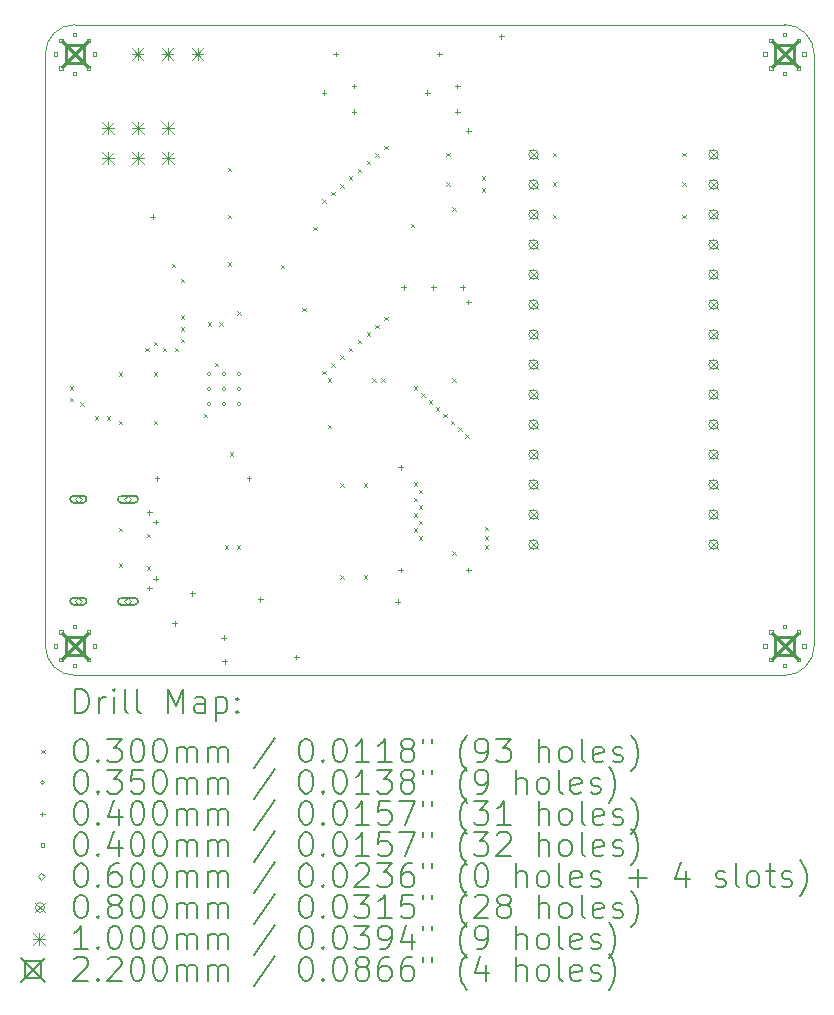
<source format=gbr>
%TF.GenerationSoftware,KiCad,Pcbnew,7.0.5-7.0.5~ubuntu22.04.1*%
%TF.CreationDate,2023-06-06T15:21:43+02:00*%
%TF.ProjectId,sao_eprom_v2,73616f5f-6570-4726-9f6d-5f76322e6b69,rev?*%
%TF.SameCoordinates,Original*%
%TF.FileFunction,Drillmap*%
%TF.FilePolarity,Positive*%
%FSLAX45Y45*%
G04 Gerber Fmt 4.5, Leading zero omitted, Abs format (unit mm)*
G04 Created by KiCad (PCBNEW 7.0.5-7.0.5~ubuntu22.04.1) date 2023-06-06 15:21:43*
%MOMM*%
%LPD*%
G01*
G04 APERTURE LIST*
%ADD10C,0.100000*%
%ADD11C,0.200000*%
%ADD12C,0.030000*%
%ADD13C,0.035000*%
%ADD14C,0.040000*%
%ADD15C,0.060000*%
%ADD16C,0.080000*%
%ADD17C,0.220000*%
G04 APERTURE END LIST*
D10*
X12715000Y-3025000D02*
G75*
G03*
X12465000Y-3275000I0J-250000D01*
G01*
X18725000Y-3025000D02*
X12715000Y-3025000D01*
X12465000Y-8285000D02*
X12465000Y-3275000D01*
X18725000Y-8535000D02*
X12715000Y-8535000D01*
X18725000Y-8535000D02*
G75*
G03*
X18975000Y-8285000I0J250000D01*
G01*
X18975000Y-3275000D02*
G75*
G03*
X18725000Y-3025000I-250000J0D01*
G01*
X18975000Y-8285000D02*
X18975000Y-3275000D01*
X12465000Y-8285000D02*
G75*
G03*
X12715000Y-8535000I250000J0D01*
G01*
D11*
D12*
X12672500Y-6085000D02*
X12702500Y-6115000D01*
X12702500Y-6085000D02*
X12672500Y-6115000D01*
X12672500Y-6185000D02*
X12702500Y-6215000D01*
X12702500Y-6185000D02*
X12672500Y-6215000D01*
X12760000Y-6222500D02*
X12790000Y-6252500D01*
X12790000Y-6222500D02*
X12760000Y-6252500D01*
X12885000Y-6340000D02*
X12915000Y-6370000D01*
X12915000Y-6340000D02*
X12885000Y-6370000D01*
X12985000Y-6340000D02*
X13015000Y-6370000D01*
X13015000Y-6340000D02*
X12985000Y-6370000D01*
X13085000Y-5970000D02*
X13115000Y-6000000D01*
X13115000Y-5970000D02*
X13085000Y-6000000D01*
X13085000Y-6380000D02*
X13115000Y-6410000D01*
X13115000Y-6380000D02*
X13085000Y-6410000D01*
X13085000Y-7285000D02*
X13115000Y-7315000D01*
X13115000Y-7285000D02*
X13085000Y-7315000D01*
X13085000Y-7585000D02*
X13115000Y-7615000D01*
X13115000Y-7585000D02*
X13085000Y-7615000D01*
X13310000Y-5760000D02*
X13340000Y-5790000D01*
X13340000Y-5760000D02*
X13310000Y-5790000D01*
X13325050Y-7335000D02*
X13355050Y-7365000D01*
X13355050Y-7335000D02*
X13325050Y-7365000D01*
X13325050Y-7610000D02*
X13355050Y-7640000D01*
X13355050Y-7610000D02*
X13325050Y-7640000D01*
X13385000Y-5970000D02*
X13415000Y-6000000D01*
X13415000Y-5970000D02*
X13385000Y-6000000D01*
X13385000Y-6380000D02*
X13415000Y-6410000D01*
X13415000Y-6380000D02*
X13385000Y-6410000D01*
X13385123Y-5710000D02*
X13415123Y-5740000D01*
X13415123Y-5710000D02*
X13385123Y-5740000D01*
X13460000Y-5760000D02*
X13490000Y-5790000D01*
X13490000Y-5760000D02*
X13460000Y-5790000D01*
X13535000Y-5050000D02*
X13565000Y-5080000D01*
X13565000Y-5050000D02*
X13535000Y-5080000D01*
X13560000Y-5760000D02*
X13590000Y-5790000D01*
X13590000Y-5760000D02*
X13560000Y-5790000D01*
X13610000Y-5177500D02*
X13640000Y-5207500D01*
X13640000Y-5177500D02*
X13610000Y-5207500D01*
X13610000Y-5485000D02*
X13640000Y-5515000D01*
X13640000Y-5485000D02*
X13610000Y-5515000D01*
X13610000Y-5585000D02*
X13640000Y-5615000D01*
X13640000Y-5585000D02*
X13610000Y-5615000D01*
X13610000Y-5685000D02*
X13640000Y-5715000D01*
X13640000Y-5685000D02*
X13610000Y-5715000D01*
X13805000Y-6320000D02*
X13835000Y-6350000D01*
X13835000Y-6320000D02*
X13805000Y-6350000D01*
X13840000Y-5545000D02*
X13870000Y-5575000D01*
X13870000Y-5545000D02*
X13840000Y-5575000D01*
X13900000Y-5887550D02*
X13930000Y-5917550D01*
X13930000Y-5887550D02*
X13900000Y-5917550D01*
X13940000Y-5545000D02*
X13970000Y-5575000D01*
X13970000Y-5545000D02*
X13940000Y-5575000D01*
X13985000Y-7435000D02*
X14015000Y-7465000D01*
X14015000Y-7435000D02*
X13985000Y-7465000D01*
X14010000Y-4235000D02*
X14040000Y-4265000D01*
X14040000Y-4235000D02*
X14010000Y-4265000D01*
X14010000Y-4635000D02*
X14040000Y-4665000D01*
X14040000Y-4635000D02*
X14010000Y-4665000D01*
X14010000Y-5035000D02*
X14040000Y-5065000D01*
X14040000Y-5035000D02*
X14010000Y-5065000D01*
X14025000Y-6645000D02*
X14055000Y-6675000D01*
X14055000Y-6645000D02*
X14025000Y-6675000D01*
X14085000Y-7435000D02*
X14115000Y-7465000D01*
X14115000Y-7435000D02*
X14085000Y-7465000D01*
X14090000Y-5452500D02*
X14120000Y-5482500D01*
X14120000Y-5452500D02*
X14090000Y-5482500D01*
X14460000Y-5060000D02*
X14490000Y-5090000D01*
X14490000Y-5060000D02*
X14460000Y-5090000D01*
X14640000Y-5422500D02*
X14670000Y-5452500D01*
X14670000Y-5422500D02*
X14640000Y-5452500D01*
X14735000Y-4735000D02*
X14765000Y-4765000D01*
X14765000Y-4735000D02*
X14735000Y-4765000D01*
X14810000Y-4505000D02*
X14840000Y-4535000D01*
X14840000Y-4505000D02*
X14810000Y-4535000D01*
X14810000Y-5955000D02*
X14840000Y-5985000D01*
X14840000Y-5955000D02*
X14810000Y-5985000D01*
X14855000Y-6020000D02*
X14885000Y-6050000D01*
X14885000Y-6020000D02*
X14855000Y-6050000D01*
X14855000Y-6411457D02*
X14885000Y-6441457D01*
X14885000Y-6411457D02*
X14855000Y-6441457D01*
X14885000Y-4440000D02*
X14915000Y-4470000D01*
X14915000Y-4440000D02*
X14885000Y-4470000D01*
X14885000Y-5890000D02*
X14915000Y-5920000D01*
X14915000Y-5890000D02*
X14885000Y-5920000D01*
X14960000Y-4375000D02*
X14990000Y-4405000D01*
X14990000Y-4375000D02*
X14960000Y-4405000D01*
X14960000Y-5825000D02*
X14990000Y-5855000D01*
X14990000Y-5825000D02*
X14960000Y-5855000D01*
X14960000Y-6910000D02*
X14990000Y-6940000D01*
X14990000Y-6910000D02*
X14960000Y-6940000D01*
X14960000Y-7685000D02*
X14990000Y-7715000D01*
X14990000Y-7685000D02*
X14960000Y-7715000D01*
X15035000Y-4310000D02*
X15065000Y-4340000D01*
X15065000Y-4310000D02*
X15035000Y-4340000D01*
X15035000Y-5760000D02*
X15065000Y-5790000D01*
X15065000Y-5760000D02*
X15035000Y-5790000D01*
X15110000Y-4245000D02*
X15140000Y-4275000D01*
X15140000Y-4245000D02*
X15110000Y-4275000D01*
X15110000Y-5695000D02*
X15140000Y-5725000D01*
X15140000Y-5695000D02*
X15110000Y-5725000D01*
X15160000Y-6910000D02*
X15190000Y-6940000D01*
X15190000Y-6910000D02*
X15160000Y-6940000D01*
X15160000Y-7685000D02*
X15190000Y-7715000D01*
X15190000Y-7685000D02*
X15160000Y-7715000D01*
X15186204Y-4177914D02*
X15216204Y-4207914D01*
X15216204Y-4177914D02*
X15186204Y-4207914D01*
X15186204Y-5627914D02*
X15216204Y-5657914D01*
X15216204Y-5627914D02*
X15186204Y-5657914D01*
X15235000Y-6020000D02*
X15265000Y-6050000D01*
X15265000Y-6020000D02*
X15235000Y-6050000D01*
X15260000Y-4115000D02*
X15290000Y-4145000D01*
X15290000Y-4115000D02*
X15260000Y-4145000D01*
X15260000Y-5565000D02*
X15290000Y-5595000D01*
X15290000Y-5565000D02*
X15260000Y-5595000D01*
X15310000Y-6020000D02*
X15340000Y-6050000D01*
X15340000Y-6020000D02*
X15310000Y-6050000D01*
X15335000Y-4050000D02*
X15365000Y-4080000D01*
X15365000Y-4050000D02*
X15335000Y-4080000D01*
X15335000Y-5500000D02*
X15365000Y-5530000D01*
X15365000Y-5500000D02*
X15335000Y-5530000D01*
X15560000Y-4710000D02*
X15590000Y-4740000D01*
X15590000Y-4710000D02*
X15560000Y-4740000D01*
X15585000Y-6085000D02*
X15615000Y-6115000D01*
X15615000Y-6085000D02*
X15585000Y-6115000D01*
X15585000Y-6900000D02*
X15615000Y-6930000D01*
X15615000Y-6900000D02*
X15585000Y-6930000D01*
X15585000Y-7030000D02*
X15615000Y-7060000D01*
X15615000Y-7030000D02*
X15585000Y-7060000D01*
X15585000Y-7160000D02*
X15615000Y-7190000D01*
X15615000Y-7160000D02*
X15585000Y-7190000D01*
X15585000Y-7290000D02*
X15615000Y-7320000D01*
X15615000Y-7290000D02*
X15585000Y-7320000D01*
X15627500Y-6965000D02*
X15657500Y-6995000D01*
X15657500Y-6965000D02*
X15627500Y-6995000D01*
X15627500Y-7095000D02*
X15657500Y-7125000D01*
X15657500Y-7095000D02*
X15627500Y-7125000D01*
X15627500Y-7225000D02*
X15657500Y-7255000D01*
X15657500Y-7225000D02*
X15627500Y-7255000D01*
X15627500Y-7355000D02*
X15657500Y-7385000D01*
X15657500Y-7355000D02*
X15627500Y-7385000D01*
X15647500Y-6147500D02*
X15677500Y-6177500D01*
X15677500Y-6147500D02*
X15647500Y-6177500D01*
X15710000Y-6205000D02*
X15740000Y-6235000D01*
X15740000Y-6205000D02*
X15710000Y-6235000D01*
X15772500Y-6262500D02*
X15802500Y-6292500D01*
X15802500Y-6262500D02*
X15772500Y-6292500D01*
X15835000Y-6320000D02*
X15865000Y-6350000D01*
X15865000Y-6320000D02*
X15835000Y-6350000D01*
X15860000Y-4110000D02*
X15890000Y-4140000D01*
X15890000Y-4110000D02*
X15860000Y-4140000D01*
X15860000Y-4360000D02*
X15890000Y-4390000D01*
X15890000Y-4360000D02*
X15860000Y-4390000D01*
X15897500Y-6377500D02*
X15927500Y-6407500D01*
X15927500Y-6377500D02*
X15897500Y-6407500D01*
X15910000Y-4570000D02*
X15940000Y-4600000D01*
X15940000Y-4570000D02*
X15910000Y-4600000D01*
X15910000Y-6020000D02*
X15940000Y-6050000D01*
X15940000Y-6020000D02*
X15910000Y-6050000D01*
X15910000Y-7485000D02*
X15940000Y-7515000D01*
X15940000Y-7485000D02*
X15910000Y-7515000D01*
X15960000Y-6435000D02*
X15990000Y-6465000D01*
X15990000Y-6435000D02*
X15960000Y-6465000D01*
X16022500Y-6492500D02*
X16052500Y-6522500D01*
X16052500Y-6492500D02*
X16022500Y-6522500D01*
X16160000Y-4310000D02*
X16190000Y-4340000D01*
X16190000Y-4310000D02*
X16160000Y-4340000D01*
X16160000Y-4410000D02*
X16190000Y-4440000D01*
X16190000Y-4410000D02*
X16160000Y-4440000D01*
X16185000Y-7277550D02*
X16215000Y-7307550D01*
X16215000Y-7277550D02*
X16185000Y-7307550D01*
X16185000Y-7355000D02*
X16215000Y-7385000D01*
X16215000Y-7355000D02*
X16185000Y-7385000D01*
X16185000Y-7432450D02*
X16215000Y-7462450D01*
X16215000Y-7432450D02*
X16185000Y-7462450D01*
X16760000Y-4110000D02*
X16790000Y-4140000D01*
X16790000Y-4110000D02*
X16760000Y-4140000D01*
X16760000Y-4360000D02*
X16790000Y-4390000D01*
X16790000Y-4360000D02*
X16760000Y-4390000D01*
X16760000Y-4635000D02*
X16790000Y-4665000D01*
X16790000Y-4635000D02*
X16760000Y-4665000D01*
X17860000Y-4110000D02*
X17890000Y-4140000D01*
X17890000Y-4110000D02*
X17860000Y-4140000D01*
X17860000Y-4360000D02*
X17890000Y-4390000D01*
X17890000Y-4360000D02*
X17860000Y-4390000D01*
X17860000Y-4635000D02*
X17890000Y-4665000D01*
X17890000Y-4635000D02*
X17860000Y-4665000D01*
D13*
X13865500Y-5983000D02*
G75*
G03*
X13865500Y-5983000I-17500J0D01*
G01*
X13865500Y-6110000D02*
G75*
G03*
X13865500Y-6110000I-17500J0D01*
G01*
X13865500Y-6237000D02*
G75*
G03*
X13865500Y-6237000I-17500J0D01*
G01*
X13992500Y-5983000D02*
G75*
G03*
X13992500Y-5983000I-17500J0D01*
G01*
X13992500Y-6110000D02*
G75*
G03*
X13992500Y-6110000I-17500J0D01*
G01*
X13992500Y-6237000D02*
G75*
G03*
X13992500Y-6237000I-17500J0D01*
G01*
X14119500Y-5983000D02*
G75*
G03*
X14119500Y-5983000I-17500J0D01*
G01*
X14119500Y-6110000D02*
G75*
G03*
X14119500Y-6110000I-17500J0D01*
G01*
X14119500Y-6237000D02*
G75*
G03*
X14119500Y-6237000I-17500J0D01*
G01*
D14*
X13345000Y-7135000D02*
X13345000Y-7175000D01*
X13325000Y-7155000D02*
X13365000Y-7155000D01*
X13345000Y-7775000D02*
X13345000Y-7815000D01*
X13325000Y-7795000D02*
X13365000Y-7795000D01*
X13375000Y-4630000D02*
X13375000Y-4670000D01*
X13355000Y-4650000D02*
X13395000Y-4650000D01*
X13400208Y-7215303D02*
X13400208Y-7255303D01*
X13380208Y-7235303D02*
X13420208Y-7235303D01*
X13400208Y-7694697D02*
X13400208Y-7734697D01*
X13380208Y-7714697D02*
X13420208Y-7714697D01*
X13410000Y-6847500D02*
X13410000Y-6887500D01*
X13390000Y-6867500D02*
X13430000Y-6867500D01*
X13560098Y-8073127D02*
X13560098Y-8113127D01*
X13540098Y-8093127D02*
X13580098Y-8093127D01*
X13710000Y-7820000D02*
X13710000Y-7860000D01*
X13690000Y-7840000D02*
X13730000Y-7840000D01*
X13975000Y-8195000D02*
X13975000Y-8235000D01*
X13955000Y-8215000D02*
X13995000Y-8215000D01*
X13985000Y-8395000D02*
X13985000Y-8435000D01*
X13965000Y-8415000D02*
X14005000Y-8415000D01*
X14190000Y-6847500D02*
X14190000Y-6887500D01*
X14170000Y-6867500D02*
X14210000Y-6867500D01*
X14285000Y-7870000D02*
X14285000Y-7910000D01*
X14265000Y-7890000D02*
X14305000Y-7890000D01*
X14590000Y-8360000D02*
X14590000Y-8400000D01*
X14570000Y-8380000D02*
X14610000Y-8380000D01*
X14825000Y-3580000D02*
X14825000Y-3620000D01*
X14805000Y-3600000D02*
X14845000Y-3600000D01*
X14925000Y-3255000D02*
X14925000Y-3295000D01*
X14905000Y-3275000D02*
X14945000Y-3275000D01*
X15080000Y-3525000D02*
X15080000Y-3565000D01*
X15060000Y-3545000D02*
X15100000Y-3545000D01*
X15080000Y-3742500D02*
X15080000Y-3782500D01*
X15060000Y-3762500D02*
X15100000Y-3762500D01*
X15447500Y-7890000D02*
X15447500Y-7930000D01*
X15427500Y-7910000D02*
X15467500Y-7910000D01*
X15475000Y-6752500D02*
X15475000Y-6792500D01*
X15455000Y-6772500D02*
X15495000Y-6772500D01*
X15475000Y-7622500D02*
X15475000Y-7662500D01*
X15455000Y-7642500D02*
X15495000Y-7642500D01*
X15500000Y-5230000D02*
X15500000Y-5270000D01*
X15480000Y-5250000D02*
X15520000Y-5250000D01*
X15700000Y-3580000D02*
X15700000Y-3620000D01*
X15680000Y-3600000D02*
X15720000Y-3600000D01*
X15750000Y-5230000D02*
X15750000Y-5270000D01*
X15730000Y-5250000D02*
X15770000Y-5250000D01*
X15800000Y-3255000D02*
X15800000Y-3295000D01*
X15780000Y-3275000D02*
X15820000Y-3275000D01*
X15955000Y-3525000D02*
X15955000Y-3565000D01*
X15935000Y-3545000D02*
X15975000Y-3545000D01*
X15955000Y-3742500D02*
X15955000Y-3782500D01*
X15935000Y-3762500D02*
X15975000Y-3762500D01*
X16000000Y-5230000D02*
X16000000Y-5270000D01*
X15980000Y-5250000D02*
X16020000Y-5250000D01*
X16047500Y-3902500D02*
X16047500Y-3942500D01*
X16027500Y-3922500D02*
X16067500Y-3922500D01*
X16047500Y-5352500D02*
X16047500Y-5392500D01*
X16027500Y-5372500D02*
X16067500Y-5372500D01*
X16047500Y-7622500D02*
X16047500Y-7662500D01*
X16027500Y-7642500D02*
X16067500Y-7642500D01*
X16325000Y-3105000D02*
X16325000Y-3145000D01*
X16305000Y-3125000D02*
X16345000Y-3125000D01*
X12564142Y-3289142D02*
X12564142Y-3260858D01*
X12535858Y-3260858D01*
X12535858Y-3289142D01*
X12564142Y-3289142D01*
X12564142Y-8299142D02*
X12564142Y-8270858D01*
X12535858Y-8270858D01*
X12535858Y-8299142D01*
X12564142Y-8299142D01*
X12612470Y-3172470D02*
X12612470Y-3144185D01*
X12584185Y-3144185D01*
X12584185Y-3172470D01*
X12612470Y-3172470D01*
X12612470Y-3405815D02*
X12612470Y-3377530D01*
X12584185Y-3377530D01*
X12584185Y-3405815D01*
X12612470Y-3405815D01*
X12612470Y-8182470D02*
X12612470Y-8154185D01*
X12584185Y-8154185D01*
X12584185Y-8182470D01*
X12612470Y-8182470D01*
X12612470Y-8415815D02*
X12612470Y-8387530D01*
X12584185Y-8387530D01*
X12584185Y-8415815D01*
X12612470Y-8415815D01*
X12729142Y-3124142D02*
X12729142Y-3095858D01*
X12700858Y-3095858D01*
X12700858Y-3124142D01*
X12729142Y-3124142D01*
X12729142Y-3454142D02*
X12729142Y-3425858D01*
X12700858Y-3425858D01*
X12700858Y-3454142D01*
X12729142Y-3454142D01*
X12729142Y-8134142D02*
X12729142Y-8105858D01*
X12700858Y-8105858D01*
X12700858Y-8134142D01*
X12729142Y-8134142D01*
X12729142Y-8464142D02*
X12729142Y-8435858D01*
X12700858Y-8435858D01*
X12700858Y-8464142D01*
X12729142Y-8464142D01*
X12845815Y-3172470D02*
X12845815Y-3144185D01*
X12817530Y-3144185D01*
X12817530Y-3172470D01*
X12845815Y-3172470D01*
X12845815Y-3405815D02*
X12845815Y-3377530D01*
X12817530Y-3377530D01*
X12817530Y-3405815D01*
X12845815Y-3405815D01*
X12845815Y-8182470D02*
X12845815Y-8154185D01*
X12817530Y-8154185D01*
X12817530Y-8182470D01*
X12845815Y-8182470D01*
X12845815Y-8415815D02*
X12845815Y-8387530D01*
X12817530Y-8387530D01*
X12817530Y-8415815D01*
X12845815Y-8415815D01*
X12894142Y-3289142D02*
X12894142Y-3260858D01*
X12865858Y-3260858D01*
X12865858Y-3289142D01*
X12894142Y-3289142D01*
X12894142Y-8299142D02*
X12894142Y-8270858D01*
X12865858Y-8270858D01*
X12865858Y-8299142D01*
X12894142Y-8299142D01*
X18574142Y-3289142D02*
X18574142Y-3260858D01*
X18545858Y-3260858D01*
X18545858Y-3289142D01*
X18574142Y-3289142D01*
X18574142Y-8299142D02*
X18574142Y-8270858D01*
X18545858Y-8270858D01*
X18545858Y-8299142D01*
X18574142Y-8299142D01*
X18622470Y-3172470D02*
X18622470Y-3144185D01*
X18594185Y-3144185D01*
X18594185Y-3172470D01*
X18622470Y-3172470D01*
X18622470Y-3405815D02*
X18622470Y-3377530D01*
X18594185Y-3377530D01*
X18594185Y-3405815D01*
X18622470Y-3405815D01*
X18622470Y-8182470D02*
X18622470Y-8154185D01*
X18594185Y-8154185D01*
X18594185Y-8182470D01*
X18622470Y-8182470D01*
X18622470Y-8415815D02*
X18622470Y-8387530D01*
X18594185Y-8387530D01*
X18594185Y-8415815D01*
X18622470Y-8415815D01*
X18739142Y-3124142D02*
X18739142Y-3095858D01*
X18710858Y-3095858D01*
X18710858Y-3124142D01*
X18739142Y-3124142D01*
X18739142Y-3454142D02*
X18739142Y-3425858D01*
X18710858Y-3425858D01*
X18710858Y-3454142D01*
X18739142Y-3454142D01*
X18739142Y-8134142D02*
X18739142Y-8105858D01*
X18710858Y-8105858D01*
X18710858Y-8134142D01*
X18739142Y-8134142D01*
X18739142Y-8464142D02*
X18739142Y-8435858D01*
X18710858Y-8435858D01*
X18710858Y-8464142D01*
X18739142Y-8464142D01*
X18855815Y-3172470D02*
X18855815Y-3144185D01*
X18827530Y-3144185D01*
X18827530Y-3172470D01*
X18855815Y-3172470D01*
X18855815Y-3405815D02*
X18855815Y-3377530D01*
X18827530Y-3377530D01*
X18827530Y-3405815D01*
X18855815Y-3405815D01*
X18855815Y-8182470D02*
X18855815Y-8154185D01*
X18827530Y-8154185D01*
X18827530Y-8182470D01*
X18855815Y-8182470D01*
X18855815Y-8415815D02*
X18855815Y-8387530D01*
X18827530Y-8387530D01*
X18827530Y-8415815D01*
X18855815Y-8415815D01*
X18904142Y-3289142D02*
X18904142Y-3260858D01*
X18875858Y-3260858D01*
X18875858Y-3289142D01*
X18904142Y-3289142D01*
X18904142Y-8299142D02*
X18904142Y-8270858D01*
X18875858Y-8270858D01*
X18875858Y-8299142D01*
X18904142Y-8299142D01*
D15*
X12745000Y-7073000D02*
X12775000Y-7043000D01*
X12745000Y-7013000D01*
X12715000Y-7043000D01*
X12745000Y-7073000D01*
D11*
X12785000Y-7013000D02*
X12705000Y-7013000D01*
X12705000Y-7013000D02*
G75*
G03*
X12705000Y-7073000I0J-30000D01*
G01*
X12705000Y-7073000D02*
X12785000Y-7073000D01*
X12785000Y-7073000D02*
G75*
G03*
X12785000Y-7013000I0J30000D01*
G01*
D15*
X12745000Y-7937000D02*
X12775000Y-7907000D01*
X12745000Y-7877000D01*
X12715000Y-7907000D01*
X12745000Y-7937000D01*
D11*
X12785000Y-7877000D02*
X12705000Y-7877000D01*
X12705000Y-7877000D02*
G75*
G03*
X12705000Y-7937000I0J-30000D01*
G01*
X12705000Y-7937000D02*
X12785000Y-7937000D01*
X12785000Y-7937000D02*
G75*
G03*
X12785000Y-7877000I0J30000D01*
G01*
D15*
X13165000Y-7073000D02*
X13195000Y-7043000D01*
X13165000Y-7013000D01*
X13135000Y-7043000D01*
X13165000Y-7073000D01*
D11*
X13220000Y-7013000D02*
X13110000Y-7013000D01*
X13110000Y-7013000D02*
G75*
G03*
X13110000Y-7073000I0J-30000D01*
G01*
X13110000Y-7073000D02*
X13220000Y-7073000D01*
X13220000Y-7073000D02*
G75*
G03*
X13220000Y-7013000I0J30000D01*
G01*
D15*
X13165000Y-7937000D02*
X13195000Y-7907000D01*
X13165000Y-7877000D01*
X13135000Y-7907000D01*
X13165000Y-7937000D01*
D11*
X13220000Y-7877000D02*
X13110000Y-7877000D01*
X13110000Y-7877000D02*
G75*
G03*
X13110000Y-7937000I0J-30000D01*
G01*
X13110000Y-7937000D02*
X13220000Y-7937000D01*
X13220000Y-7937000D02*
G75*
G03*
X13220000Y-7877000I0J30000D01*
G01*
D16*
X16560000Y-4085000D02*
X16640000Y-4165000D01*
X16640000Y-4085000D02*
X16560000Y-4165000D01*
X16640000Y-4125000D02*
G75*
G03*
X16640000Y-4125000I-40000J0D01*
G01*
X16560000Y-4339000D02*
X16640000Y-4419000D01*
X16640000Y-4339000D02*
X16560000Y-4419000D01*
X16640000Y-4379000D02*
G75*
G03*
X16640000Y-4379000I-40000J0D01*
G01*
X16560000Y-4593000D02*
X16640000Y-4673000D01*
X16640000Y-4593000D02*
X16560000Y-4673000D01*
X16640000Y-4633000D02*
G75*
G03*
X16640000Y-4633000I-40000J0D01*
G01*
X16560000Y-4847000D02*
X16640000Y-4927000D01*
X16640000Y-4847000D02*
X16560000Y-4927000D01*
X16640000Y-4887000D02*
G75*
G03*
X16640000Y-4887000I-40000J0D01*
G01*
X16560000Y-5101000D02*
X16640000Y-5181000D01*
X16640000Y-5101000D02*
X16560000Y-5181000D01*
X16640000Y-5141000D02*
G75*
G03*
X16640000Y-5141000I-40000J0D01*
G01*
X16560000Y-5355000D02*
X16640000Y-5435000D01*
X16640000Y-5355000D02*
X16560000Y-5435000D01*
X16640000Y-5395000D02*
G75*
G03*
X16640000Y-5395000I-40000J0D01*
G01*
X16560000Y-5609000D02*
X16640000Y-5689000D01*
X16640000Y-5609000D02*
X16560000Y-5689000D01*
X16640000Y-5649000D02*
G75*
G03*
X16640000Y-5649000I-40000J0D01*
G01*
X16560000Y-5863000D02*
X16640000Y-5943000D01*
X16640000Y-5863000D02*
X16560000Y-5943000D01*
X16640000Y-5903000D02*
G75*
G03*
X16640000Y-5903000I-40000J0D01*
G01*
X16560000Y-6117000D02*
X16640000Y-6197000D01*
X16640000Y-6117000D02*
X16560000Y-6197000D01*
X16640000Y-6157000D02*
G75*
G03*
X16640000Y-6157000I-40000J0D01*
G01*
X16560000Y-6371000D02*
X16640000Y-6451000D01*
X16640000Y-6371000D02*
X16560000Y-6451000D01*
X16640000Y-6411000D02*
G75*
G03*
X16640000Y-6411000I-40000J0D01*
G01*
X16560000Y-6625000D02*
X16640000Y-6705000D01*
X16640000Y-6625000D02*
X16560000Y-6705000D01*
X16640000Y-6665000D02*
G75*
G03*
X16640000Y-6665000I-40000J0D01*
G01*
X16560000Y-6879000D02*
X16640000Y-6959000D01*
X16640000Y-6879000D02*
X16560000Y-6959000D01*
X16640000Y-6919000D02*
G75*
G03*
X16640000Y-6919000I-40000J0D01*
G01*
X16560000Y-7133000D02*
X16640000Y-7213000D01*
X16640000Y-7133000D02*
X16560000Y-7213000D01*
X16640000Y-7173000D02*
G75*
G03*
X16640000Y-7173000I-40000J0D01*
G01*
X16560000Y-7387000D02*
X16640000Y-7467000D01*
X16640000Y-7387000D02*
X16560000Y-7467000D01*
X16640000Y-7427000D02*
G75*
G03*
X16640000Y-7427000I-40000J0D01*
G01*
X18084000Y-4085000D02*
X18164000Y-4165000D01*
X18164000Y-4085000D02*
X18084000Y-4165000D01*
X18164000Y-4125000D02*
G75*
G03*
X18164000Y-4125000I-40000J0D01*
G01*
X18084000Y-4339000D02*
X18164000Y-4419000D01*
X18164000Y-4339000D02*
X18084000Y-4419000D01*
X18164000Y-4379000D02*
G75*
G03*
X18164000Y-4379000I-40000J0D01*
G01*
X18084000Y-4593000D02*
X18164000Y-4673000D01*
X18164000Y-4593000D02*
X18084000Y-4673000D01*
X18164000Y-4633000D02*
G75*
G03*
X18164000Y-4633000I-40000J0D01*
G01*
X18084000Y-4847000D02*
X18164000Y-4927000D01*
X18164000Y-4847000D02*
X18084000Y-4927000D01*
X18164000Y-4887000D02*
G75*
G03*
X18164000Y-4887000I-40000J0D01*
G01*
X18084000Y-5101000D02*
X18164000Y-5181000D01*
X18164000Y-5101000D02*
X18084000Y-5181000D01*
X18164000Y-5141000D02*
G75*
G03*
X18164000Y-5141000I-40000J0D01*
G01*
X18084000Y-5355000D02*
X18164000Y-5435000D01*
X18164000Y-5355000D02*
X18084000Y-5435000D01*
X18164000Y-5395000D02*
G75*
G03*
X18164000Y-5395000I-40000J0D01*
G01*
X18084000Y-5609000D02*
X18164000Y-5689000D01*
X18164000Y-5609000D02*
X18084000Y-5689000D01*
X18164000Y-5649000D02*
G75*
G03*
X18164000Y-5649000I-40000J0D01*
G01*
X18084000Y-5863000D02*
X18164000Y-5943000D01*
X18164000Y-5863000D02*
X18084000Y-5943000D01*
X18164000Y-5903000D02*
G75*
G03*
X18164000Y-5903000I-40000J0D01*
G01*
X18084000Y-6117000D02*
X18164000Y-6197000D01*
X18164000Y-6117000D02*
X18084000Y-6197000D01*
X18164000Y-6157000D02*
G75*
G03*
X18164000Y-6157000I-40000J0D01*
G01*
X18084000Y-6371000D02*
X18164000Y-6451000D01*
X18164000Y-6371000D02*
X18084000Y-6451000D01*
X18164000Y-6411000D02*
G75*
G03*
X18164000Y-6411000I-40000J0D01*
G01*
X18084000Y-6625000D02*
X18164000Y-6705000D01*
X18164000Y-6625000D02*
X18084000Y-6705000D01*
X18164000Y-6665000D02*
G75*
G03*
X18164000Y-6665000I-40000J0D01*
G01*
X18084000Y-6879000D02*
X18164000Y-6959000D01*
X18164000Y-6879000D02*
X18084000Y-6959000D01*
X18164000Y-6919000D02*
G75*
G03*
X18164000Y-6919000I-40000J0D01*
G01*
X18084000Y-7133000D02*
X18164000Y-7213000D01*
X18164000Y-7133000D02*
X18084000Y-7213000D01*
X18164000Y-7173000D02*
G75*
G03*
X18164000Y-7173000I-40000J0D01*
G01*
X18084000Y-7387000D02*
X18164000Y-7467000D01*
X18164000Y-7387000D02*
X18084000Y-7467000D01*
X18164000Y-7427000D02*
G75*
G03*
X18164000Y-7427000I-40000J0D01*
G01*
D10*
X12946000Y-3848000D02*
X13046000Y-3948000D01*
X13046000Y-3848000D02*
X12946000Y-3948000D01*
X12996000Y-3848000D02*
X12996000Y-3948000D01*
X12946000Y-3898000D02*
X13046000Y-3898000D01*
X12946000Y-4103500D02*
X13046000Y-4203500D01*
X13046000Y-4103500D02*
X12946000Y-4203500D01*
X12996000Y-4103500D02*
X12996000Y-4203500D01*
X12946000Y-4153500D02*
X13046000Y-4153500D01*
X13196000Y-3225000D02*
X13296000Y-3325000D01*
X13296000Y-3225000D02*
X13196000Y-3325000D01*
X13246000Y-3225000D02*
X13246000Y-3325000D01*
X13196000Y-3275000D02*
X13296000Y-3275000D01*
X13200000Y-3848000D02*
X13300000Y-3948000D01*
X13300000Y-3848000D02*
X13200000Y-3948000D01*
X13250000Y-3848000D02*
X13250000Y-3948000D01*
X13200000Y-3898000D02*
X13300000Y-3898000D01*
X13200000Y-4103500D02*
X13300000Y-4203500D01*
X13300000Y-4103500D02*
X13200000Y-4203500D01*
X13250000Y-4103500D02*
X13250000Y-4203500D01*
X13200000Y-4153500D02*
X13300000Y-4153500D01*
X13450000Y-3225000D02*
X13550000Y-3325000D01*
X13550000Y-3225000D02*
X13450000Y-3325000D01*
X13500000Y-3225000D02*
X13500000Y-3325000D01*
X13450000Y-3275000D02*
X13550000Y-3275000D01*
X13454000Y-3848000D02*
X13554000Y-3948000D01*
X13554000Y-3848000D02*
X13454000Y-3948000D01*
X13504000Y-3848000D02*
X13504000Y-3948000D01*
X13454000Y-3898000D02*
X13554000Y-3898000D01*
X13454000Y-4103500D02*
X13554000Y-4203500D01*
X13554000Y-4103500D02*
X13454000Y-4203500D01*
X13504000Y-4103500D02*
X13504000Y-4203500D01*
X13454000Y-4153500D02*
X13554000Y-4153500D01*
X13704000Y-3225000D02*
X13804000Y-3325000D01*
X13804000Y-3225000D02*
X13704000Y-3325000D01*
X13754000Y-3225000D02*
X13754000Y-3325000D01*
X13704000Y-3275000D02*
X13804000Y-3275000D01*
D17*
X12605000Y-3165000D02*
X12825000Y-3385000D01*
X12825000Y-3165000D02*
X12605000Y-3385000D01*
X12792782Y-3352782D02*
X12792782Y-3197217D01*
X12637217Y-3197217D01*
X12637217Y-3352782D01*
X12792782Y-3352782D01*
X12605000Y-8175000D02*
X12825000Y-8395000D01*
X12825000Y-8175000D02*
X12605000Y-8395000D01*
X12792782Y-8362782D02*
X12792782Y-8207217D01*
X12637217Y-8207217D01*
X12637217Y-8362782D01*
X12792782Y-8362782D01*
X18615000Y-3165000D02*
X18835000Y-3385000D01*
X18835000Y-3165000D02*
X18615000Y-3385000D01*
X18802783Y-3352782D02*
X18802783Y-3197217D01*
X18647218Y-3197217D01*
X18647218Y-3352782D01*
X18802783Y-3352782D01*
X18615000Y-8175000D02*
X18835000Y-8395000D01*
X18835000Y-8175000D02*
X18615000Y-8395000D01*
X18802783Y-8362782D02*
X18802783Y-8207217D01*
X18647218Y-8207217D01*
X18647218Y-8362782D01*
X18802783Y-8362782D01*
D11*
X12720777Y-8851484D02*
X12720777Y-8651484D01*
X12720777Y-8651484D02*
X12768396Y-8651484D01*
X12768396Y-8651484D02*
X12796967Y-8661008D01*
X12796967Y-8661008D02*
X12816015Y-8680055D01*
X12816015Y-8680055D02*
X12825539Y-8699103D01*
X12825539Y-8699103D02*
X12835062Y-8737198D01*
X12835062Y-8737198D02*
X12835062Y-8765770D01*
X12835062Y-8765770D02*
X12825539Y-8803865D01*
X12825539Y-8803865D02*
X12816015Y-8822912D01*
X12816015Y-8822912D02*
X12796967Y-8841960D01*
X12796967Y-8841960D02*
X12768396Y-8851484D01*
X12768396Y-8851484D02*
X12720777Y-8851484D01*
X12920777Y-8851484D02*
X12920777Y-8718150D01*
X12920777Y-8756246D02*
X12930301Y-8737198D01*
X12930301Y-8737198D02*
X12939824Y-8727674D01*
X12939824Y-8727674D02*
X12958872Y-8718150D01*
X12958872Y-8718150D02*
X12977920Y-8718150D01*
X13044586Y-8851484D02*
X13044586Y-8718150D01*
X13044586Y-8651484D02*
X13035062Y-8661008D01*
X13035062Y-8661008D02*
X13044586Y-8670531D01*
X13044586Y-8670531D02*
X13054110Y-8661008D01*
X13054110Y-8661008D02*
X13044586Y-8651484D01*
X13044586Y-8651484D02*
X13044586Y-8670531D01*
X13168396Y-8851484D02*
X13149348Y-8841960D01*
X13149348Y-8841960D02*
X13139824Y-8822912D01*
X13139824Y-8822912D02*
X13139824Y-8651484D01*
X13273158Y-8851484D02*
X13254110Y-8841960D01*
X13254110Y-8841960D02*
X13244586Y-8822912D01*
X13244586Y-8822912D02*
X13244586Y-8651484D01*
X13501729Y-8851484D02*
X13501729Y-8651484D01*
X13501729Y-8651484D02*
X13568396Y-8794341D01*
X13568396Y-8794341D02*
X13635062Y-8651484D01*
X13635062Y-8651484D02*
X13635062Y-8851484D01*
X13816015Y-8851484D02*
X13816015Y-8746722D01*
X13816015Y-8746722D02*
X13806491Y-8727674D01*
X13806491Y-8727674D02*
X13787443Y-8718150D01*
X13787443Y-8718150D02*
X13749348Y-8718150D01*
X13749348Y-8718150D02*
X13730301Y-8727674D01*
X13816015Y-8841960D02*
X13796967Y-8851484D01*
X13796967Y-8851484D02*
X13749348Y-8851484D01*
X13749348Y-8851484D02*
X13730301Y-8841960D01*
X13730301Y-8841960D02*
X13720777Y-8822912D01*
X13720777Y-8822912D02*
X13720777Y-8803865D01*
X13720777Y-8803865D02*
X13730301Y-8784817D01*
X13730301Y-8784817D02*
X13749348Y-8775293D01*
X13749348Y-8775293D02*
X13796967Y-8775293D01*
X13796967Y-8775293D02*
X13816015Y-8765770D01*
X13911253Y-8718150D02*
X13911253Y-8918150D01*
X13911253Y-8727674D02*
X13930301Y-8718150D01*
X13930301Y-8718150D02*
X13968396Y-8718150D01*
X13968396Y-8718150D02*
X13987443Y-8727674D01*
X13987443Y-8727674D02*
X13996967Y-8737198D01*
X13996967Y-8737198D02*
X14006491Y-8756246D01*
X14006491Y-8756246D02*
X14006491Y-8813389D01*
X14006491Y-8813389D02*
X13996967Y-8832436D01*
X13996967Y-8832436D02*
X13987443Y-8841960D01*
X13987443Y-8841960D02*
X13968396Y-8851484D01*
X13968396Y-8851484D02*
X13930301Y-8851484D01*
X13930301Y-8851484D02*
X13911253Y-8841960D01*
X14092205Y-8832436D02*
X14101729Y-8841960D01*
X14101729Y-8841960D02*
X14092205Y-8851484D01*
X14092205Y-8851484D02*
X14082682Y-8841960D01*
X14082682Y-8841960D02*
X14092205Y-8832436D01*
X14092205Y-8832436D02*
X14092205Y-8851484D01*
X14092205Y-8727674D02*
X14101729Y-8737198D01*
X14101729Y-8737198D02*
X14092205Y-8746722D01*
X14092205Y-8746722D02*
X14082682Y-8737198D01*
X14082682Y-8737198D02*
X14092205Y-8727674D01*
X14092205Y-8727674D02*
X14092205Y-8746722D01*
D12*
X12430000Y-9165000D02*
X12460000Y-9195000D01*
X12460000Y-9165000D02*
X12430000Y-9195000D01*
D11*
X12758872Y-9071484D02*
X12777920Y-9071484D01*
X12777920Y-9071484D02*
X12796967Y-9081008D01*
X12796967Y-9081008D02*
X12806491Y-9090531D01*
X12806491Y-9090531D02*
X12816015Y-9109579D01*
X12816015Y-9109579D02*
X12825539Y-9147674D01*
X12825539Y-9147674D02*
X12825539Y-9195293D01*
X12825539Y-9195293D02*
X12816015Y-9233389D01*
X12816015Y-9233389D02*
X12806491Y-9252436D01*
X12806491Y-9252436D02*
X12796967Y-9261960D01*
X12796967Y-9261960D02*
X12777920Y-9271484D01*
X12777920Y-9271484D02*
X12758872Y-9271484D01*
X12758872Y-9271484D02*
X12739824Y-9261960D01*
X12739824Y-9261960D02*
X12730301Y-9252436D01*
X12730301Y-9252436D02*
X12720777Y-9233389D01*
X12720777Y-9233389D02*
X12711253Y-9195293D01*
X12711253Y-9195293D02*
X12711253Y-9147674D01*
X12711253Y-9147674D02*
X12720777Y-9109579D01*
X12720777Y-9109579D02*
X12730301Y-9090531D01*
X12730301Y-9090531D02*
X12739824Y-9081008D01*
X12739824Y-9081008D02*
X12758872Y-9071484D01*
X12911253Y-9252436D02*
X12920777Y-9261960D01*
X12920777Y-9261960D02*
X12911253Y-9271484D01*
X12911253Y-9271484D02*
X12901729Y-9261960D01*
X12901729Y-9261960D02*
X12911253Y-9252436D01*
X12911253Y-9252436D02*
X12911253Y-9271484D01*
X12987443Y-9071484D02*
X13111253Y-9071484D01*
X13111253Y-9071484D02*
X13044586Y-9147674D01*
X13044586Y-9147674D02*
X13073158Y-9147674D01*
X13073158Y-9147674D02*
X13092205Y-9157198D01*
X13092205Y-9157198D02*
X13101729Y-9166722D01*
X13101729Y-9166722D02*
X13111253Y-9185770D01*
X13111253Y-9185770D02*
X13111253Y-9233389D01*
X13111253Y-9233389D02*
X13101729Y-9252436D01*
X13101729Y-9252436D02*
X13092205Y-9261960D01*
X13092205Y-9261960D02*
X13073158Y-9271484D01*
X13073158Y-9271484D02*
X13016015Y-9271484D01*
X13016015Y-9271484D02*
X12996967Y-9261960D01*
X12996967Y-9261960D02*
X12987443Y-9252436D01*
X13235062Y-9071484D02*
X13254110Y-9071484D01*
X13254110Y-9071484D02*
X13273158Y-9081008D01*
X13273158Y-9081008D02*
X13282682Y-9090531D01*
X13282682Y-9090531D02*
X13292205Y-9109579D01*
X13292205Y-9109579D02*
X13301729Y-9147674D01*
X13301729Y-9147674D02*
X13301729Y-9195293D01*
X13301729Y-9195293D02*
X13292205Y-9233389D01*
X13292205Y-9233389D02*
X13282682Y-9252436D01*
X13282682Y-9252436D02*
X13273158Y-9261960D01*
X13273158Y-9261960D02*
X13254110Y-9271484D01*
X13254110Y-9271484D02*
X13235062Y-9271484D01*
X13235062Y-9271484D02*
X13216015Y-9261960D01*
X13216015Y-9261960D02*
X13206491Y-9252436D01*
X13206491Y-9252436D02*
X13196967Y-9233389D01*
X13196967Y-9233389D02*
X13187443Y-9195293D01*
X13187443Y-9195293D02*
X13187443Y-9147674D01*
X13187443Y-9147674D02*
X13196967Y-9109579D01*
X13196967Y-9109579D02*
X13206491Y-9090531D01*
X13206491Y-9090531D02*
X13216015Y-9081008D01*
X13216015Y-9081008D02*
X13235062Y-9071484D01*
X13425539Y-9071484D02*
X13444586Y-9071484D01*
X13444586Y-9071484D02*
X13463634Y-9081008D01*
X13463634Y-9081008D02*
X13473158Y-9090531D01*
X13473158Y-9090531D02*
X13482682Y-9109579D01*
X13482682Y-9109579D02*
X13492205Y-9147674D01*
X13492205Y-9147674D02*
X13492205Y-9195293D01*
X13492205Y-9195293D02*
X13482682Y-9233389D01*
X13482682Y-9233389D02*
X13473158Y-9252436D01*
X13473158Y-9252436D02*
X13463634Y-9261960D01*
X13463634Y-9261960D02*
X13444586Y-9271484D01*
X13444586Y-9271484D02*
X13425539Y-9271484D01*
X13425539Y-9271484D02*
X13406491Y-9261960D01*
X13406491Y-9261960D02*
X13396967Y-9252436D01*
X13396967Y-9252436D02*
X13387443Y-9233389D01*
X13387443Y-9233389D02*
X13377920Y-9195293D01*
X13377920Y-9195293D02*
X13377920Y-9147674D01*
X13377920Y-9147674D02*
X13387443Y-9109579D01*
X13387443Y-9109579D02*
X13396967Y-9090531D01*
X13396967Y-9090531D02*
X13406491Y-9081008D01*
X13406491Y-9081008D02*
X13425539Y-9071484D01*
X13577920Y-9271484D02*
X13577920Y-9138150D01*
X13577920Y-9157198D02*
X13587443Y-9147674D01*
X13587443Y-9147674D02*
X13606491Y-9138150D01*
X13606491Y-9138150D02*
X13635063Y-9138150D01*
X13635063Y-9138150D02*
X13654110Y-9147674D01*
X13654110Y-9147674D02*
X13663634Y-9166722D01*
X13663634Y-9166722D02*
X13663634Y-9271484D01*
X13663634Y-9166722D02*
X13673158Y-9147674D01*
X13673158Y-9147674D02*
X13692205Y-9138150D01*
X13692205Y-9138150D02*
X13720777Y-9138150D01*
X13720777Y-9138150D02*
X13739824Y-9147674D01*
X13739824Y-9147674D02*
X13749348Y-9166722D01*
X13749348Y-9166722D02*
X13749348Y-9271484D01*
X13844586Y-9271484D02*
X13844586Y-9138150D01*
X13844586Y-9157198D02*
X13854110Y-9147674D01*
X13854110Y-9147674D02*
X13873158Y-9138150D01*
X13873158Y-9138150D02*
X13901729Y-9138150D01*
X13901729Y-9138150D02*
X13920777Y-9147674D01*
X13920777Y-9147674D02*
X13930301Y-9166722D01*
X13930301Y-9166722D02*
X13930301Y-9271484D01*
X13930301Y-9166722D02*
X13939824Y-9147674D01*
X13939824Y-9147674D02*
X13958872Y-9138150D01*
X13958872Y-9138150D02*
X13987443Y-9138150D01*
X13987443Y-9138150D02*
X14006491Y-9147674D01*
X14006491Y-9147674D02*
X14016015Y-9166722D01*
X14016015Y-9166722D02*
X14016015Y-9271484D01*
X14406491Y-9061960D02*
X14235063Y-9319103D01*
X14663634Y-9071484D02*
X14682682Y-9071484D01*
X14682682Y-9071484D02*
X14701729Y-9081008D01*
X14701729Y-9081008D02*
X14711253Y-9090531D01*
X14711253Y-9090531D02*
X14720777Y-9109579D01*
X14720777Y-9109579D02*
X14730301Y-9147674D01*
X14730301Y-9147674D02*
X14730301Y-9195293D01*
X14730301Y-9195293D02*
X14720777Y-9233389D01*
X14720777Y-9233389D02*
X14711253Y-9252436D01*
X14711253Y-9252436D02*
X14701729Y-9261960D01*
X14701729Y-9261960D02*
X14682682Y-9271484D01*
X14682682Y-9271484D02*
X14663634Y-9271484D01*
X14663634Y-9271484D02*
X14644586Y-9261960D01*
X14644586Y-9261960D02*
X14635063Y-9252436D01*
X14635063Y-9252436D02*
X14625539Y-9233389D01*
X14625539Y-9233389D02*
X14616015Y-9195293D01*
X14616015Y-9195293D02*
X14616015Y-9147674D01*
X14616015Y-9147674D02*
X14625539Y-9109579D01*
X14625539Y-9109579D02*
X14635063Y-9090531D01*
X14635063Y-9090531D02*
X14644586Y-9081008D01*
X14644586Y-9081008D02*
X14663634Y-9071484D01*
X14816015Y-9252436D02*
X14825539Y-9261960D01*
X14825539Y-9261960D02*
X14816015Y-9271484D01*
X14816015Y-9271484D02*
X14806491Y-9261960D01*
X14806491Y-9261960D02*
X14816015Y-9252436D01*
X14816015Y-9252436D02*
X14816015Y-9271484D01*
X14949348Y-9071484D02*
X14968396Y-9071484D01*
X14968396Y-9071484D02*
X14987444Y-9081008D01*
X14987444Y-9081008D02*
X14996967Y-9090531D01*
X14996967Y-9090531D02*
X15006491Y-9109579D01*
X15006491Y-9109579D02*
X15016015Y-9147674D01*
X15016015Y-9147674D02*
X15016015Y-9195293D01*
X15016015Y-9195293D02*
X15006491Y-9233389D01*
X15006491Y-9233389D02*
X14996967Y-9252436D01*
X14996967Y-9252436D02*
X14987444Y-9261960D01*
X14987444Y-9261960D02*
X14968396Y-9271484D01*
X14968396Y-9271484D02*
X14949348Y-9271484D01*
X14949348Y-9271484D02*
X14930301Y-9261960D01*
X14930301Y-9261960D02*
X14920777Y-9252436D01*
X14920777Y-9252436D02*
X14911253Y-9233389D01*
X14911253Y-9233389D02*
X14901729Y-9195293D01*
X14901729Y-9195293D02*
X14901729Y-9147674D01*
X14901729Y-9147674D02*
X14911253Y-9109579D01*
X14911253Y-9109579D02*
X14920777Y-9090531D01*
X14920777Y-9090531D02*
X14930301Y-9081008D01*
X14930301Y-9081008D02*
X14949348Y-9071484D01*
X15206491Y-9271484D02*
X15092206Y-9271484D01*
X15149348Y-9271484D02*
X15149348Y-9071484D01*
X15149348Y-9071484D02*
X15130301Y-9100055D01*
X15130301Y-9100055D02*
X15111253Y-9119103D01*
X15111253Y-9119103D02*
X15092206Y-9128627D01*
X15396967Y-9271484D02*
X15282682Y-9271484D01*
X15339825Y-9271484D02*
X15339825Y-9071484D01*
X15339825Y-9071484D02*
X15320777Y-9100055D01*
X15320777Y-9100055D02*
X15301729Y-9119103D01*
X15301729Y-9119103D02*
X15282682Y-9128627D01*
X15511253Y-9157198D02*
X15492206Y-9147674D01*
X15492206Y-9147674D02*
X15482682Y-9138150D01*
X15482682Y-9138150D02*
X15473158Y-9119103D01*
X15473158Y-9119103D02*
X15473158Y-9109579D01*
X15473158Y-9109579D02*
X15482682Y-9090531D01*
X15482682Y-9090531D02*
X15492206Y-9081008D01*
X15492206Y-9081008D02*
X15511253Y-9071484D01*
X15511253Y-9071484D02*
X15549348Y-9071484D01*
X15549348Y-9071484D02*
X15568396Y-9081008D01*
X15568396Y-9081008D02*
X15577920Y-9090531D01*
X15577920Y-9090531D02*
X15587444Y-9109579D01*
X15587444Y-9109579D02*
X15587444Y-9119103D01*
X15587444Y-9119103D02*
X15577920Y-9138150D01*
X15577920Y-9138150D02*
X15568396Y-9147674D01*
X15568396Y-9147674D02*
X15549348Y-9157198D01*
X15549348Y-9157198D02*
X15511253Y-9157198D01*
X15511253Y-9157198D02*
X15492206Y-9166722D01*
X15492206Y-9166722D02*
X15482682Y-9176246D01*
X15482682Y-9176246D02*
X15473158Y-9195293D01*
X15473158Y-9195293D02*
X15473158Y-9233389D01*
X15473158Y-9233389D02*
X15482682Y-9252436D01*
X15482682Y-9252436D02*
X15492206Y-9261960D01*
X15492206Y-9261960D02*
X15511253Y-9271484D01*
X15511253Y-9271484D02*
X15549348Y-9271484D01*
X15549348Y-9271484D02*
X15568396Y-9261960D01*
X15568396Y-9261960D02*
X15577920Y-9252436D01*
X15577920Y-9252436D02*
X15587444Y-9233389D01*
X15587444Y-9233389D02*
X15587444Y-9195293D01*
X15587444Y-9195293D02*
X15577920Y-9176246D01*
X15577920Y-9176246D02*
X15568396Y-9166722D01*
X15568396Y-9166722D02*
X15549348Y-9157198D01*
X15663634Y-9071484D02*
X15663634Y-9109579D01*
X15739825Y-9071484D02*
X15739825Y-9109579D01*
X16035063Y-9347674D02*
X16025539Y-9338150D01*
X16025539Y-9338150D02*
X16006491Y-9309579D01*
X16006491Y-9309579D02*
X15996968Y-9290531D01*
X15996968Y-9290531D02*
X15987444Y-9261960D01*
X15987444Y-9261960D02*
X15977920Y-9214341D01*
X15977920Y-9214341D02*
X15977920Y-9176246D01*
X15977920Y-9176246D02*
X15987444Y-9128627D01*
X15987444Y-9128627D02*
X15996968Y-9100055D01*
X15996968Y-9100055D02*
X16006491Y-9081008D01*
X16006491Y-9081008D02*
X16025539Y-9052436D01*
X16025539Y-9052436D02*
X16035063Y-9042912D01*
X16120777Y-9271484D02*
X16158872Y-9271484D01*
X16158872Y-9271484D02*
X16177920Y-9261960D01*
X16177920Y-9261960D02*
X16187444Y-9252436D01*
X16187444Y-9252436D02*
X16206491Y-9223865D01*
X16206491Y-9223865D02*
X16216015Y-9185770D01*
X16216015Y-9185770D02*
X16216015Y-9109579D01*
X16216015Y-9109579D02*
X16206491Y-9090531D01*
X16206491Y-9090531D02*
X16196968Y-9081008D01*
X16196968Y-9081008D02*
X16177920Y-9071484D01*
X16177920Y-9071484D02*
X16139825Y-9071484D01*
X16139825Y-9071484D02*
X16120777Y-9081008D01*
X16120777Y-9081008D02*
X16111253Y-9090531D01*
X16111253Y-9090531D02*
X16101729Y-9109579D01*
X16101729Y-9109579D02*
X16101729Y-9157198D01*
X16101729Y-9157198D02*
X16111253Y-9176246D01*
X16111253Y-9176246D02*
X16120777Y-9185770D01*
X16120777Y-9185770D02*
X16139825Y-9195293D01*
X16139825Y-9195293D02*
X16177920Y-9195293D01*
X16177920Y-9195293D02*
X16196968Y-9185770D01*
X16196968Y-9185770D02*
X16206491Y-9176246D01*
X16206491Y-9176246D02*
X16216015Y-9157198D01*
X16282682Y-9071484D02*
X16406491Y-9071484D01*
X16406491Y-9071484D02*
X16339825Y-9147674D01*
X16339825Y-9147674D02*
X16368396Y-9147674D01*
X16368396Y-9147674D02*
X16387444Y-9157198D01*
X16387444Y-9157198D02*
X16396968Y-9166722D01*
X16396968Y-9166722D02*
X16406491Y-9185770D01*
X16406491Y-9185770D02*
X16406491Y-9233389D01*
X16406491Y-9233389D02*
X16396968Y-9252436D01*
X16396968Y-9252436D02*
X16387444Y-9261960D01*
X16387444Y-9261960D02*
X16368396Y-9271484D01*
X16368396Y-9271484D02*
X16311253Y-9271484D01*
X16311253Y-9271484D02*
X16292206Y-9261960D01*
X16292206Y-9261960D02*
X16282682Y-9252436D01*
X16644587Y-9271484D02*
X16644587Y-9071484D01*
X16730301Y-9271484D02*
X16730301Y-9166722D01*
X16730301Y-9166722D02*
X16720777Y-9147674D01*
X16720777Y-9147674D02*
X16701730Y-9138150D01*
X16701730Y-9138150D02*
X16673158Y-9138150D01*
X16673158Y-9138150D02*
X16654110Y-9147674D01*
X16654110Y-9147674D02*
X16644587Y-9157198D01*
X16854111Y-9271484D02*
X16835063Y-9261960D01*
X16835063Y-9261960D02*
X16825539Y-9252436D01*
X16825539Y-9252436D02*
X16816015Y-9233389D01*
X16816015Y-9233389D02*
X16816015Y-9176246D01*
X16816015Y-9176246D02*
X16825539Y-9157198D01*
X16825539Y-9157198D02*
X16835063Y-9147674D01*
X16835063Y-9147674D02*
X16854111Y-9138150D01*
X16854111Y-9138150D02*
X16882682Y-9138150D01*
X16882682Y-9138150D02*
X16901730Y-9147674D01*
X16901730Y-9147674D02*
X16911253Y-9157198D01*
X16911253Y-9157198D02*
X16920777Y-9176246D01*
X16920777Y-9176246D02*
X16920777Y-9233389D01*
X16920777Y-9233389D02*
X16911253Y-9252436D01*
X16911253Y-9252436D02*
X16901730Y-9261960D01*
X16901730Y-9261960D02*
X16882682Y-9271484D01*
X16882682Y-9271484D02*
X16854111Y-9271484D01*
X17035063Y-9271484D02*
X17016015Y-9261960D01*
X17016015Y-9261960D02*
X17006492Y-9242912D01*
X17006492Y-9242912D02*
X17006492Y-9071484D01*
X17187444Y-9261960D02*
X17168396Y-9271484D01*
X17168396Y-9271484D02*
X17130301Y-9271484D01*
X17130301Y-9271484D02*
X17111253Y-9261960D01*
X17111253Y-9261960D02*
X17101730Y-9242912D01*
X17101730Y-9242912D02*
X17101730Y-9166722D01*
X17101730Y-9166722D02*
X17111253Y-9147674D01*
X17111253Y-9147674D02*
X17130301Y-9138150D01*
X17130301Y-9138150D02*
X17168396Y-9138150D01*
X17168396Y-9138150D02*
X17187444Y-9147674D01*
X17187444Y-9147674D02*
X17196968Y-9166722D01*
X17196968Y-9166722D02*
X17196968Y-9185770D01*
X17196968Y-9185770D02*
X17101730Y-9204817D01*
X17273158Y-9261960D02*
X17292206Y-9271484D01*
X17292206Y-9271484D02*
X17330301Y-9271484D01*
X17330301Y-9271484D02*
X17349349Y-9261960D01*
X17349349Y-9261960D02*
X17358873Y-9242912D01*
X17358873Y-9242912D02*
X17358873Y-9233389D01*
X17358873Y-9233389D02*
X17349349Y-9214341D01*
X17349349Y-9214341D02*
X17330301Y-9204817D01*
X17330301Y-9204817D02*
X17301730Y-9204817D01*
X17301730Y-9204817D02*
X17282682Y-9195293D01*
X17282682Y-9195293D02*
X17273158Y-9176246D01*
X17273158Y-9176246D02*
X17273158Y-9166722D01*
X17273158Y-9166722D02*
X17282682Y-9147674D01*
X17282682Y-9147674D02*
X17301730Y-9138150D01*
X17301730Y-9138150D02*
X17330301Y-9138150D01*
X17330301Y-9138150D02*
X17349349Y-9147674D01*
X17425539Y-9347674D02*
X17435063Y-9338150D01*
X17435063Y-9338150D02*
X17454111Y-9309579D01*
X17454111Y-9309579D02*
X17463634Y-9290531D01*
X17463634Y-9290531D02*
X17473158Y-9261960D01*
X17473158Y-9261960D02*
X17482682Y-9214341D01*
X17482682Y-9214341D02*
X17482682Y-9176246D01*
X17482682Y-9176246D02*
X17473158Y-9128627D01*
X17473158Y-9128627D02*
X17463634Y-9100055D01*
X17463634Y-9100055D02*
X17454111Y-9081008D01*
X17454111Y-9081008D02*
X17435063Y-9052436D01*
X17435063Y-9052436D02*
X17425539Y-9042912D01*
D13*
X12460000Y-9444000D02*
G75*
G03*
X12460000Y-9444000I-17500J0D01*
G01*
D11*
X12758872Y-9335484D02*
X12777920Y-9335484D01*
X12777920Y-9335484D02*
X12796967Y-9345008D01*
X12796967Y-9345008D02*
X12806491Y-9354531D01*
X12806491Y-9354531D02*
X12816015Y-9373579D01*
X12816015Y-9373579D02*
X12825539Y-9411674D01*
X12825539Y-9411674D02*
X12825539Y-9459293D01*
X12825539Y-9459293D02*
X12816015Y-9497389D01*
X12816015Y-9497389D02*
X12806491Y-9516436D01*
X12806491Y-9516436D02*
X12796967Y-9525960D01*
X12796967Y-9525960D02*
X12777920Y-9535484D01*
X12777920Y-9535484D02*
X12758872Y-9535484D01*
X12758872Y-9535484D02*
X12739824Y-9525960D01*
X12739824Y-9525960D02*
X12730301Y-9516436D01*
X12730301Y-9516436D02*
X12720777Y-9497389D01*
X12720777Y-9497389D02*
X12711253Y-9459293D01*
X12711253Y-9459293D02*
X12711253Y-9411674D01*
X12711253Y-9411674D02*
X12720777Y-9373579D01*
X12720777Y-9373579D02*
X12730301Y-9354531D01*
X12730301Y-9354531D02*
X12739824Y-9345008D01*
X12739824Y-9345008D02*
X12758872Y-9335484D01*
X12911253Y-9516436D02*
X12920777Y-9525960D01*
X12920777Y-9525960D02*
X12911253Y-9535484D01*
X12911253Y-9535484D02*
X12901729Y-9525960D01*
X12901729Y-9525960D02*
X12911253Y-9516436D01*
X12911253Y-9516436D02*
X12911253Y-9535484D01*
X12987443Y-9335484D02*
X13111253Y-9335484D01*
X13111253Y-9335484D02*
X13044586Y-9411674D01*
X13044586Y-9411674D02*
X13073158Y-9411674D01*
X13073158Y-9411674D02*
X13092205Y-9421198D01*
X13092205Y-9421198D02*
X13101729Y-9430722D01*
X13101729Y-9430722D02*
X13111253Y-9449770D01*
X13111253Y-9449770D02*
X13111253Y-9497389D01*
X13111253Y-9497389D02*
X13101729Y-9516436D01*
X13101729Y-9516436D02*
X13092205Y-9525960D01*
X13092205Y-9525960D02*
X13073158Y-9535484D01*
X13073158Y-9535484D02*
X13016015Y-9535484D01*
X13016015Y-9535484D02*
X12996967Y-9525960D01*
X12996967Y-9525960D02*
X12987443Y-9516436D01*
X13292205Y-9335484D02*
X13196967Y-9335484D01*
X13196967Y-9335484D02*
X13187443Y-9430722D01*
X13187443Y-9430722D02*
X13196967Y-9421198D01*
X13196967Y-9421198D02*
X13216015Y-9411674D01*
X13216015Y-9411674D02*
X13263634Y-9411674D01*
X13263634Y-9411674D02*
X13282682Y-9421198D01*
X13282682Y-9421198D02*
X13292205Y-9430722D01*
X13292205Y-9430722D02*
X13301729Y-9449770D01*
X13301729Y-9449770D02*
X13301729Y-9497389D01*
X13301729Y-9497389D02*
X13292205Y-9516436D01*
X13292205Y-9516436D02*
X13282682Y-9525960D01*
X13282682Y-9525960D02*
X13263634Y-9535484D01*
X13263634Y-9535484D02*
X13216015Y-9535484D01*
X13216015Y-9535484D02*
X13196967Y-9525960D01*
X13196967Y-9525960D02*
X13187443Y-9516436D01*
X13425539Y-9335484D02*
X13444586Y-9335484D01*
X13444586Y-9335484D02*
X13463634Y-9345008D01*
X13463634Y-9345008D02*
X13473158Y-9354531D01*
X13473158Y-9354531D02*
X13482682Y-9373579D01*
X13482682Y-9373579D02*
X13492205Y-9411674D01*
X13492205Y-9411674D02*
X13492205Y-9459293D01*
X13492205Y-9459293D02*
X13482682Y-9497389D01*
X13482682Y-9497389D02*
X13473158Y-9516436D01*
X13473158Y-9516436D02*
X13463634Y-9525960D01*
X13463634Y-9525960D02*
X13444586Y-9535484D01*
X13444586Y-9535484D02*
X13425539Y-9535484D01*
X13425539Y-9535484D02*
X13406491Y-9525960D01*
X13406491Y-9525960D02*
X13396967Y-9516436D01*
X13396967Y-9516436D02*
X13387443Y-9497389D01*
X13387443Y-9497389D02*
X13377920Y-9459293D01*
X13377920Y-9459293D02*
X13377920Y-9411674D01*
X13377920Y-9411674D02*
X13387443Y-9373579D01*
X13387443Y-9373579D02*
X13396967Y-9354531D01*
X13396967Y-9354531D02*
X13406491Y-9345008D01*
X13406491Y-9345008D02*
X13425539Y-9335484D01*
X13577920Y-9535484D02*
X13577920Y-9402150D01*
X13577920Y-9421198D02*
X13587443Y-9411674D01*
X13587443Y-9411674D02*
X13606491Y-9402150D01*
X13606491Y-9402150D02*
X13635063Y-9402150D01*
X13635063Y-9402150D02*
X13654110Y-9411674D01*
X13654110Y-9411674D02*
X13663634Y-9430722D01*
X13663634Y-9430722D02*
X13663634Y-9535484D01*
X13663634Y-9430722D02*
X13673158Y-9411674D01*
X13673158Y-9411674D02*
X13692205Y-9402150D01*
X13692205Y-9402150D02*
X13720777Y-9402150D01*
X13720777Y-9402150D02*
X13739824Y-9411674D01*
X13739824Y-9411674D02*
X13749348Y-9430722D01*
X13749348Y-9430722D02*
X13749348Y-9535484D01*
X13844586Y-9535484D02*
X13844586Y-9402150D01*
X13844586Y-9421198D02*
X13854110Y-9411674D01*
X13854110Y-9411674D02*
X13873158Y-9402150D01*
X13873158Y-9402150D02*
X13901729Y-9402150D01*
X13901729Y-9402150D02*
X13920777Y-9411674D01*
X13920777Y-9411674D02*
X13930301Y-9430722D01*
X13930301Y-9430722D02*
X13930301Y-9535484D01*
X13930301Y-9430722D02*
X13939824Y-9411674D01*
X13939824Y-9411674D02*
X13958872Y-9402150D01*
X13958872Y-9402150D02*
X13987443Y-9402150D01*
X13987443Y-9402150D02*
X14006491Y-9411674D01*
X14006491Y-9411674D02*
X14016015Y-9430722D01*
X14016015Y-9430722D02*
X14016015Y-9535484D01*
X14406491Y-9325960D02*
X14235063Y-9583103D01*
X14663634Y-9335484D02*
X14682682Y-9335484D01*
X14682682Y-9335484D02*
X14701729Y-9345008D01*
X14701729Y-9345008D02*
X14711253Y-9354531D01*
X14711253Y-9354531D02*
X14720777Y-9373579D01*
X14720777Y-9373579D02*
X14730301Y-9411674D01*
X14730301Y-9411674D02*
X14730301Y-9459293D01*
X14730301Y-9459293D02*
X14720777Y-9497389D01*
X14720777Y-9497389D02*
X14711253Y-9516436D01*
X14711253Y-9516436D02*
X14701729Y-9525960D01*
X14701729Y-9525960D02*
X14682682Y-9535484D01*
X14682682Y-9535484D02*
X14663634Y-9535484D01*
X14663634Y-9535484D02*
X14644586Y-9525960D01*
X14644586Y-9525960D02*
X14635063Y-9516436D01*
X14635063Y-9516436D02*
X14625539Y-9497389D01*
X14625539Y-9497389D02*
X14616015Y-9459293D01*
X14616015Y-9459293D02*
X14616015Y-9411674D01*
X14616015Y-9411674D02*
X14625539Y-9373579D01*
X14625539Y-9373579D02*
X14635063Y-9354531D01*
X14635063Y-9354531D02*
X14644586Y-9345008D01*
X14644586Y-9345008D02*
X14663634Y-9335484D01*
X14816015Y-9516436D02*
X14825539Y-9525960D01*
X14825539Y-9525960D02*
X14816015Y-9535484D01*
X14816015Y-9535484D02*
X14806491Y-9525960D01*
X14806491Y-9525960D02*
X14816015Y-9516436D01*
X14816015Y-9516436D02*
X14816015Y-9535484D01*
X14949348Y-9335484D02*
X14968396Y-9335484D01*
X14968396Y-9335484D02*
X14987444Y-9345008D01*
X14987444Y-9345008D02*
X14996967Y-9354531D01*
X14996967Y-9354531D02*
X15006491Y-9373579D01*
X15006491Y-9373579D02*
X15016015Y-9411674D01*
X15016015Y-9411674D02*
X15016015Y-9459293D01*
X15016015Y-9459293D02*
X15006491Y-9497389D01*
X15006491Y-9497389D02*
X14996967Y-9516436D01*
X14996967Y-9516436D02*
X14987444Y-9525960D01*
X14987444Y-9525960D02*
X14968396Y-9535484D01*
X14968396Y-9535484D02*
X14949348Y-9535484D01*
X14949348Y-9535484D02*
X14930301Y-9525960D01*
X14930301Y-9525960D02*
X14920777Y-9516436D01*
X14920777Y-9516436D02*
X14911253Y-9497389D01*
X14911253Y-9497389D02*
X14901729Y-9459293D01*
X14901729Y-9459293D02*
X14901729Y-9411674D01*
X14901729Y-9411674D02*
X14911253Y-9373579D01*
X14911253Y-9373579D02*
X14920777Y-9354531D01*
X14920777Y-9354531D02*
X14930301Y-9345008D01*
X14930301Y-9345008D02*
X14949348Y-9335484D01*
X15206491Y-9535484D02*
X15092206Y-9535484D01*
X15149348Y-9535484D02*
X15149348Y-9335484D01*
X15149348Y-9335484D02*
X15130301Y-9364055D01*
X15130301Y-9364055D02*
X15111253Y-9383103D01*
X15111253Y-9383103D02*
X15092206Y-9392627D01*
X15273158Y-9335484D02*
X15396967Y-9335484D01*
X15396967Y-9335484D02*
X15330301Y-9411674D01*
X15330301Y-9411674D02*
X15358872Y-9411674D01*
X15358872Y-9411674D02*
X15377920Y-9421198D01*
X15377920Y-9421198D02*
X15387444Y-9430722D01*
X15387444Y-9430722D02*
X15396967Y-9449770D01*
X15396967Y-9449770D02*
X15396967Y-9497389D01*
X15396967Y-9497389D02*
X15387444Y-9516436D01*
X15387444Y-9516436D02*
X15377920Y-9525960D01*
X15377920Y-9525960D02*
X15358872Y-9535484D01*
X15358872Y-9535484D02*
X15301729Y-9535484D01*
X15301729Y-9535484D02*
X15282682Y-9525960D01*
X15282682Y-9525960D02*
X15273158Y-9516436D01*
X15511253Y-9421198D02*
X15492206Y-9411674D01*
X15492206Y-9411674D02*
X15482682Y-9402150D01*
X15482682Y-9402150D02*
X15473158Y-9383103D01*
X15473158Y-9383103D02*
X15473158Y-9373579D01*
X15473158Y-9373579D02*
X15482682Y-9354531D01*
X15482682Y-9354531D02*
X15492206Y-9345008D01*
X15492206Y-9345008D02*
X15511253Y-9335484D01*
X15511253Y-9335484D02*
X15549348Y-9335484D01*
X15549348Y-9335484D02*
X15568396Y-9345008D01*
X15568396Y-9345008D02*
X15577920Y-9354531D01*
X15577920Y-9354531D02*
X15587444Y-9373579D01*
X15587444Y-9373579D02*
X15587444Y-9383103D01*
X15587444Y-9383103D02*
X15577920Y-9402150D01*
X15577920Y-9402150D02*
X15568396Y-9411674D01*
X15568396Y-9411674D02*
X15549348Y-9421198D01*
X15549348Y-9421198D02*
X15511253Y-9421198D01*
X15511253Y-9421198D02*
X15492206Y-9430722D01*
X15492206Y-9430722D02*
X15482682Y-9440246D01*
X15482682Y-9440246D02*
X15473158Y-9459293D01*
X15473158Y-9459293D02*
X15473158Y-9497389D01*
X15473158Y-9497389D02*
X15482682Y-9516436D01*
X15482682Y-9516436D02*
X15492206Y-9525960D01*
X15492206Y-9525960D02*
X15511253Y-9535484D01*
X15511253Y-9535484D02*
X15549348Y-9535484D01*
X15549348Y-9535484D02*
X15568396Y-9525960D01*
X15568396Y-9525960D02*
X15577920Y-9516436D01*
X15577920Y-9516436D02*
X15587444Y-9497389D01*
X15587444Y-9497389D02*
X15587444Y-9459293D01*
X15587444Y-9459293D02*
X15577920Y-9440246D01*
X15577920Y-9440246D02*
X15568396Y-9430722D01*
X15568396Y-9430722D02*
X15549348Y-9421198D01*
X15663634Y-9335484D02*
X15663634Y-9373579D01*
X15739825Y-9335484D02*
X15739825Y-9373579D01*
X16035063Y-9611674D02*
X16025539Y-9602150D01*
X16025539Y-9602150D02*
X16006491Y-9573579D01*
X16006491Y-9573579D02*
X15996968Y-9554531D01*
X15996968Y-9554531D02*
X15987444Y-9525960D01*
X15987444Y-9525960D02*
X15977920Y-9478341D01*
X15977920Y-9478341D02*
X15977920Y-9440246D01*
X15977920Y-9440246D02*
X15987444Y-9392627D01*
X15987444Y-9392627D02*
X15996968Y-9364055D01*
X15996968Y-9364055D02*
X16006491Y-9345008D01*
X16006491Y-9345008D02*
X16025539Y-9316436D01*
X16025539Y-9316436D02*
X16035063Y-9306912D01*
X16120777Y-9535484D02*
X16158872Y-9535484D01*
X16158872Y-9535484D02*
X16177920Y-9525960D01*
X16177920Y-9525960D02*
X16187444Y-9516436D01*
X16187444Y-9516436D02*
X16206491Y-9487865D01*
X16206491Y-9487865D02*
X16216015Y-9449770D01*
X16216015Y-9449770D02*
X16216015Y-9373579D01*
X16216015Y-9373579D02*
X16206491Y-9354531D01*
X16206491Y-9354531D02*
X16196968Y-9345008D01*
X16196968Y-9345008D02*
X16177920Y-9335484D01*
X16177920Y-9335484D02*
X16139825Y-9335484D01*
X16139825Y-9335484D02*
X16120777Y-9345008D01*
X16120777Y-9345008D02*
X16111253Y-9354531D01*
X16111253Y-9354531D02*
X16101729Y-9373579D01*
X16101729Y-9373579D02*
X16101729Y-9421198D01*
X16101729Y-9421198D02*
X16111253Y-9440246D01*
X16111253Y-9440246D02*
X16120777Y-9449770D01*
X16120777Y-9449770D02*
X16139825Y-9459293D01*
X16139825Y-9459293D02*
X16177920Y-9459293D01*
X16177920Y-9459293D02*
X16196968Y-9449770D01*
X16196968Y-9449770D02*
X16206491Y-9440246D01*
X16206491Y-9440246D02*
X16216015Y-9421198D01*
X16454110Y-9535484D02*
X16454110Y-9335484D01*
X16539825Y-9535484D02*
X16539825Y-9430722D01*
X16539825Y-9430722D02*
X16530301Y-9411674D01*
X16530301Y-9411674D02*
X16511253Y-9402150D01*
X16511253Y-9402150D02*
X16482682Y-9402150D01*
X16482682Y-9402150D02*
X16463634Y-9411674D01*
X16463634Y-9411674D02*
X16454110Y-9421198D01*
X16663634Y-9535484D02*
X16644587Y-9525960D01*
X16644587Y-9525960D02*
X16635063Y-9516436D01*
X16635063Y-9516436D02*
X16625539Y-9497389D01*
X16625539Y-9497389D02*
X16625539Y-9440246D01*
X16625539Y-9440246D02*
X16635063Y-9421198D01*
X16635063Y-9421198D02*
X16644587Y-9411674D01*
X16644587Y-9411674D02*
X16663634Y-9402150D01*
X16663634Y-9402150D02*
X16692206Y-9402150D01*
X16692206Y-9402150D02*
X16711253Y-9411674D01*
X16711253Y-9411674D02*
X16720777Y-9421198D01*
X16720777Y-9421198D02*
X16730301Y-9440246D01*
X16730301Y-9440246D02*
X16730301Y-9497389D01*
X16730301Y-9497389D02*
X16720777Y-9516436D01*
X16720777Y-9516436D02*
X16711253Y-9525960D01*
X16711253Y-9525960D02*
X16692206Y-9535484D01*
X16692206Y-9535484D02*
X16663634Y-9535484D01*
X16844587Y-9535484D02*
X16825539Y-9525960D01*
X16825539Y-9525960D02*
X16816015Y-9506912D01*
X16816015Y-9506912D02*
X16816015Y-9335484D01*
X16996968Y-9525960D02*
X16977920Y-9535484D01*
X16977920Y-9535484D02*
X16939825Y-9535484D01*
X16939825Y-9535484D02*
X16920777Y-9525960D01*
X16920777Y-9525960D02*
X16911253Y-9506912D01*
X16911253Y-9506912D02*
X16911253Y-9430722D01*
X16911253Y-9430722D02*
X16920777Y-9411674D01*
X16920777Y-9411674D02*
X16939825Y-9402150D01*
X16939825Y-9402150D02*
X16977920Y-9402150D01*
X16977920Y-9402150D02*
X16996968Y-9411674D01*
X16996968Y-9411674D02*
X17006492Y-9430722D01*
X17006492Y-9430722D02*
X17006492Y-9449770D01*
X17006492Y-9449770D02*
X16911253Y-9468817D01*
X17082682Y-9525960D02*
X17101730Y-9535484D01*
X17101730Y-9535484D02*
X17139825Y-9535484D01*
X17139825Y-9535484D02*
X17158873Y-9525960D01*
X17158873Y-9525960D02*
X17168396Y-9506912D01*
X17168396Y-9506912D02*
X17168396Y-9497389D01*
X17168396Y-9497389D02*
X17158873Y-9478341D01*
X17158873Y-9478341D02*
X17139825Y-9468817D01*
X17139825Y-9468817D02*
X17111253Y-9468817D01*
X17111253Y-9468817D02*
X17092206Y-9459293D01*
X17092206Y-9459293D02*
X17082682Y-9440246D01*
X17082682Y-9440246D02*
X17082682Y-9430722D01*
X17082682Y-9430722D02*
X17092206Y-9411674D01*
X17092206Y-9411674D02*
X17111253Y-9402150D01*
X17111253Y-9402150D02*
X17139825Y-9402150D01*
X17139825Y-9402150D02*
X17158873Y-9411674D01*
X17235063Y-9611674D02*
X17244587Y-9602150D01*
X17244587Y-9602150D02*
X17263634Y-9573579D01*
X17263634Y-9573579D02*
X17273158Y-9554531D01*
X17273158Y-9554531D02*
X17282682Y-9525960D01*
X17282682Y-9525960D02*
X17292206Y-9478341D01*
X17292206Y-9478341D02*
X17292206Y-9440246D01*
X17292206Y-9440246D02*
X17282682Y-9392627D01*
X17282682Y-9392627D02*
X17273158Y-9364055D01*
X17273158Y-9364055D02*
X17263634Y-9345008D01*
X17263634Y-9345008D02*
X17244587Y-9316436D01*
X17244587Y-9316436D02*
X17235063Y-9306912D01*
D14*
X12440000Y-9688000D02*
X12440000Y-9728000D01*
X12420000Y-9708000D02*
X12460000Y-9708000D01*
D11*
X12758872Y-9599484D02*
X12777920Y-9599484D01*
X12777920Y-9599484D02*
X12796967Y-9609008D01*
X12796967Y-9609008D02*
X12806491Y-9618531D01*
X12806491Y-9618531D02*
X12816015Y-9637579D01*
X12816015Y-9637579D02*
X12825539Y-9675674D01*
X12825539Y-9675674D02*
X12825539Y-9723293D01*
X12825539Y-9723293D02*
X12816015Y-9761389D01*
X12816015Y-9761389D02*
X12806491Y-9780436D01*
X12806491Y-9780436D02*
X12796967Y-9789960D01*
X12796967Y-9789960D02*
X12777920Y-9799484D01*
X12777920Y-9799484D02*
X12758872Y-9799484D01*
X12758872Y-9799484D02*
X12739824Y-9789960D01*
X12739824Y-9789960D02*
X12730301Y-9780436D01*
X12730301Y-9780436D02*
X12720777Y-9761389D01*
X12720777Y-9761389D02*
X12711253Y-9723293D01*
X12711253Y-9723293D02*
X12711253Y-9675674D01*
X12711253Y-9675674D02*
X12720777Y-9637579D01*
X12720777Y-9637579D02*
X12730301Y-9618531D01*
X12730301Y-9618531D02*
X12739824Y-9609008D01*
X12739824Y-9609008D02*
X12758872Y-9599484D01*
X12911253Y-9780436D02*
X12920777Y-9789960D01*
X12920777Y-9789960D02*
X12911253Y-9799484D01*
X12911253Y-9799484D02*
X12901729Y-9789960D01*
X12901729Y-9789960D02*
X12911253Y-9780436D01*
X12911253Y-9780436D02*
X12911253Y-9799484D01*
X13092205Y-9666150D02*
X13092205Y-9799484D01*
X13044586Y-9589960D02*
X12996967Y-9732817D01*
X12996967Y-9732817D02*
X13120777Y-9732817D01*
X13235062Y-9599484D02*
X13254110Y-9599484D01*
X13254110Y-9599484D02*
X13273158Y-9609008D01*
X13273158Y-9609008D02*
X13282682Y-9618531D01*
X13282682Y-9618531D02*
X13292205Y-9637579D01*
X13292205Y-9637579D02*
X13301729Y-9675674D01*
X13301729Y-9675674D02*
X13301729Y-9723293D01*
X13301729Y-9723293D02*
X13292205Y-9761389D01*
X13292205Y-9761389D02*
X13282682Y-9780436D01*
X13282682Y-9780436D02*
X13273158Y-9789960D01*
X13273158Y-9789960D02*
X13254110Y-9799484D01*
X13254110Y-9799484D02*
X13235062Y-9799484D01*
X13235062Y-9799484D02*
X13216015Y-9789960D01*
X13216015Y-9789960D02*
X13206491Y-9780436D01*
X13206491Y-9780436D02*
X13196967Y-9761389D01*
X13196967Y-9761389D02*
X13187443Y-9723293D01*
X13187443Y-9723293D02*
X13187443Y-9675674D01*
X13187443Y-9675674D02*
X13196967Y-9637579D01*
X13196967Y-9637579D02*
X13206491Y-9618531D01*
X13206491Y-9618531D02*
X13216015Y-9609008D01*
X13216015Y-9609008D02*
X13235062Y-9599484D01*
X13425539Y-9599484D02*
X13444586Y-9599484D01*
X13444586Y-9599484D02*
X13463634Y-9609008D01*
X13463634Y-9609008D02*
X13473158Y-9618531D01*
X13473158Y-9618531D02*
X13482682Y-9637579D01*
X13482682Y-9637579D02*
X13492205Y-9675674D01*
X13492205Y-9675674D02*
X13492205Y-9723293D01*
X13492205Y-9723293D02*
X13482682Y-9761389D01*
X13482682Y-9761389D02*
X13473158Y-9780436D01*
X13473158Y-9780436D02*
X13463634Y-9789960D01*
X13463634Y-9789960D02*
X13444586Y-9799484D01*
X13444586Y-9799484D02*
X13425539Y-9799484D01*
X13425539Y-9799484D02*
X13406491Y-9789960D01*
X13406491Y-9789960D02*
X13396967Y-9780436D01*
X13396967Y-9780436D02*
X13387443Y-9761389D01*
X13387443Y-9761389D02*
X13377920Y-9723293D01*
X13377920Y-9723293D02*
X13377920Y-9675674D01*
X13377920Y-9675674D02*
X13387443Y-9637579D01*
X13387443Y-9637579D02*
X13396967Y-9618531D01*
X13396967Y-9618531D02*
X13406491Y-9609008D01*
X13406491Y-9609008D02*
X13425539Y-9599484D01*
X13577920Y-9799484D02*
X13577920Y-9666150D01*
X13577920Y-9685198D02*
X13587443Y-9675674D01*
X13587443Y-9675674D02*
X13606491Y-9666150D01*
X13606491Y-9666150D02*
X13635063Y-9666150D01*
X13635063Y-9666150D02*
X13654110Y-9675674D01*
X13654110Y-9675674D02*
X13663634Y-9694722D01*
X13663634Y-9694722D02*
X13663634Y-9799484D01*
X13663634Y-9694722D02*
X13673158Y-9675674D01*
X13673158Y-9675674D02*
X13692205Y-9666150D01*
X13692205Y-9666150D02*
X13720777Y-9666150D01*
X13720777Y-9666150D02*
X13739824Y-9675674D01*
X13739824Y-9675674D02*
X13749348Y-9694722D01*
X13749348Y-9694722D02*
X13749348Y-9799484D01*
X13844586Y-9799484D02*
X13844586Y-9666150D01*
X13844586Y-9685198D02*
X13854110Y-9675674D01*
X13854110Y-9675674D02*
X13873158Y-9666150D01*
X13873158Y-9666150D02*
X13901729Y-9666150D01*
X13901729Y-9666150D02*
X13920777Y-9675674D01*
X13920777Y-9675674D02*
X13930301Y-9694722D01*
X13930301Y-9694722D02*
X13930301Y-9799484D01*
X13930301Y-9694722D02*
X13939824Y-9675674D01*
X13939824Y-9675674D02*
X13958872Y-9666150D01*
X13958872Y-9666150D02*
X13987443Y-9666150D01*
X13987443Y-9666150D02*
X14006491Y-9675674D01*
X14006491Y-9675674D02*
X14016015Y-9694722D01*
X14016015Y-9694722D02*
X14016015Y-9799484D01*
X14406491Y-9589960D02*
X14235063Y-9847103D01*
X14663634Y-9599484D02*
X14682682Y-9599484D01*
X14682682Y-9599484D02*
X14701729Y-9609008D01*
X14701729Y-9609008D02*
X14711253Y-9618531D01*
X14711253Y-9618531D02*
X14720777Y-9637579D01*
X14720777Y-9637579D02*
X14730301Y-9675674D01*
X14730301Y-9675674D02*
X14730301Y-9723293D01*
X14730301Y-9723293D02*
X14720777Y-9761389D01*
X14720777Y-9761389D02*
X14711253Y-9780436D01*
X14711253Y-9780436D02*
X14701729Y-9789960D01*
X14701729Y-9789960D02*
X14682682Y-9799484D01*
X14682682Y-9799484D02*
X14663634Y-9799484D01*
X14663634Y-9799484D02*
X14644586Y-9789960D01*
X14644586Y-9789960D02*
X14635063Y-9780436D01*
X14635063Y-9780436D02*
X14625539Y-9761389D01*
X14625539Y-9761389D02*
X14616015Y-9723293D01*
X14616015Y-9723293D02*
X14616015Y-9675674D01*
X14616015Y-9675674D02*
X14625539Y-9637579D01*
X14625539Y-9637579D02*
X14635063Y-9618531D01*
X14635063Y-9618531D02*
X14644586Y-9609008D01*
X14644586Y-9609008D02*
X14663634Y-9599484D01*
X14816015Y-9780436D02*
X14825539Y-9789960D01*
X14825539Y-9789960D02*
X14816015Y-9799484D01*
X14816015Y-9799484D02*
X14806491Y-9789960D01*
X14806491Y-9789960D02*
X14816015Y-9780436D01*
X14816015Y-9780436D02*
X14816015Y-9799484D01*
X14949348Y-9599484D02*
X14968396Y-9599484D01*
X14968396Y-9599484D02*
X14987444Y-9609008D01*
X14987444Y-9609008D02*
X14996967Y-9618531D01*
X14996967Y-9618531D02*
X15006491Y-9637579D01*
X15006491Y-9637579D02*
X15016015Y-9675674D01*
X15016015Y-9675674D02*
X15016015Y-9723293D01*
X15016015Y-9723293D02*
X15006491Y-9761389D01*
X15006491Y-9761389D02*
X14996967Y-9780436D01*
X14996967Y-9780436D02*
X14987444Y-9789960D01*
X14987444Y-9789960D02*
X14968396Y-9799484D01*
X14968396Y-9799484D02*
X14949348Y-9799484D01*
X14949348Y-9799484D02*
X14930301Y-9789960D01*
X14930301Y-9789960D02*
X14920777Y-9780436D01*
X14920777Y-9780436D02*
X14911253Y-9761389D01*
X14911253Y-9761389D02*
X14901729Y-9723293D01*
X14901729Y-9723293D02*
X14901729Y-9675674D01*
X14901729Y-9675674D02*
X14911253Y-9637579D01*
X14911253Y-9637579D02*
X14920777Y-9618531D01*
X14920777Y-9618531D02*
X14930301Y-9609008D01*
X14930301Y-9609008D02*
X14949348Y-9599484D01*
X15206491Y-9799484D02*
X15092206Y-9799484D01*
X15149348Y-9799484D02*
X15149348Y-9599484D01*
X15149348Y-9599484D02*
X15130301Y-9628055D01*
X15130301Y-9628055D02*
X15111253Y-9647103D01*
X15111253Y-9647103D02*
X15092206Y-9656627D01*
X15387444Y-9599484D02*
X15292206Y-9599484D01*
X15292206Y-9599484D02*
X15282682Y-9694722D01*
X15282682Y-9694722D02*
X15292206Y-9685198D01*
X15292206Y-9685198D02*
X15311253Y-9675674D01*
X15311253Y-9675674D02*
X15358872Y-9675674D01*
X15358872Y-9675674D02*
X15377920Y-9685198D01*
X15377920Y-9685198D02*
X15387444Y-9694722D01*
X15387444Y-9694722D02*
X15396967Y-9713770D01*
X15396967Y-9713770D02*
X15396967Y-9761389D01*
X15396967Y-9761389D02*
X15387444Y-9780436D01*
X15387444Y-9780436D02*
X15377920Y-9789960D01*
X15377920Y-9789960D02*
X15358872Y-9799484D01*
X15358872Y-9799484D02*
X15311253Y-9799484D01*
X15311253Y-9799484D02*
X15292206Y-9789960D01*
X15292206Y-9789960D02*
X15282682Y-9780436D01*
X15463634Y-9599484D02*
X15596967Y-9599484D01*
X15596967Y-9599484D02*
X15511253Y-9799484D01*
X15663634Y-9599484D02*
X15663634Y-9637579D01*
X15739825Y-9599484D02*
X15739825Y-9637579D01*
X16035063Y-9875674D02*
X16025539Y-9866150D01*
X16025539Y-9866150D02*
X16006491Y-9837579D01*
X16006491Y-9837579D02*
X15996968Y-9818531D01*
X15996968Y-9818531D02*
X15987444Y-9789960D01*
X15987444Y-9789960D02*
X15977920Y-9742341D01*
X15977920Y-9742341D02*
X15977920Y-9704246D01*
X15977920Y-9704246D02*
X15987444Y-9656627D01*
X15987444Y-9656627D02*
X15996968Y-9628055D01*
X15996968Y-9628055D02*
X16006491Y-9609008D01*
X16006491Y-9609008D02*
X16025539Y-9580436D01*
X16025539Y-9580436D02*
X16035063Y-9570912D01*
X16092206Y-9599484D02*
X16216015Y-9599484D01*
X16216015Y-9599484D02*
X16149348Y-9675674D01*
X16149348Y-9675674D02*
X16177920Y-9675674D01*
X16177920Y-9675674D02*
X16196968Y-9685198D01*
X16196968Y-9685198D02*
X16206491Y-9694722D01*
X16206491Y-9694722D02*
X16216015Y-9713770D01*
X16216015Y-9713770D02*
X16216015Y-9761389D01*
X16216015Y-9761389D02*
X16206491Y-9780436D01*
X16206491Y-9780436D02*
X16196968Y-9789960D01*
X16196968Y-9789960D02*
X16177920Y-9799484D01*
X16177920Y-9799484D02*
X16120777Y-9799484D01*
X16120777Y-9799484D02*
X16101729Y-9789960D01*
X16101729Y-9789960D02*
X16092206Y-9780436D01*
X16406491Y-9799484D02*
X16292206Y-9799484D01*
X16349348Y-9799484D02*
X16349348Y-9599484D01*
X16349348Y-9599484D02*
X16330301Y-9628055D01*
X16330301Y-9628055D02*
X16311253Y-9647103D01*
X16311253Y-9647103D02*
X16292206Y-9656627D01*
X16644587Y-9799484D02*
X16644587Y-9599484D01*
X16730301Y-9799484D02*
X16730301Y-9694722D01*
X16730301Y-9694722D02*
X16720777Y-9675674D01*
X16720777Y-9675674D02*
X16701730Y-9666150D01*
X16701730Y-9666150D02*
X16673158Y-9666150D01*
X16673158Y-9666150D02*
X16654110Y-9675674D01*
X16654110Y-9675674D02*
X16644587Y-9685198D01*
X16854111Y-9799484D02*
X16835063Y-9789960D01*
X16835063Y-9789960D02*
X16825539Y-9780436D01*
X16825539Y-9780436D02*
X16816015Y-9761389D01*
X16816015Y-9761389D02*
X16816015Y-9704246D01*
X16816015Y-9704246D02*
X16825539Y-9685198D01*
X16825539Y-9685198D02*
X16835063Y-9675674D01*
X16835063Y-9675674D02*
X16854111Y-9666150D01*
X16854111Y-9666150D02*
X16882682Y-9666150D01*
X16882682Y-9666150D02*
X16901730Y-9675674D01*
X16901730Y-9675674D02*
X16911253Y-9685198D01*
X16911253Y-9685198D02*
X16920777Y-9704246D01*
X16920777Y-9704246D02*
X16920777Y-9761389D01*
X16920777Y-9761389D02*
X16911253Y-9780436D01*
X16911253Y-9780436D02*
X16901730Y-9789960D01*
X16901730Y-9789960D02*
X16882682Y-9799484D01*
X16882682Y-9799484D02*
X16854111Y-9799484D01*
X17035063Y-9799484D02*
X17016015Y-9789960D01*
X17016015Y-9789960D02*
X17006492Y-9770912D01*
X17006492Y-9770912D02*
X17006492Y-9599484D01*
X17187444Y-9789960D02*
X17168396Y-9799484D01*
X17168396Y-9799484D02*
X17130301Y-9799484D01*
X17130301Y-9799484D02*
X17111253Y-9789960D01*
X17111253Y-9789960D02*
X17101730Y-9770912D01*
X17101730Y-9770912D02*
X17101730Y-9694722D01*
X17101730Y-9694722D02*
X17111253Y-9675674D01*
X17111253Y-9675674D02*
X17130301Y-9666150D01*
X17130301Y-9666150D02*
X17168396Y-9666150D01*
X17168396Y-9666150D02*
X17187444Y-9675674D01*
X17187444Y-9675674D02*
X17196968Y-9694722D01*
X17196968Y-9694722D02*
X17196968Y-9713770D01*
X17196968Y-9713770D02*
X17101730Y-9732817D01*
X17273158Y-9789960D02*
X17292206Y-9799484D01*
X17292206Y-9799484D02*
X17330301Y-9799484D01*
X17330301Y-9799484D02*
X17349349Y-9789960D01*
X17349349Y-9789960D02*
X17358873Y-9770912D01*
X17358873Y-9770912D02*
X17358873Y-9761389D01*
X17358873Y-9761389D02*
X17349349Y-9742341D01*
X17349349Y-9742341D02*
X17330301Y-9732817D01*
X17330301Y-9732817D02*
X17301730Y-9732817D01*
X17301730Y-9732817D02*
X17282682Y-9723293D01*
X17282682Y-9723293D02*
X17273158Y-9704246D01*
X17273158Y-9704246D02*
X17273158Y-9694722D01*
X17273158Y-9694722D02*
X17282682Y-9675674D01*
X17282682Y-9675674D02*
X17301730Y-9666150D01*
X17301730Y-9666150D02*
X17330301Y-9666150D01*
X17330301Y-9666150D02*
X17349349Y-9675674D01*
X17425539Y-9875674D02*
X17435063Y-9866150D01*
X17435063Y-9866150D02*
X17454111Y-9837579D01*
X17454111Y-9837579D02*
X17463634Y-9818531D01*
X17463634Y-9818531D02*
X17473158Y-9789960D01*
X17473158Y-9789960D02*
X17482682Y-9742341D01*
X17482682Y-9742341D02*
X17482682Y-9704246D01*
X17482682Y-9704246D02*
X17473158Y-9656627D01*
X17473158Y-9656627D02*
X17463634Y-9628055D01*
X17463634Y-9628055D02*
X17454111Y-9609008D01*
X17454111Y-9609008D02*
X17435063Y-9580436D01*
X17435063Y-9580436D02*
X17425539Y-9570912D01*
D14*
X12454142Y-9986142D02*
X12454142Y-9957858D01*
X12425858Y-9957858D01*
X12425858Y-9986142D01*
X12454142Y-9986142D01*
D11*
X12758872Y-9863484D02*
X12777920Y-9863484D01*
X12777920Y-9863484D02*
X12796967Y-9873008D01*
X12796967Y-9873008D02*
X12806491Y-9882531D01*
X12806491Y-9882531D02*
X12816015Y-9901579D01*
X12816015Y-9901579D02*
X12825539Y-9939674D01*
X12825539Y-9939674D02*
X12825539Y-9987293D01*
X12825539Y-9987293D02*
X12816015Y-10025389D01*
X12816015Y-10025389D02*
X12806491Y-10044436D01*
X12806491Y-10044436D02*
X12796967Y-10053960D01*
X12796967Y-10053960D02*
X12777920Y-10063484D01*
X12777920Y-10063484D02*
X12758872Y-10063484D01*
X12758872Y-10063484D02*
X12739824Y-10053960D01*
X12739824Y-10053960D02*
X12730301Y-10044436D01*
X12730301Y-10044436D02*
X12720777Y-10025389D01*
X12720777Y-10025389D02*
X12711253Y-9987293D01*
X12711253Y-9987293D02*
X12711253Y-9939674D01*
X12711253Y-9939674D02*
X12720777Y-9901579D01*
X12720777Y-9901579D02*
X12730301Y-9882531D01*
X12730301Y-9882531D02*
X12739824Y-9873008D01*
X12739824Y-9873008D02*
X12758872Y-9863484D01*
X12911253Y-10044436D02*
X12920777Y-10053960D01*
X12920777Y-10053960D02*
X12911253Y-10063484D01*
X12911253Y-10063484D02*
X12901729Y-10053960D01*
X12901729Y-10053960D02*
X12911253Y-10044436D01*
X12911253Y-10044436D02*
X12911253Y-10063484D01*
X13092205Y-9930150D02*
X13092205Y-10063484D01*
X13044586Y-9853960D02*
X12996967Y-9996817D01*
X12996967Y-9996817D02*
X13120777Y-9996817D01*
X13235062Y-9863484D02*
X13254110Y-9863484D01*
X13254110Y-9863484D02*
X13273158Y-9873008D01*
X13273158Y-9873008D02*
X13282682Y-9882531D01*
X13282682Y-9882531D02*
X13292205Y-9901579D01*
X13292205Y-9901579D02*
X13301729Y-9939674D01*
X13301729Y-9939674D02*
X13301729Y-9987293D01*
X13301729Y-9987293D02*
X13292205Y-10025389D01*
X13292205Y-10025389D02*
X13282682Y-10044436D01*
X13282682Y-10044436D02*
X13273158Y-10053960D01*
X13273158Y-10053960D02*
X13254110Y-10063484D01*
X13254110Y-10063484D02*
X13235062Y-10063484D01*
X13235062Y-10063484D02*
X13216015Y-10053960D01*
X13216015Y-10053960D02*
X13206491Y-10044436D01*
X13206491Y-10044436D02*
X13196967Y-10025389D01*
X13196967Y-10025389D02*
X13187443Y-9987293D01*
X13187443Y-9987293D02*
X13187443Y-9939674D01*
X13187443Y-9939674D02*
X13196967Y-9901579D01*
X13196967Y-9901579D02*
X13206491Y-9882531D01*
X13206491Y-9882531D02*
X13216015Y-9873008D01*
X13216015Y-9873008D02*
X13235062Y-9863484D01*
X13425539Y-9863484D02*
X13444586Y-9863484D01*
X13444586Y-9863484D02*
X13463634Y-9873008D01*
X13463634Y-9873008D02*
X13473158Y-9882531D01*
X13473158Y-9882531D02*
X13482682Y-9901579D01*
X13482682Y-9901579D02*
X13492205Y-9939674D01*
X13492205Y-9939674D02*
X13492205Y-9987293D01*
X13492205Y-9987293D02*
X13482682Y-10025389D01*
X13482682Y-10025389D02*
X13473158Y-10044436D01*
X13473158Y-10044436D02*
X13463634Y-10053960D01*
X13463634Y-10053960D02*
X13444586Y-10063484D01*
X13444586Y-10063484D02*
X13425539Y-10063484D01*
X13425539Y-10063484D02*
X13406491Y-10053960D01*
X13406491Y-10053960D02*
X13396967Y-10044436D01*
X13396967Y-10044436D02*
X13387443Y-10025389D01*
X13387443Y-10025389D02*
X13377920Y-9987293D01*
X13377920Y-9987293D02*
X13377920Y-9939674D01*
X13377920Y-9939674D02*
X13387443Y-9901579D01*
X13387443Y-9901579D02*
X13396967Y-9882531D01*
X13396967Y-9882531D02*
X13406491Y-9873008D01*
X13406491Y-9873008D02*
X13425539Y-9863484D01*
X13577920Y-10063484D02*
X13577920Y-9930150D01*
X13577920Y-9949198D02*
X13587443Y-9939674D01*
X13587443Y-9939674D02*
X13606491Y-9930150D01*
X13606491Y-9930150D02*
X13635063Y-9930150D01*
X13635063Y-9930150D02*
X13654110Y-9939674D01*
X13654110Y-9939674D02*
X13663634Y-9958722D01*
X13663634Y-9958722D02*
X13663634Y-10063484D01*
X13663634Y-9958722D02*
X13673158Y-9939674D01*
X13673158Y-9939674D02*
X13692205Y-9930150D01*
X13692205Y-9930150D02*
X13720777Y-9930150D01*
X13720777Y-9930150D02*
X13739824Y-9939674D01*
X13739824Y-9939674D02*
X13749348Y-9958722D01*
X13749348Y-9958722D02*
X13749348Y-10063484D01*
X13844586Y-10063484D02*
X13844586Y-9930150D01*
X13844586Y-9949198D02*
X13854110Y-9939674D01*
X13854110Y-9939674D02*
X13873158Y-9930150D01*
X13873158Y-9930150D02*
X13901729Y-9930150D01*
X13901729Y-9930150D02*
X13920777Y-9939674D01*
X13920777Y-9939674D02*
X13930301Y-9958722D01*
X13930301Y-9958722D02*
X13930301Y-10063484D01*
X13930301Y-9958722D02*
X13939824Y-9939674D01*
X13939824Y-9939674D02*
X13958872Y-9930150D01*
X13958872Y-9930150D02*
X13987443Y-9930150D01*
X13987443Y-9930150D02*
X14006491Y-9939674D01*
X14006491Y-9939674D02*
X14016015Y-9958722D01*
X14016015Y-9958722D02*
X14016015Y-10063484D01*
X14406491Y-9853960D02*
X14235063Y-10111103D01*
X14663634Y-9863484D02*
X14682682Y-9863484D01*
X14682682Y-9863484D02*
X14701729Y-9873008D01*
X14701729Y-9873008D02*
X14711253Y-9882531D01*
X14711253Y-9882531D02*
X14720777Y-9901579D01*
X14720777Y-9901579D02*
X14730301Y-9939674D01*
X14730301Y-9939674D02*
X14730301Y-9987293D01*
X14730301Y-9987293D02*
X14720777Y-10025389D01*
X14720777Y-10025389D02*
X14711253Y-10044436D01*
X14711253Y-10044436D02*
X14701729Y-10053960D01*
X14701729Y-10053960D02*
X14682682Y-10063484D01*
X14682682Y-10063484D02*
X14663634Y-10063484D01*
X14663634Y-10063484D02*
X14644586Y-10053960D01*
X14644586Y-10053960D02*
X14635063Y-10044436D01*
X14635063Y-10044436D02*
X14625539Y-10025389D01*
X14625539Y-10025389D02*
X14616015Y-9987293D01*
X14616015Y-9987293D02*
X14616015Y-9939674D01*
X14616015Y-9939674D02*
X14625539Y-9901579D01*
X14625539Y-9901579D02*
X14635063Y-9882531D01*
X14635063Y-9882531D02*
X14644586Y-9873008D01*
X14644586Y-9873008D02*
X14663634Y-9863484D01*
X14816015Y-10044436D02*
X14825539Y-10053960D01*
X14825539Y-10053960D02*
X14816015Y-10063484D01*
X14816015Y-10063484D02*
X14806491Y-10053960D01*
X14806491Y-10053960D02*
X14816015Y-10044436D01*
X14816015Y-10044436D02*
X14816015Y-10063484D01*
X14949348Y-9863484D02*
X14968396Y-9863484D01*
X14968396Y-9863484D02*
X14987444Y-9873008D01*
X14987444Y-9873008D02*
X14996967Y-9882531D01*
X14996967Y-9882531D02*
X15006491Y-9901579D01*
X15006491Y-9901579D02*
X15016015Y-9939674D01*
X15016015Y-9939674D02*
X15016015Y-9987293D01*
X15016015Y-9987293D02*
X15006491Y-10025389D01*
X15006491Y-10025389D02*
X14996967Y-10044436D01*
X14996967Y-10044436D02*
X14987444Y-10053960D01*
X14987444Y-10053960D02*
X14968396Y-10063484D01*
X14968396Y-10063484D02*
X14949348Y-10063484D01*
X14949348Y-10063484D02*
X14930301Y-10053960D01*
X14930301Y-10053960D02*
X14920777Y-10044436D01*
X14920777Y-10044436D02*
X14911253Y-10025389D01*
X14911253Y-10025389D02*
X14901729Y-9987293D01*
X14901729Y-9987293D02*
X14901729Y-9939674D01*
X14901729Y-9939674D02*
X14911253Y-9901579D01*
X14911253Y-9901579D02*
X14920777Y-9882531D01*
X14920777Y-9882531D02*
X14930301Y-9873008D01*
X14930301Y-9873008D02*
X14949348Y-9863484D01*
X15206491Y-10063484D02*
X15092206Y-10063484D01*
X15149348Y-10063484D02*
X15149348Y-9863484D01*
X15149348Y-9863484D02*
X15130301Y-9892055D01*
X15130301Y-9892055D02*
X15111253Y-9911103D01*
X15111253Y-9911103D02*
X15092206Y-9920627D01*
X15387444Y-9863484D02*
X15292206Y-9863484D01*
X15292206Y-9863484D02*
X15282682Y-9958722D01*
X15282682Y-9958722D02*
X15292206Y-9949198D01*
X15292206Y-9949198D02*
X15311253Y-9939674D01*
X15311253Y-9939674D02*
X15358872Y-9939674D01*
X15358872Y-9939674D02*
X15377920Y-9949198D01*
X15377920Y-9949198D02*
X15387444Y-9958722D01*
X15387444Y-9958722D02*
X15396967Y-9977770D01*
X15396967Y-9977770D02*
X15396967Y-10025389D01*
X15396967Y-10025389D02*
X15387444Y-10044436D01*
X15387444Y-10044436D02*
X15377920Y-10053960D01*
X15377920Y-10053960D02*
X15358872Y-10063484D01*
X15358872Y-10063484D02*
X15311253Y-10063484D01*
X15311253Y-10063484D02*
X15292206Y-10053960D01*
X15292206Y-10053960D02*
X15282682Y-10044436D01*
X15463634Y-9863484D02*
X15596967Y-9863484D01*
X15596967Y-9863484D02*
X15511253Y-10063484D01*
X15663634Y-9863484D02*
X15663634Y-9901579D01*
X15739825Y-9863484D02*
X15739825Y-9901579D01*
X16035063Y-10139674D02*
X16025539Y-10130150D01*
X16025539Y-10130150D02*
X16006491Y-10101579D01*
X16006491Y-10101579D02*
X15996968Y-10082531D01*
X15996968Y-10082531D02*
X15987444Y-10053960D01*
X15987444Y-10053960D02*
X15977920Y-10006341D01*
X15977920Y-10006341D02*
X15977920Y-9968246D01*
X15977920Y-9968246D02*
X15987444Y-9920627D01*
X15987444Y-9920627D02*
X15996968Y-9892055D01*
X15996968Y-9892055D02*
X16006491Y-9873008D01*
X16006491Y-9873008D02*
X16025539Y-9844436D01*
X16025539Y-9844436D02*
X16035063Y-9834912D01*
X16092206Y-9863484D02*
X16216015Y-9863484D01*
X16216015Y-9863484D02*
X16149348Y-9939674D01*
X16149348Y-9939674D02*
X16177920Y-9939674D01*
X16177920Y-9939674D02*
X16196968Y-9949198D01*
X16196968Y-9949198D02*
X16206491Y-9958722D01*
X16206491Y-9958722D02*
X16216015Y-9977770D01*
X16216015Y-9977770D02*
X16216015Y-10025389D01*
X16216015Y-10025389D02*
X16206491Y-10044436D01*
X16206491Y-10044436D02*
X16196968Y-10053960D01*
X16196968Y-10053960D02*
X16177920Y-10063484D01*
X16177920Y-10063484D02*
X16120777Y-10063484D01*
X16120777Y-10063484D02*
X16101729Y-10053960D01*
X16101729Y-10053960D02*
X16092206Y-10044436D01*
X16292206Y-9882531D02*
X16301729Y-9873008D01*
X16301729Y-9873008D02*
X16320777Y-9863484D01*
X16320777Y-9863484D02*
X16368396Y-9863484D01*
X16368396Y-9863484D02*
X16387444Y-9873008D01*
X16387444Y-9873008D02*
X16396968Y-9882531D01*
X16396968Y-9882531D02*
X16406491Y-9901579D01*
X16406491Y-9901579D02*
X16406491Y-9920627D01*
X16406491Y-9920627D02*
X16396968Y-9949198D01*
X16396968Y-9949198D02*
X16282682Y-10063484D01*
X16282682Y-10063484D02*
X16406491Y-10063484D01*
X16644587Y-10063484D02*
X16644587Y-9863484D01*
X16730301Y-10063484D02*
X16730301Y-9958722D01*
X16730301Y-9958722D02*
X16720777Y-9939674D01*
X16720777Y-9939674D02*
X16701730Y-9930150D01*
X16701730Y-9930150D02*
X16673158Y-9930150D01*
X16673158Y-9930150D02*
X16654110Y-9939674D01*
X16654110Y-9939674D02*
X16644587Y-9949198D01*
X16854111Y-10063484D02*
X16835063Y-10053960D01*
X16835063Y-10053960D02*
X16825539Y-10044436D01*
X16825539Y-10044436D02*
X16816015Y-10025389D01*
X16816015Y-10025389D02*
X16816015Y-9968246D01*
X16816015Y-9968246D02*
X16825539Y-9949198D01*
X16825539Y-9949198D02*
X16835063Y-9939674D01*
X16835063Y-9939674D02*
X16854111Y-9930150D01*
X16854111Y-9930150D02*
X16882682Y-9930150D01*
X16882682Y-9930150D02*
X16901730Y-9939674D01*
X16901730Y-9939674D02*
X16911253Y-9949198D01*
X16911253Y-9949198D02*
X16920777Y-9968246D01*
X16920777Y-9968246D02*
X16920777Y-10025389D01*
X16920777Y-10025389D02*
X16911253Y-10044436D01*
X16911253Y-10044436D02*
X16901730Y-10053960D01*
X16901730Y-10053960D02*
X16882682Y-10063484D01*
X16882682Y-10063484D02*
X16854111Y-10063484D01*
X17035063Y-10063484D02*
X17016015Y-10053960D01*
X17016015Y-10053960D02*
X17006492Y-10034912D01*
X17006492Y-10034912D02*
X17006492Y-9863484D01*
X17187444Y-10053960D02*
X17168396Y-10063484D01*
X17168396Y-10063484D02*
X17130301Y-10063484D01*
X17130301Y-10063484D02*
X17111253Y-10053960D01*
X17111253Y-10053960D02*
X17101730Y-10034912D01*
X17101730Y-10034912D02*
X17101730Y-9958722D01*
X17101730Y-9958722D02*
X17111253Y-9939674D01*
X17111253Y-9939674D02*
X17130301Y-9930150D01*
X17130301Y-9930150D02*
X17168396Y-9930150D01*
X17168396Y-9930150D02*
X17187444Y-9939674D01*
X17187444Y-9939674D02*
X17196968Y-9958722D01*
X17196968Y-9958722D02*
X17196968Y-9977770D01*
X17196968Y-9977770D02*
X17101730Y-9996817D01*
X17273158Y-10053960D02*
X17292206Y-10063484D01*
X17292206Y-10063484D02*
X17330301Y-10063484D01*
X17330301Y-10063484D02*
X17349349Y-10053960D01*
X17349349Y-10053960D02*
X17358873Y-10034912D01*
X17358873Y-10034912D02*
X17358873Y-10025389D01*
X17358873Y-10025389D02*
X17349349Y-10006341D01*
X17349349Y-10006341D02*
X17330301Y-9996817D01*
X17330301Y-9996817D02*
X17301730Y-9996817D01*
X17301730Y-9996817D02*
X17282682Y-9987293D01*
X17282682Y-9987293D02*
X17273158Y-9968246D01*
X17273158Y-9968246D02*
X17273158Y-9958722D01*
X17273158Y-9958722D02*
X17282682Y-9939674D01*
X17282682Y-9939674D02*
X17301730Y-9930150D01*
X17301730Y-9930150D02*
X17330301Y-9930150D01*
X17330301Y-9930150D02*
X17349349Y-9939674D01*
X17425539Y-10139674D02*
X17435063Y-10130150D01*
X17435063Y-10130150D02*
X17454111Y-10101579D01*
X17454111Y-10101579D02*
X17463634Y-10082531D01*
X17463634Y-10082531D02*
X17473158Y-10053960D01*
X17473158Y-10053960D02*
X17482682Y-10006341D01*
X17482682Y-10006341D02*
X17482682Y-9968246D01*
X17482682Y-9968246D02*
X17473158Y-9920627D01*
X17473158Y-9920627D02*
X17463634Y-9892055D01*
X17463634Y-9892055D02*
X17454111Y-9873008D01*
X17454111Y-9873008D02*
X17435063Y-9844436D01*
X17435063Y-9844436D02*
X17425539Y-9834912D01*
D15*
X12430000Y-10266000D02*
X12460000Y-10236000D01*
X12430000Y-10206000D01*
X12400000Y-10236000D01*
X12430000Y-10266000D01*
D11*
X12758872Y-10127484D02*
X12777920Y-10127484D01*
X12777920Y-10127484D02*
X12796967Y-10137008D01*
X12796967Y-10137008D02*
X12806491Y-10146531D01*
X12806491Y-10146531D02*
X12816015Y-10165579D01*
X12816015Y-10165579D02*
X12825539Y-10203674D01*
X12825539Y-10203674D02*
X12825539Y-10251293D01*
X12825539Y-10251293D02*
X12816015Y-10289389D01*
X12816015Y-10289389D02*
X12806491Y-10308436D01*
X12806491Y-10308436D02*
X12796967Y-10317960D01*
X12796967Y-10317960D02*
X12777920Y-10327484D01*
X12777920Y-10327484D02*
X12758872Y-10327484D01*
X12758872Y-10327484D02*
X12739824Y-10317960D01*
X12739824Y-10317960D02*
X12730301Y-10308436D01*
X12730301Y-10308436D02*
X12720777Y-10289389D01*
X12720777Y-10289389D02*
X12711253Y-10251293D01*
X12711253Y-10251293D02*
X12711253Y-10203674D01*
X12711253Y-10203674D02*
X12720777Y-10165579D01*
X12720777Y-10165579D02*
X12730301Y-10146531D01*
X12730301Y-10146531D02*
X12739824Y-10137008D01*
X12739824Y-10137008D02*
X12758872Y-10127484D01*
X12911253Y-10308436D02*
X12920777Y-10317960D01*
X12920777Y-10317960D02*
X12911253Y-10327484D01*
X12911253Y-10327484D02*
X12901729Y-10317960D01*
X12901729Y-10317960D02*
X12911253Y-10308436D01*
X12911253Y-10308436D02*
X12911253Y-10327484D01*
X13092205Y-10127484D02*
X13054110Y-10127484D01*
X13054110Y-10127484D02*
X13035062Y-10137008D01*
X13035062Y-10137008D02*
X13025539Y-10146531D01*
X13025539Y-10146531D02*
X13006491Y-10175103D01*
X13006491Y-10175103D02*
X12996967Y-10213198D01*
X12996967Y-10213198D02*
X12996967Y-10289389D01*
X12996967Y-10289389D02*
X13006491Y-10308436D01*
X13006491Y-10308436D02*
X13016015Y-10317960D01*
X13016015Y-10317960D02*
X13035062Y-10327484D01*
X13035062Y-10327484D02*
X13073158Y-10327484D01*
X13073158Y-10327484D02*
X13092205Y-10317960D01*
X13092205Y-10317960D02*
X13101729Y-10308436D01*
X13101729Y-10308436D02*
X13111253Y-10289389D01*
X13111253Y-10289389D02*
X13111253Y-10241770D01*
X13111253Y-10241770D02*
X13101729Y-10222722D01*
X13101729Y-10222722D02*
X13092205Y-10213198D01*
X13092205Y-10213198D02*
X13073158Y-10203674D01*
X13073158Y-10203674D02*
X13035062Y-10203674D01*
X13035062Y-10203674D02*
X13016015Y-10213198D01*
X13016015Y-10213198D02*
X13006491Y-10222722D01*
X13006491Y-10222722D02*
X12996967Y-10241770D01*
X13235062Y-10127484D02*
X13254110Y-10127484D01*
X13254110Y-10127484D02*
X13273158Y-10137008D01*
X13273158Y-10137008D02*
X13282682Y-10146531D01*
X13282682Y-10146531D02*
X13292205Y-10165579D01*
X13292205Y-10165579D02*
X13301729Y-10203674D01*
X13301729Y-10203674D02*
X13301729Y-10251293D01*
X13301729Y-10251293D02*
X13292205Y-10289389D01*
X13292205Y-10289389D02*
X13282682Y-10308436D01*
X13282682Y-10308436D02*
X13273158Y-10317960D01*
X13273158Y-10317960D02*
X13254110Y-10327484D01*
X13254110Y-10327484D02*
X13235062Y-10327484D01*
X13235062Y-10327484D02*
X13216015Y-10317960D01*
X13216015Y-10317960D02*
X13206491Y-10308436D01*
X13206491Y-10308436D02*
X13196967Y-10289389D01*
X13196967Y-10289389D02*
X13187443Y-10251293D01*
X13187443Y-10251293D02*
X13187443Y-10203674D01*
X13187443Y-10203674D02*
X13196967Y-10165579D01*
X13196967Y-10165579D02*
X13206491Y-10146531D01*
X13206491Y-10146531D02*
X13216015Y-10137008D01*
X13216015Y-10137008D02*
X13235062Y-10127484D01*
X13425539Y-10127484D02*
X13444586Y-10127484D01*
X13444586Y-10127484D02*
X13463634Y-10137008D01*
X13463634Y-10137008D02*
X13473158Y-10146531D01*
X13473158Y-10146531D02*
X13482682Y-10165579D01*
X13482682Y-10165579D02*
X13492205Y-10203674D01*
X13492205Y-10203674D02*
X13492205Y-10251293D01*
X13492205Y-10251293D02*
X13482682Y-10289389D01*
X13482682Y-10289389D02*
X13473158Y-10308436D01*
X13473158Y-10308436D02*
X13463634Y-10317960D01*
X13463634Y-10317960D02*
X13444586Y-10327484D01*
X13444586Y-10327484D02*
X13425539Y-10327484D01*
X13425539Y-10327484D02*
X13406491Y-10317960D01*
X13406491Y-10317960D02*
X13396967Y-10308436D01*
X13396967Y-10308436D02*
X13387443Y-10289389D01*
X13387443Y-10289389D02*
X13377920Y-10251293D01*
X13377920Y-10251293D02*
X13377920Y-10203674D01*
X13377920Y-10203674D02*
X13387443Y-10165579D01*
X13387443Y-10165579D02*
X13396967Y-10146531D01*
X13396967Y-10146531D02*
X13406491Y-10137008D01*
X13406491Y-10137008D02*
X13425539Y-10127484D01*
X13577920Y-10327484D02*
X13577920Y-10194150D01*
X13577920Y-10213198D02*
X13587443Y-10203674D01*
X13587443Y-10203674D02*
X13606491Y-10194150D01*
X13606491Y-10194150D02*
X13635063Y-10194150D01*
X13635063Y-10194150D02*
X13654110Y-10203674D01*
X13654110Y-10203674D02*
X13663634Y-10222722D01*
X13663634Y-10222722D02*
X13663634Y-10327484D01*
X13663634Y-10222722D02*
X13673158Y-10203674D01*
X13673158Y-10203674D02*
X13692205Y-10194150D01*
X13692205Y-10194150D02*
X13720777Y-10194150D01*
X13720777Y-10194150D02*
X13739824Y-10203674D01*
X13739824Y-10203674D02*
X13749348Y-10222722D01*
X13749348Y-10222722D02*
X13749348Y-10327484D01*
X13844586Y-10327484D02*
X13844586Y-10194150D01*
X13844586Y-10213198D02*
X13854110Y-10203674D01*
X13854110Y-10203674D02*
X13873158Y-10194150D01*
X13873158Y-10194150D02*
X13901729Y-10194150D01*
X13901729Y-10194150D02*
X13920777Y-10203674D01*
X13920777Y-10203674D02*
X13930301Y-10222722D01*
X13930301Y-10222722D02*
X13930301Y-10327484D01*
X13930301Y-10222722D02*
X13939824Y-10203674D01*
X13939824Y-10203674D02*
X13958872Y-10194150D01*
X13958872Y-10194150D02*
X13987443Y-10194150D01*
X13987443Y-10194150D02*
X14006491Y-10203674D01*
X14006491Y-10203674D02*
X14016015Y-10222722D01*
X14016015Y-10222722D02*
X14016015Y-10327484D01*
X14406491Y-10117960D02*
X14235063Y-10375103D01*
X14663634Y-10127484D02*
X14682682Y-10127484D01*
X14682682Y-10127484D02*
X14701729Y-10137008D01*
X14701729Y-10137008D02*
X14711253Y-10146531D01*
X14711253Y-10146531D02*
X14720777Y-10165579D01*
X14720777Y-10165579D02*
X14730301Y-10203674D01*
X14730301Y-10203674D02*
X14730301Y-10251293D01*
X14730301Y-10251293D02*
X14720777Y-10289389D01*
X14720777Y-10289389D02*
X14711253Y-10308436D01*
X14711253Y-10308436D02*
X14701729Y-10317960D01*
X14701729Y-10317960D02*
X14682682Y-10327484D01*
X14682682Y-10327484D02*
X14663634Y-10327484D01*
X14663634Y-10327484D02*
X14644586Y-10317960D01*
X14644586Y-10317960D02*
X14635063Y-10308436D01*
X14635063Y-10308436D02*
X14625539Y-10289389D01*
X14625539Y-10289389D02*
X14616015Y-10251293D01*
X14616015Y-10251293D02*
X14616015Y-10203674D01*
X14616015Y-10203674D02*
X14625539Y-10165579D01*
X14625539Y-10165579D02*
X14635063Y-10146531D01*
X14635063Y-10146531D02*
X14644586Y-10137008D01*
X14644586Y-10137008D02*
X14663634Y-10127484D01*
X14816015Y-10308436D02*
X14825539Y-10317960D01*
X14825539Y-10317960D02*
X14816015Y-10327484D01*
X14816015Y-10327484D02*
X14806491Y-10317960D01*
X14806491Y-10317960D02*
X14816015Y-10308436D01*
X14816015Y-10308436D02*
X14816015Y-10327484D01*
X14949348Y-10127484D02*
X14968396Y-10127484D01*
X14968396Y-10127484D02*
X14987444Y-10137008D01*
X14987444Y-10137008D02*
X14996967Y-10146531D01*
X14996967Y-10146531D02*
X15006491Y-10165579D01*
X15006491Y-10165579D02*
X15016015Y-10203674D01*
X15016015Y-10203674D02*
X15016015Y-10251293D01*
X15016015Y-10251293D02*
X15006491Y-10289389D01*
X15006491Y-10289389D02*
X14996967Y-10308436D01*
X14996967Y-10308436D02*
X14987444Y-10317960D01*
X14987444Y-10317960D02*
X14968396Y-10327484D01*
X14968396Y-10327484D02*
X14949348Y-10327484D01*
X14949348Y-10327484D02*
X14930301Y-10317960D01*
X14930301Y-10317960D02*
X14920777Y-10308436D01*
X14920777Y-10308436D02*
X14911253Y-10289389D01*
X14911253Y-10289389D02*
X14901729Y-10251293D01*
X14901729Y-10251293D02*
X14901729Y-10203674D01*
X14901729Y-10203674D02*
X14911253Y-10165579D01*
X14911253Y-10165579D02*
X14920777Y-10146531D01*
X14920777Y-10146531D02*
X14930301Y-10137008D01*
X14930301Y-10137008D02*
X14949348Y-10127484D01*
X15092206Y-10146531D02*
X15101729Y-10137008D01*
X15101729Y-10137008D02*
X15120777Y-10127484D01*
X15120777Y-10127484D02*
X15168396Y-10127484D01*
X15168396Y-10127484D02*
X15187444Y-10137008D01*
X15187444Y-10137008D02*
X15196967Y-10146531D01*
X15196967Y-10146531D02*
X15206491Y-10165579D01*
X15206491Y-10165579D02*
X15206491Y-10184627D01*
X15206491Y-10184627D02*
X15196967Y-10213198D01*
X15196967Y-10213198D02*
X15082682Y-10327484D01*
X15082682Y-10327484D02*
X15206491Y-10327484D01*
X15273158Y-10127484D02*
X15396967Y-10127484D01*
X15396967Y-10127484D02*
X15330301Y-10203674D01*
X15330301Y-10203674D02*
X15358872Y-10203674D01*
X15358872Y-10203674D02*
X15377920Y-10213198D01*
X15377920Y-10213198D02*
X15387444Y-10222722D01*
X15387444Y-10222722D02*
X15396967Y-10241770D01*
X15396967Y-10241770D02*
X15396967Y-10289389D01*
X15396967Y-10289389D02*
X15387444Y-10308436D01*
X15387444Y-10308436D02*
X15377920Y-10317960D01*
X15377920Y-10317960D02*
X15358872Y-10327484D01*
X15358872Y-10327484D02*
X15301729Y-10327484D01*
X15301729Y-10327484D02*
X15282682Y-10317960D01*
X15282682Y-10317960D02*
X15273158Y-10308436D01*
X15568396Y-10127484D02*
X15530301Y-10127484D01*
X15530301Y-10127484D02*
X15511253Y-10137008D01*
X15511253Y-10137008D02*
X15501729Y-10146531D01*
X15501729Y-10146531D02*
X15482682Y-10175103D01*
X15482682Y-10175103D02*
X15473158Y-10213198D01*
X15473158Y-10213198D02*
X15473158Y-10289389D01*
X15473158Y-10289389D02*
X15482682Y-10308436D01*
X15482682Y-10308436D02*
X15492206Y-10317960D01*
X15492206Y-10317960D02*
X15511253Y-10327484D01*
X15511253Y-10327484D02*
X15549348Y-10327484D01*
X15549348Y-10327484D02*
X15568396Y-10317960D01*
X15568396Y-10317960D02*
X15577920Y-10308436D01*
X15577920Y-10308436D02*
X15587444Y-10289389D01*
X15587444Y-10289389D02*
X15587444Y-10241770D01*
X15587444Y-10241770D02*
X15577920Y-10222722D01*
X15577920Y-10222722D02*
X15568396Y-10213198D01*
X15568396Y-10213198D02*
X15549348Y-10203674D01*
X15549348Y-10203674D02*
X15511253Y-10203674D01*
X15511253Y-10203674D02*
X15492206Y-10213198D01*
X15492206Y-10213198D02*
X15482682Y-10222722D01*
X15482682Y-10222722D02*
X15473158Y-10241770D01*
X15663634Y-10127484D02*
X15663634Y-10165579D01*
X15739825Y-10127484D02*
X15739825Y-10165579D01*
X16035063Y-10403674D02*
X16025539Y-10394150D01*
X16025539Y-10394150D02*
X16006491Y-10365579D01*
X16006491Y-10365579D02*
X15996968Y-10346531D01*
X15996968Y-10346531D02*
X15987444Y-10317960D01*
X15987444Y-10317960D02*
X15977920Y-10270341D01*
X15977920Y-10270341D02*
X15977920Y-10232246D01*
X15977920Y-10232246D02*
X15987444Y-10184627D01*
X15987444Y-10184627D02*
X15996968Y-10156055D01*
X15996968Y-10156055D02*
X16006491Y-10137008D01*
X16006491Y-10137008D02*
X16025539Y-10108436D01*
X16025539Y-10108436D02*
X16035063Y-10098912D01*
X16149348Y-10127484D02*
X16168396Y-10127484D01*
X16168396Y-10127484D02*
X16187444Y-10137008D01*
X16187444Y-10137008D02*
X16196968Y-10146531D01*
X16196968Y-10146531D02*
X16206491Y-10165579D01*
X16206491Y-10165579D02*
X16216015Y-10203674D01*
X16216015Y-10203674D02*
X16216015Y-10251293D01*
X16216015Y-10251293D02*
X16206491Y-10289389D01*
X16206491Y-10289389D02*
X16196968Y-10308436D01*
X16196968Y-10308436D02*
X16187444Y-10317960D01*
X16187444Y-10317960D02*
X16168396Y-10327484D01*
X16168396Y-10327484D02*
X16149348Y-10327484D01*
X16149348Y-10327484D02*
X16130301Y-10317960D01*
X16130301Y-10317960D02*
X16120777Y-10308436D01*
X16120777Y-10308436D02*
X16111253Y-10289389D01*
X16111253Y-10289389D02*
X16101729Y-10251293D01*
X16101729Y-10251293D02*
X16101729Y-10203674D01*
X16101729Y-10203674D02*
X16111253Y-10165579D01*
X16111253Y-10165579D02*
X16120777Y-10146531D01*
X16120777Y-10146531D02*
X16130301Y-10137008D01*
X16130301Y-10137008D02*
X16149348Y-10127484D01*
X16454110Y-10327484D02*
X16454110Y-10127484D01*
X16539825Y-10327484D02*
X16539825Y-10222722D01*
X16539825Y-10222722D02*
X16530301Y-10203674D01*
X16530301Y-10203674D02*
X16511253Y-10194150D01*
X16511253Y-10194150D02*
X16482682Y-10194150D01*
X16482682Y-10194150D02*
X16463634Y-10203674D01*
X16463634Y-10203674D02*
X16454110Y-10213198D01*
X16663634Y-10327484D02*
X16644587Y-10317960D01*
X16644587Y-10317960D02*
X16635063Y-10308436D01*
X16635063Y-10308436D02*
X16625539Y-10289389D01*
X16625539Y-10289389D02*
X16625539Y-10232246D01*
X16625539Y-10232246D02*
X16635063Y-10213198D01*
X16635063Y-10213198D02*
X16644587Y-10203674D01*
X16644587Y-10203674D02*
X16663634Y-10194150D01*
X16663634Y-10194150D02*
X16692206Y-10194150D01*
X16692206Y-10194150D02*
X16711253Y-10203674D01*
X16711253Y-10203674D02*
X16720777Y-10213198D01*
X16720777Y-10213198D02*
X16730301Y-10232246D01*
X16730301Y-10232246D02*
X16730301Y-10289389D01*
X16730301Y-10289389D02*
X16720777Y-10308436D01*
X16720777Y-10308436D02*
X16711253Y-10317960D01*
X16711253Y-10317960D02*
X16692206Y-10327484D01*
X16692206Y-10327484D02*
X16663634Y-10327484D01*
X16844587Y-10327484D02*
X16825539Y-10317960D01*
X16825539Y-10317960D02*
X16816015Y-10298912D01*
X16816015Y-10298912D02*
X16816015Y-10127484D01*
X16996968Y-10317960D02*
X16977920Y-10327484D01*
X16977920Y-10327484D02*
X16939825Y-10327484D01*
X16939825Y-10327484D02*
X16920777Y-10317960D01*
X16920777Y-10317960D02*
X16911253Y-10298912D01*
X16911253Y-10298912D02*
X16911253Y-10222722D01*
X16911253Y-10222722D02*
X16920777Y-10203674D01*
X16920777Y-10203674D02*
X16939825Y-10194150D01*
X16939825Y-10194150D02*
X16977920Y-10194150D01*
X16977920Y-10194150D02*
X16996968Y-10203674D01*
X16996968Y-10203674D02*
X17006492Y-10222722D01*
X17006492Y-10222722D02*
X17006492Y-10241770D01*
X17006492Y-10241770D02*
X16911253Y-10260817D01*
X17082682Y-10317960D02*
X17101730Y-10327484D01*
X17101730Y-10327484D02*
X17139825Y-10327484D01*
X17139825Y-10327484D02*
X17158873Y-10317960D01*
X17158873Y-10317960D02*
X17168396Y-10298912D01*
X17168396Y-10298912D02*
X17168396Y-10289389D01*
X17168396Y-10289389D02*
X17158873Y-10270341D01*
X17158873Y-10270341D02*
X17139825Y-10260817D01*
X17139825Y-10260817D02*
X17111253Y-10260817D01*
X17111253Y-10260817D02*
X17092206Y-10251293D01*
X17092206Y-10251293D02*
X17082682Y-10232246D01*
X17082682Y-10232246D02*
X17082682Y-10222722D01*
X17082682Y-10222722D02*
X17092206Y-10203674D01*
X17092206Y-10203674D02*
X17111253Y-10194150D01*
X17111253Y-10194150D02*
X17139825Y-10194150D01*
X17139825Y-10194150D02*
X17158873Y-10203674D01*
X17406492Y-10251293D02*
X17558873Y-10251293D01*
X17482682Y-10327484D02*
X17482682Y-10175103D01*
X17892206Y-10194150D02*
X17892206Y-10327484D01*
X17844587Y-10117960D02*
X17796968Y-10260817D01*
X17796968Y-10260817D02*
X17920777Y-10260817D01*
X18139825Y-10317960D02*
X18158873Y-10327484D01*
X18158873Y-10327484D02*
X18196968Y-10327484D01*
X18196968Y-10327484D02*
X18216016Y-10317960D01*
X18216016Y-10317960D02*
X18225539Y-10298912D01*
X18225539Y-10298912D02*
X18225539Y-10289389D01*
X18225539Y-10289389D02*
X18216016Y-10270341D01*
X18216016Y-10270341D02*
X18196968Y-10260817D01*
X18196968Y-10260817D02*
X18168396Y-10260817D01*
X18168396Y-10260817D02*
X18149349Y-10251293D01*
X18149349Y-10251293D02*
X18139825Y-10232246D01*
X18139825Y-10232246D02*
X18139825Y-10222722D01*
X18139825Y-10222722D02*
X18149349Y-10203674D01*
X18149349Y-10203674D02*
X18168396Y-10194150D01*
X18168396Y-10194150D02*
X18196968Y-10194150D01*
X18196968Y-10194150D02*
X18216016Y-10203674D01*
X18339825Y-10327484D02*
X18320777Y-10317960D01*
X18320777Y-10317960D02*
X18311254Y-10298912D01*
X18311254Y-10298912D02*
X18311254Y-10127484D01*
X18444587Y-10327484D02*
X18425539Y-10317960D01*
X18425539Y-10317960D02*
X18416016Y-10308436D01*
X18416016Y-10308436D02*
X18406492Y-10289389D01*
X18406492Y-10289389D02*
X18406492Y-10232246D01*
X18406492Y-10232246D02*
X18416016Y-10213198D01*
X18416016Y-10213198D02*
X18425539Y-10203674D01*
X18425539Y-10203674D02*
X18444587Y-10194150D01*
X18444587Y-10194150D02*
X18473158Y-10194150D01*
X18473158Y-10194150D02*
X18492206Y-10203674D01*
X18492206Y-10203674D02*
X18501730Y-10213198D01*
X18501730Y-10213198D02*
X18511254Y-10232246D01*
X18511254Y-10232246D02*
X18511254Y-10289389D01*
X18511254Y-10289389D02*
X18501730Y-10308436D01*
X18501730Y-10308436D02*
X18492206Y-10317960D01*
X18492206Y-10317960D02*
X18473158Y-10327484D01*
X18473158Y-10327484D02*
X18444587Y-10327484D01*
X18568397Y-10194150D02*
X18644587Y-10194150D01*
X18596968Y-10127484D02*
X18596968Y-10298912D01*
X18596968Y-10298912D02*
X18606492Y-10317960D01*
X18606492Y-10317960D02*
X18625539Y-10327484D01*
X18625539Y-10327484D02*
X18644587Y-10327484D01*
X18701730Y-10317960D02*
X18720777Y-10327484D01*
X18720777Y-10327484D02*
X18758873Y-10327484D01*
X18758873Y-10327484D02*
X18777920Y-10317960D01*
X18777920Y-10317960D02*
X18787444Y-10298912D01*
X18787444Y-10298912D02*
X18787444Y-10289389D01*
X18787444Y-10289389D02*
X18777920Y-10270341D01*
X18777920Y-10270341D02*
X18758873Y-10260817D01*
X18758873Y-10260817D02*
X18730301Y-10260817D01*
X18730301Y-10260817D02*
X18711254Y-10251293D01*
X18711254Y-10251293D02*
X18701730Y-10232246D01*
X18701730Y-10232246D02*
X18701730Y-10222722D01*
X18701730Y-10222722D02*
X18711254Y-10203674D01*
X18711254Y-10203674D02*
X18730301Y-10194150D01*
X18730301Y-10194150D02*
X18758873Y-10194150D01*
X18758873Y-10194150D02*
X18777920Y-10203674D01*
X18854111Y-10403674D02*
X18863635Y-10394150D01*
X18863635Y-10394150D02*
X18882682Y-10365579D01*
X18882682Y-10365579D02*
X18892206Y-10346531D01*
X18892206Y-10346531D02*
X18901730Y-10317960D01*
X18901730Y-10317960D02*
X18911254Y-10270341D01*
X18911254Y-10270341D02*
X18911254Y-10232246D01*
X18911254Y-10232246D02*
X18901730Y-10184627D01*
X18901730Y-10184627D02*
X18892206Y-10156055D01*
X18892206Y-10156055D02*
X18882682Y-10137008D01*
X18882682Y-10137008D02*
X18863635Y-10108436D01*
X18863635Y-10108436D02*
X18854111Y-10098912D01*
D16*
X12380000Y-10460000D02*
X12460000Y-10540000D01*
X12460000Y-10460000D02*
X12380000Y-10540000D01*
X12460000Y-10500000D02*
G75*
G03*
X12460000Y-10500000I-40000J0D01*
G01*
D11*
X12758872Y-10391484D02*
X12777920Y-10391484D01*
X12777920Y-10391484D02*
X12796967Y-10401008D01*
X12796967Y-10401008D02*
X12806491Y-10410531D01*
X12806491Y-10410531D02*
X12816015Y-10429579D01*
X12816015Y-10429579D02*
X12825539Y-10467674D01*
X12825539Y-10467674D02*
X12825539Y-10515293D01*
X12825539Y-10515293D02*
X12816015Y-10553389D01*
X12816015Y-10553389D02*
X12806491Y-10572436D01*
X12806491Y-10572436D02*
X12796967Y-10581960D01*
X12796967Y-10581960D02*
X12777920Y-10591484D01*
X12777920Y-10591484D02*
X12758872Y-10591484D01*
X12758872Y-10591484D02*
X12739824Y-10581960D01*
X12739824Y-10581960D02*
X12730301Y-10572436D01*
X12730301Y-10572436D02*
X12720777Y-10553389D01*
X12720777Y-10553389D02*
X12711253Y-10515293D01*
X12711253Y-10515293D02*
X12711253Y-10467674D01*
X12711253Y-10467674D02*
X12720777Y-10429579D01*
X12720777Y-10429579D02*
X12730301Y-10410531D01*
X12730301Y-10410531D02*
X12739824Y-10401008D01*
X12739824Y-10401008D02*
X12758872Y-10391484D01*
X12911253Y-10572436D02*
X12920777Y-10581960D01*
X12920777Y-10581960D02*
X12911253Y-10591484D01*
X12911253Y-10591484D02*
X12901729Y-10581960D01*
X12901729Y-10581960D02*
X12911253Y-10572436D01*
X12911253Y-10572436D02*
X12911253Y-10591484D01*
X13035062Y-10477198D02*
X13016015Y-10467674D01*
X13016015Y-10467674D02*
X13006491Y-10458150D01*
X13006491Y-10458150D02*
X12996967Y-10439103D01*
X12996967Y-10439103D02*
X12996967Y-10429579D01*
X12996967Y-10429579D02*
X13006491Y-10410531D01*
X13006491Y-10410531D02*
X13016015Y-10401008D01*
X13016015Y-10401008D02*
X13035062Y-10391484D01*
X13035062Y-10391484D02*
X13073158Y-10391484D01*
X13073158Y-10391484D02*
X13092205Y-10401008D01*
X13092205Y-10401008D02*
X13101729Y-10410531D01*
X13101729Y-10410531D02*
X13111253Y-10429579D01*
X13111253Y-10429579D02*
X13111253Y-10439103D01*
X13111253Y-10439103D02*
X13101729Y-10458150D01*
X13101729Y-10458150D02*
X13092205Y-10467674D01*
X13092205Y-10467674D02*
X13073158Y-10477198D01*
X13073158Y-10477198D02*
X13035062Y-10477198D01*
X13035062Y-10477198D02*
X13016015Y-10486722D01*
X13016015Y-10486722D02*
X13006491Y-10496246D01*
X13006491Y-10496246D02*
X12996967Y-10515293D01*
X12996967Y-10515293D02*
X12996967Y-10553389D01*
X12996967Y-10553389D02*
X13006491Y-10572436D01*
X13006491Y-10572436D02*
X13016015Y-10581960D01*
X13016015Y-10581960D02*
X13035062Y-10591484D01*
X13035062Y-10591484D02*
X13073158Y-10591484D01*
X13073158Y-10591484D02*
X13092205Y-10581960D01*
X13092205Y-10581960D02*
X13101729Y-10572436D01*
X13101729Y-10572436D02*
X13111253Y-10553389D01*
X13111253Y-10553389D02*
X13111253Y-10515293D01*
X13111253Y-10515293D02*
X13101729Y-10496246D01*
X13101729Y-10496246D02*
X13092205Y-10486722D01*
X13092205Y-10486722D02*
X13073158Y-10477198D01*
X13235062Y-10391484D02*
X13254110Y-10391484D01*
X13254110Y-10391484D02*
X13273158Y-10401008D01*
X13273158Y-10401008D02*
X13282682Y-10410531D01*
X13282682Y-10410531D02*
X13292205Y-10429579D01*
X13292205Y-10429579D02*
X13301729Y-10467674D01*
X13301729Y-10467674D02*
X13301729Y-10515293D01*
X13301729Y-10515293D02*
X13292205Y-10553389D01*
X13292205Y-10553389D02*
X13282682Y-10572436D01*
X13282682Y-10572436D02*
X13273158Y-10581960D01*
X13273158Y-10581960D02*
X13254110Y-10591484D01*
X13254110Y-10591484D02*
X13235062Y-10591484D01*
X13235062Y-10591484D02*
X13216015Y-10581960D01*
X13216015Y-10581960D02*
X13206491Y-10572436D01*
X13206491Y-10572436D02*
X13196967Y-10553389D01*
X13196967Y-10553389D02*
X13187443Y-10515293D01*
X13187443Y-10515293D02*
X13187443Y-10467674D01*
X13187443Y-10467674D02*
X13196967Y-10429579D01*
X13196967Y-10429579D02*
X13206491Y-10410531D01*
X13206491Y-10410531D02*
X13216015Y-10401008D01*
X13216015Y-10401008D02*
X13235062Y-10391484D01*
X13425539Y-10391484D02*
X13444586Y-10391484D01*
X13444586Y-10391484D02*
X13463634Y-10401008D01*
X13463634Y-10401008D02*
X13473158Y-10410531D01*
X13473158Y-10410531D02*
X13482682Y-10429579D01*
X13482682Y-10429579D02*
X13492205Y-10467674D01*
X13492205Y-10467674D02*
X13492205Y-10515293D01*
X13492205Y-10515293D02*
X13482682Y-10553389D01*
X13482682Y-10553389D02*
X13473158Y-10572436D01*
X13473158Y-10572436D02*
X13463634Y-10581960D01*
X13463634Y-10581960D02*
X13444586Y-10591484D01*
X13444586Y-10591484D02*
X13425539Y-10591484D01*
X13425539Y-10591484D02*
X13406491Y-10581960D01*
X13406491Y-10581960D02*
X13396967Y-10572436D01*
X13396967Y-10572436D02*
X13387443Y-10553389D01*
X13387443Y-10553389D02*
X13377920Y-10515293D01*
X13377920Y-10515293D02*
X13377920Y-10467674D01*
X13377920Y-10467674D02*
X13387443Y-10429579D01*
X13387443Y-10429579D02*
X13396967Y-10410531D01*
X13396967Y-10410531D02*
X13406491Y-10401008D01*
X13406491Y-10401008D02*
X13425539Y-10391484D01*
X13577920Y-10591484D02*
X13577920Y-10458150D01*
X13577920Y-10477198D02*
X13587443Y-10467674D01*
X13587443Y-10467674D02*
X13606491Y-10458150D01*
X13606491Y-10458150D02*
X13635063Y-10458150D01*
X13635063Y-10458150D02*
X13654110Y-10467674D01*
X13654110Y-10467674D02*
X13663634Y-10486722D01*
X13663634Y-10486722D02*
X13663634Y-10591484D01*
X13663634Y-10486722D02*
X13673158Y-10467674D01*
X13673158Y-10467674D02*
X13692205Y-10458150D01*
X13692205Y-10458150D02*
X13720777Y-10458150D01*
X13720777Y-10458150D02*
X13739824Y-10467674D01*
X13739824Y-10467674D02*
X13749348Y-10486722D01*
X13749348Y-10486722D02*
X13749348Y-10591484D01*
X13844586Y-10591484D02*
X13844586Y-10458150D01*
X13844586Y-10477198D02*
X13854110Y-10467674D01*
X13854110Y-10467674D02*
X13873158Y-10458150D01*
X13873158Y-10458150D02*
X13901729Y-10458150D01*
X13901729Y-10458150D02*
X13920777Y-10467674D01*
X13920777Y-10467674D02*
X13930301Y-10486722D01*
X13930301Y-10486722D02*
X13930301Y-10591484D01*
X13930301Y-10486722D02*
X13939824Y-10467674D01*
X13939824Y-10467674D02*
X13958872Y-10458150D01*
X13958872Y-10458150D02*
X13987443Y-10458150D01*
X13987443Y-10458150D02*
X14006491Y-10467674D01*
X14006491Y-10467674D02*
X14016015Y-10486722D01*
X14016015Y-10486722D02*
X14016015Y-10591484D01*
X14406491Y-10381960D02*
X14235063Y-10639103D01*
X14663634Y-10391484D02*
X14682682Y-10391484D01*
X14682682Y-10391484D02*
X14701729Y-10401008D01*
X14701729Y-10401008D02*
X14711253Y-10410531D01*
X14711253Y-10410531D02*
X14720777Y-10429579D01*
X14720777Y-10429579D02*
X14730301Y-10467674D01*
X14730301Y-10467674D02*
X14730301Y-10515293D01*
X14730301Y-10515293D02*
X14720777Y-10553389D01*
X14720777Y-10553389D02*
X14711253Y-10572436D01*
X14711253Y-10572436D02*
X14701729Y-10581960D01*
X14701729Y-10581960D02*
X14682682Y-10591484D01*
X14682682Y-10591484D02*
X14663634Y-10591484D01*
X14663634Y-10591484D02*
X14644586Y-10581960D01*
X14644586Y-10581960D02*
X14635063Y-10572436D01*
X14635063Y-10572436D02*
X14625539Y-10553389D01*
X14625539Y-10553389D02*
X14616015Y-10515293D01*
X14616015Y-10515293D02*
X14616015Y-10467674D01*
X14616015Y-10467674D02*
X14625539Y-10429579D01*
X14625539Y-10429579D02*
X14635063Y-10410531D01*
X14635063Y-10410531D02*
X14644586Y-10401008D01*
X14644586Y-10401008D02*
X14663634Y-10391484D01*
X14816015Y-10572436D02*
X14825539Y-10581960D01*
X14825539Y-10581960D02*
X14816015Y-10591484D01*
X14816015Y-10591484D02*
X14806491Y-10581960D01*
X14806491Y-10581960D02*
X14816015Y-10572436D01*
X14816015Y-10572436D02*
X14816015Y-10591484D01*
X14949348Y-10391484D02*
X14968396Y-10391484D01*
X14968396Y-10391484D02*
X14987444Y-10401008D01*
X14987444Y-10401008D02*
X14996967Y-10410531D01*
X14996967Y-10410531D02*
X15006491Y-10429579D01*
X15006491Y-10429579D02*
X15016015Y-10467674D01*
X15016015Y-10467674D02*
X15016015Y-10515293D01*
X15016015Y-10515293D02*
X15006491Y-10553389D01*
X15006491Y-10553389D02*
X14996967Y-10572436D01*
X14996967Y-10572436D02*
X14987444Y-10581960D01*
X14987444Y-10581960D02*
X14968396Y-10591484D01*
X14968396Y-10591484D02*
X14949348Y-10591484D01*
X14949348Y-10591484D02*
X14930301Y-10581960D01*
X14930301Y-10581960D02*
X14920777Y-10572436D01*
X14920777Y-10572436D02*
X14911253Y-10553389D01*
X14911253Y-10553389D02*
X14901729Y-10515293D01*
X14901729Y-10515293D02*
X14901729Y-10467674D01*
X14901729Y-10467674D02*
X14911253Y-10429579D01*
X14911253Y-10429579D02*
X14920777Y-10410531D01*
X14920777Y-10410531D02*
X14930301Y-10401008D01*
X14930301Y-10401008D02*
X14949348Y-10391484D01*
X15082682Y-10391484D02*
X15206491Y-10391484D01*
X15206491Y-10391484D02*
X15139825Y-10467674D01*
X15139825Y-10467674D02*
X15168396Y-10467674D01*
X15168396Y-10467674D02*
X15187444Y-10477198D01*
X15187444Y-10477198D02*
X15196967Y-10486722D01*
X15196967Y-10486722D02*
X15206491Y-10505770D01*
X15206491Y-10505770D02*
X15206491Y-10553389D01*
X15206491Y-10553389D02*
X15196967Y-10572436D01*
X15196967Y-10572436D02*
X15187444Y-10581960D01*
X15187444Y-10581960D02*
X15168396Y-10591484D01*
X15168396Y-10591484D02*
X15111253Y-10591484D01*
X15111253Y-10591484D02*
X15092206Y-10581960D01*
X15092206Y-10581960D02*
X15082682Y-10572436D01*
X15396967Y-10591484D02*
X15282682Y-10591484D01*
X15339825Y-10591484D02*
X15339825Y-10391484D01*
X15339825Y-10391484D02*
X15320777Y-10420055D01*
X15320777Y-10420055D02*
X15301729Y-10439103D01*
X15301729Y-10439103D02*
X15282682Y-10448627D01*
X15577920Y-10391484D02*
X15482682Y-10391484D01*
X15482682Y-10391484D02*
X15473158Y-10486722D01*
X15473158Y-10486722D02*
X15482682Y-10477198D01*
X15482682Y-10477198D02*
X15501729Y-10467674D01*
X15501729Y-10467674D02*
X15549348Y-10467674D01*
X15549348Y-10467674D02*
X15568396Y-10477198D01*
X15568396Y-10477198D02*
X15577920Y-10486722D01*
X15577920Y-10486722D02*
X15587444Y-10505770D01*
X15587444Y-10505770D02*
X15587444Y-10553389D01*
X15587444Y-10553389D02*
X15577920Y-10572436D01*
X15577920Y-10572436D02*
X15568396Y-10581960D01*
X15568396Y-10581960D02*
X15549348Y-10591484D01*
X15549348Y-10591484D02*
X15501729Y-10591484D01*
X15501729Y-10591484D02*
X15482682Y-10581960D01*
X15482682Y-10581960D02*
X15473158Y-10572436D01*
X15663634Y-10391484D02*
X15663634Y-10429579D01*
X15739825Y-10391484D02*
X15739825Y-10429579D01*
X16035063Y-10667674D02*
X16025539Y-10658150D01*
X16025539Y-10658150D02*
X16006491Y-10629579D01*
X16006491Y-10629579D02*
X15996968Y-10610531D01*
X15996968Y-10610531D02*
X15987444Y-10581960D01*
X15987444Y-10581960D02*
X15977920Y-10534341D01*
X15977920Y-10534341D02*
X15977920Y-10496246D01*
X15977920Y-10496246D02*
X15987444Y-10448627D01*
X15987444Y-10448627D02*
X15996968Y-10420055D01*
X15996968Y-10420055D02*
X16006491Y-10401008D01*
X16006491Y-10401008D02*
X16025539Y-10372436D01*
X16025539Y-10372436D02*
X16035063Y-10362912D01*
X16101729Y-10410531D02*
X16111253Y-10401008D01*
X16111253Y-10401008D02*
X16130301Y-10391484D01*
X16130301Y-10391484D02*
X16177920Y-10391484D01*
X16177920Y-10391484D02*
X16196968Y-10401008D01*
X16196968Y-10401008D02*
X16206491Y-10410531D01*
X16206491Y-10410531D02*
X16216015Y-10429579D01*
X16216015Y-10429579D02*
X16216015Y-10448627D01*
X16216015Y-10448627D02*
X16206491Y-10477198D01*
X16206491Y-10477198D02*
X16092206Y-10591484D01*
X16092206Y-10591484D02*
X16216015Y-10591484D01*
X16330301Y-10477198D02*
X16311253Y-10467674D01*
X16311253Y-10467674D02*
X16301729Y-10458150D01*
X16301729Y-10458150D02*
X16292206Y-10439103D01*
X16292206Y-10439103D02*
X16292206Y-10429579D01*
X16292206Y-10429579D02*
X16301729Y-10410531D01*
X16301729Y-10410531D02*
X16311253Y-10401008D01*
X16311253Y-10401008D02*
X16330301Y-10391484D01*
X16330301Y-10391484D02*
X16368396Y-10391484D01*
X16368396Y-10391484D02*
X16387444Y-10401008D01*
X16387444Y-10401008D02*
X16396968Y-10410531D01*
X16396968Y-10410531D02*
X16406491Y-10429579D01*
X16406491Y-10429579D02*
X16406491Y-10439103D01*
X16406491Y-10439103D02*
X16396968Y-10458150D01*
X16396968Y-10458150D02*
X16387444Y-10467674D01*
X16387444Y-10467674D02*
X16368396Y-10477198D01*
X16368396Y-10477198D02*
X16330301Y-10477198D01*
X16330301Y-10477198D02*
X16311253Y-10486722D01*
X16311253Y-10486722D02*
X16301729Y-10496246D01*
X16301729Y-10496246D02*
X16292206Y-10515293D01*
X16292206Y-10515293D02*
X16292206Y-10553389D01*
X16292206Y-10553389D02*
X16301729Y-10572436D01*
X16301729Y-10572436D02*
X16311253Y-10581960D01*
X16311253Y-10581960D02*
X16330301Y-10591484D01*
X16330301Y-10591484D02*
X16368396Y-10591484D01*
X16368396Y-10591484D02*
X16387444Y-10581960D01*
X16387444Y-10581960D02*
X16396968Y-10572436D01*
X16396968Y-10572436D02*
X16406491Y-10553389D01*
X16406491Y-10553389D02*
X16406491Y-10515293D01*
X16406491Y-10515293D02*
X16396968Y-10496246D01*
X16396968Y-10496246D02*
X16387444Y-10486722D01*
X16387444Y-10486722D02*
X16368396Y-10477198D01*
X16644587Y-10591484D02*
X16644587Y-10391484D01*
X16730301Y-10591484D02*
X16730301Y-10486722D01*
X16730301Y-10486722D02*
X16720777Y-10467674D01*
X16720777Y-10467674D02*
X16701730Y-10458150D01*
X16701730Y-10458150D02*
X16673158Y-10458150D01*
X16673158Y-10458150D02*
X16654110Y-10467674D01*
X16654110Y-10467674D02*
X16644587Y-10477198D01*
X16854111Y-10591484D02*
X16835063Y-10581960D01*
X16835063Y-10581960D02*
X16825539Y-10572436D01*
X16825539Y-10572436D02*
X16816015Y-10553389D01*
X16816015Y-10553389D02*
X16816015Y-10496246D01*
X16816015Y-10496246D02*
X16825539Y-10477198D01*
X16825539Y-10477198D02*
X16835063Y-10467674D01*
X16835063Y-10467674D02*
X16854111Y-10458150D01*
X16854111Y-10458150D02*
X16882682Y-10458150D01*
X16882682Y-10458150D02*
X16901730Y-10467674D01*
X16901730Y-10467674D02*
X16911253Y-10477198D01*
X16911253Y-10477198D02*
X16920777Y-10496246D01*
X16920777Y-10496246D02*
X16920777Y-10553389D01*
X16920777Y-10553389D02*
X16911253Y-10572436D01*
X16911253Y-10572436D02*
X16901730Y-10581960D01*
X16901730Y-10581960D02*
X16882682Y-10591484D01*
X16882682Y-10591484D02*
X16854111Y-10591484D01*
X17035063Y-10591484D02*
X17016015Y-10581960D01*
X17016015Y-10581960D02*
X17006492Y-10562912D01*
X17006492Y-10562912D02*
X17006492Y-10391484D01*
X17187444Y-10581960D02*
X17168396Y-10591484D01*
X17168396Y-10591484D02*
X17130301Y-10591484D01*
X17130301Y-10591484D02*
X17111253Y-10581960D01*
X17111253Y-10581960D02*
X17101730Y-10562912D01*
X17101730Y-10562912D02*
X17101730Y-10486722D01*
X17101730Y-10486722D02*
X17111253Y-10467674D01*
X17111253Y-10467674D02*
X17130301Y-10458150D01*
X17130301Y-10458150D02*
X17168396Y-10458150D01*
X17168396Y-10458150D02*
X17187444Y-10467674D01*
X17187444Y-10467674D02*
X17196968Y-10486722D01*
X17196968Y-10486722D02*
X17196968Y-10505770D01*
X17196968Y-10505770D02*
X17101730Y-10524817D01*
X17273158Y-10581960D02*
X17292206Y-10591484D01*
X17292206Y-10591484D02*
X17330301Y-10591484D01*
X17330301Y-10591484D02*
X17349349Y-10581960D01*
X17349349Y-10581960D02*
X17358873Y-10562912D01*
X17358873Y-10562912D02*
X17358873Y-10553389D01*
X17358873Y-10553389D02*
X17349349Y-10534341D01*
X17349349Y-10534341D02*
X17330301Y-10524817D01*
X17330301Y-10524817D02*
X17301730Y-10524817D01*
X17301730Y-10524817D02*
X17282682Y-10515293D01*
X17282682Y-10515293D02*
X17273158Y-10496246D01*
X17273158Y-10496246D02*
X17273158Y-10486722D01*
X17273158Y-10486722D02*
X17282682Y-10467674D01*
X17282682Y-10467674D02*
X17301730Y-10458150D01*
X17301730Y-10458150D02*
X17330301Y-10458150D01*
X17330301Y-10458150D02*
X17349349Y-10467674D01*
X17425539Y-10667674D02*
X17435063Y-10658150D01*
X17435063Y-10658150D02*
X17454111Y-10629579D01*
X17454111Y-10629579D02*
X17463634Y-10610531D01*
X17463634Y-10610531D02*
X17473158Y-10581960D01*
X17473158Y-10581960D02*
X17482682Y-10534341D01*
X17482682Y-10534341D02*
X17482682Y-10496246D01*
X17482682Y-10496246D02*
X17473158Y-10448627D01*
X17473158Y-10448627D02*
X17463634Y-10420055D01*
X17463634Y-10420055D02*
X17454111Y-10401008D01*
X17454111Y-10401008D02*
X17435063Y-10372436D01*
X17435063Y-10372436D02*
X17425539Y-10362912D01*
D10*
X12360000Y-10714000D02*
X12460000Y-10814000D01*
X12460000Y-10714000D02*
X12360000Y-10814000D01*
X12410000Y-10714000D02*
X12410000Y-10814000D01*
X12360000Y-10764000D02*
X12460000Y-10764000D01*
D11*
X12825539Y-10855484D02*
X12711253Y-10855484D01*
X12768396Y-10855484D02*
X12768396Y-10655484D01*
X12768396Y-10655484D02*
X12749348Y-10684055D01*
X12749348Y-10684055D02*
X12730301Y-10703103D01*
X12730301Y-10703103D02*
X12711253Y-10712627D01*
X12911253Y-10836436D02*
X12920777Y-10845960D01*
X12920777Y-10845960D02*
X12911253Y-10855484D01*
X12911253Y-10855484D02*
X12901729Y-10845960D01*
X12901729Y-10845960D02*
X12911253Y-10836436D01*
X12911253Y-10836436D02*
X12911253Y-10855484D01*
X13044586Y-10655484D02*
X13063634Y-10655484D01*
X13063634Y-10655484D02*
X13082682Y-10665008D01*
X13082682Y-10665008D02*
X13092205Y-10674531D01*
X13092205Y-10674531D02*
X13101729Y-10693579D01*
X13101729Y-10693579D02*
X13111253Y-10731674D01*
X13111253Y-10731674D02*
X13111253Y-10779293D01*
X13111253Y-10779293D02*
X13101729Y-10817389D01*
X13101729Y-10817389D02*
X13092205Y-10836436D01*
X13092205Y-10836436D02*
X13082682Y-10845960D01*
X13082682Y-10845960D02*
X13063634Y-10855484D01*
X13063634Y-10855484D02*
X13044586Y-10855484D01*
X13044586Y-10855484D02*
X13025539Y-10845960D01*
X13025539Y-10845960D02*
X13016015Y-10836436D01*
X13016015Y-10836436D02*
X13006491Y-10817389D01*
X13006491Y-10817389D02*
X12996967Y-10779293D01*
X12996967Y-10779293D02*
X12996967Y-10731674D01*
X12996967Y-10731674D02*
X13006491Y-10693579D01*
X13006491Y-10693579D02*
X13016015Y-10674531D01*
X13016015Y-10674531D02*
X13025539Y-10665008D01*
X13025539Y-10665008D02*
X13044586Y-10655484D01*
X13235062Y-10655484D02*
X13254110Y-10655484D01*
X13254110Y-10655484D02*
X13273158Y-10665008D01*
X13273158Y-10665008D02*
X13282682Y-10674531D01*
X13282682Y-10674531D02*
X13292205Y-10693579D01*
X13292205Y-10693579D02*
X13301729Y-10731674D01*
X13301729Y-10731674D02*
X13301729Y-10779293D01*
X13301729Y-10779293D02*
X13292205Y-10817389D01*
X13292205Y-10817389D02*
X13282682Y-10836436D01*
X13282682Y-10836436D02*
X13273158Y-10845960D01*
X13273158Y-10845960D02*
X13254110Y-10855484D01*
X13254110Y-10855484D02*
X13235062Y-10855484D01*
X13235062Y-10855484D02*
X13216015Y-10845960D01*
X13216015Y-10845960D02*
X13206491Y-10836436D01*
X13206491Y-10836436D02*
X13196967Y-10817389D01*
X13196967Y-10817389D02*
X13187443Y-10779293D01*
X13187443Y-10779293D02*
X13187443Y-10731674D01*
X13187443Y-10731674D02*
X13196967Y-10693579D01*
X13196967Y-10693579D02*
X13206491Y-10674531D01*
X13206491Y-10674531D02*
X13216015Y-10665008D01*
X13216015Y-10665008D02*
X13235062Y-10655484D01*
X13425539Y-10655484D02*
X13444586Y-10655484D01*
X13444586Y-10655484D02*
X13463634Y-10665008D01*
X13463634Y-10665008D02*
X13473158Y-10674531D01*
X13473158Y-10674531D02*
X13482682Y-10693579D01*
X13482682Y-10693579D02*
X13492205Y-10731674D01*
X13492205Y-10731674D02*
X13492205Y-10779293D01*
X13492205Y-10779293D02*
X13482682Y-10817389D01*
X13482682Y-10817389D02*
X13473158Y-10836436D01*
X13473158Y-10836436D02*
X13463634Y-10845960D01*
X13463634Y-10845960D02*
X13444586Y-10855484D01*
X13444586Y-10855484D02*
X13425539Y-10855484D01*
X13425539Y-10855484D02*
X13406491Y-10845960D01*
X13406491Y-10845960D02*
X13396967Y-10836436D01*
X13396967Y-10836436D02*
X13387443Y-10817389D01*
X13387443Y-10817389D02*
X13377920Y-10779293D01*
X13377920Y-10779293D02*
X13377920Y-10731674D01*
X13377920Y-10731674D02*
X13387443Y-10693579D01*
X13387443Y-10693579D02*
X13396967Y-10674531D01*
X13396967Y-10674531D02*
X13406491Y-10665008D01*
X13406491Y-10665008D02*
X13425539Y-10655484D01*
X13577920Y-10855484D02*
X13577920Y-10722150D01*
X13577920Y-10741198D02*
X13587443Y-10731674D01*
X13587443Y-10731674D02*
X13606491Y-10722150D01*
X13606491Y-10722150D02*
X13635063Y-10722150D01*
X13635063Y-10722150D02*
X13654110Y-10731674D01*
X13654110Y-10731674D02*
X13663634Y-10750722D01*
X13663634Y-10750722D02*
X13663634Y-10855484D01*
X13663634Y-10750722D02*
X13673158Y-10731674D01*
X13673158Y-10731674D02*
X13692205Y-10722150D01*
X13692205Y-10722150D02*
X13720777Y-10722150D01*
X13720777Y-10722150D02*
X13739824Y-10731674D01*
X13739824Y-10731674D02*
X13749348Y-10750722D01*
X13749348Y-10750722D02*
X13749348Y-10855484D01*
X13844586Y-10855484D02*
X13844586Y-10722150D01*
X13844586Y-10741198D02*
X13854110Y-10731674D01*
X13854110Y-10731674D02*
X13873158Y-10722150D01*
X13873158Y-10722150D02*
X13901729Y-10722150D01*
X13901729Y-10722150D02*
X13920777Y-10731674D01*
X13920777Y-10731674D02*
X13930301Y-10750722D01*
X13930301Y-10750722D02*
X13930301Y-10855484D01*
X13930301Y-10750722D02*
X13939824Y-10731674D01*
X13939824Y-10731674D02*
X13958872Y-10722150D01*
X13958872Y-10722150D02*
X13987443Y-10722150D01*
X13987443Y-10722150D02*
X14006491Y-10731674D01*
X14006491Y-10731674D02*
X14016015Y-10750722D01*
X14016015Y-10750722D02*
X14016015Y-10855484D01*
X14406491Y-10645960D02*
X14235063Y-10903103D01*
X14663634Y-10655484D02*
X14682682Y-10655484D01*
X14682682Y-10655484D02*
X14701729Y-10665008D01*
X14701729Y-10665008D02*
X14711253Y-10674531D01*
X14711253Y-10674531D02*
X14720777Y-10693579D01*
X14720777Y-10693579D02*
X14730301Y-10731674D01*
X14730301Y-10731674D02*
X14730301Y-10779293D01*
X14730301Y-10779293D02*
X14720777Y-10817389D01*
X14720777Y-10817389D02*
X14711253Y-10836436D01*
X14711253Y-10836436D02*
X14701729Y-10845960D01*
X14701729Y-10845960D02*
X14682682Y-10855484D01*
X14682682Y-10855484D02*
X14663634Y-10855484D01*
X14663634Y-10855484D02*
X14644586Y-10845960D01*
X14644586Y-10845960D02*
X14635063Y-10836436D01*
X14635063Y-10836436D02*
X14625539Y-10817389D01*
X14625539Y-10817389D02*
X14616015Y-10779293D01*
X14616015Y-10779293D02*
X14616015Y-10731674D01*
X14616015Y-10731674D02*
X14625539Y-10693579D01*
X14625539Y-10693579D02*
X14635063Y-10674531D01*
X14635063Y-10674531D02*
X14644586Y-10665008D01*
X14644586Y-10665008D02*
X14663634Y-10655484D01*
X14816015Y-10836436D02*
X14825539Y-10845960D01*
X14825539Y-10845960D02*
X14816015Y-10855484D01*
X14816015Y-10855484D02*
X14806491Y-10845960D01*
X14806491Y-10845960D02*
X14816015Y-10836436D01*
X14816015Y-10836436D02*
X14816015Y-10855484D01*
X14949348Y-10655484D02*
X14968396Y-10655484D01*
X14968396Y-10655484D02*
X14987444Y-10665008D01*
X14987444Y-10665008D02*
X14996967Y-10674531D01*
X14996967Y-10674531D02*
X15006491Y-10693579D01*
X15006491Y-10693579D02*
X15016015Y-10731674D01*
X15016015Y-10731674D02*
X15016015Y-10779293D01*
X15016015Y-10779293D02*
X15006491Y-10817389D01*
X15006491Y-10817389D02*
X14996967Y-10836436D01*
X14996967Y-10836436D02*
X14987444Y-10845960D01*
X14987444Y-10845960D02*
X14968396Y-10855484D01*
X14968396Y-10855484D02*
X14949348Y-10855484D01*
X14949348Y-10855484D02*
X14930301Y-10845960D01*
X14930301Y-10845960D02*
X14920777Y-10836436D01*
X14920777Y-10836436D02*
X14911253Y-10817389D01*
X14911253Y-10817389D02*
X14901729Y-10779293D01*
X14901729Y-10779293D02*
X14901729Y-10731674D01*
X14901729Y-10731674D02*
X14911253Y-10693579D01*
X14911253Y-10693579D02*
X14920777Y-10674531D01*
X14920777Y-10674531D02*
X14930301Y-10665008D01*
X14930301Y-10665008D02*
X14949348Y-10655484D01*
X15082682Y-10655484D02*
X15206491Y-10655484D01*
X15206491Y-10655484D02*
X15139825Y-10731674D01*
X15139825Y-10731674D02*
X15168396Y-10731674D01*
X15168396Y-10731674D02*
X15187444Y-10741198D01*
X15187444Y-10741198D02*
X15196967Y-10750722D01*
X15196967Y-10750722D02*
X15206491Y-10769770D01*
X15206491Y-10769770D02*
X15206491Y-10817389D01*
X15206491Y-10817389D02*
X15196967Y-10836436D01*
X15196967Y-10836436D02*
X15187444Y-10845960D01*
X15187444Y-10845960D02*
X15168396Y-10855484D01*
X15168396Y-10855484D02*
X15111253Y-10855484D01*
X15111253Y-10855484D02*
X15092206Y-10845960D01*
X15092206Y-10845960D02*
X15082682Y-10836436D01*
X15301729Y-10855484D02*
X15339825Y-10855484D01*
X15339825Y-10855484D02*
X15358872Y-10845960D01*
X15358872Y-10845960D02*
X15368396Y-10836436D01*
X15368396Y-10836436D02*
X15387444Y-10807865D01*
X15387444Y-10807865D02*
X15396967Y-10769770D01*
X15396967Y-10769770D02*
X15396967Y-10693579D01*
X15396967Y-10693579D02*
X15387444Y-10674531D01*
X15387444Y-10674531D02*
X15377920Y-10665008D01*
X15377920Y-10665008D02*
X15358872Y-10655484D01*
X15358872Y-10655484D02*
X15320777Y-10655484D01*
X15320777Y-10655484D02*
X15301729Y-10665008D01*
X15301729Y-10665008D02*
X15292206Y-10674531D01*
X15292206Y-10674531D02*
X15282682Y-10693579D01*
X15282682Y-10693579D02*
X15282682Y-10741198D01*
X15282682Y-10741198D02*
X15292206Y-10760246D01*
X15292206Y-10760246D02*
X15301729Y-10769770D01*
X15301729Y-10769770D02*
X15320777Y-10779293D01*
X15320777Y-10779293D02*
X15358872Y-10779293D01*
X15358872Y-10779293D02*
X15377920Y-10769770D01*
X15377920Y-10769770D02*
X15387444Y-10760246D01*
X15387444Y-10760246D02*
X15396967Y-10741198D01*
X15568396Y-10722150D02*
X15568396Y-10855484D01*
X15520777Y-10645960D02*
X15473158Y-10788817D01*
X15473158Y-10788817D02*
X15596967Y-10788817D01*
X15663634Y-10655484D02*
X15663634Y-10693579D01*
X15739825Y-10655484D02*
X15739825Y-10693579D01*
X16035063Y-10931674D02*
X16025539Y-10922150D01*
X16025539Y-10922150D02*
X16006491Y-10893579D01*
X16006491Y-10893579D02*
X15996968Y-10874531D01*
X15996968Y-10874531D02*
X15987444Y-10845960D01*
X15987444Y-10845960D02*
X15977920Y-10798341D01*
X15977920Y-10798341D02*
X15977920Y-10760246D01*
X15977920Y-10760246D02*
X15987444Y-10712627D01*
X15987444Y-10712627D02*
X15996968Y-10684055D01*
X15996968Y-10684055D02*
X16006491Y-10665008D01*
X16006491Y-10665008D02*
X16025539Y-10636436D01*
X16025539Y-10636436D02*
X16035063Y-10626912D01*
X16120777Y-10855484D02*
X16158872Y-10855484D01*
X16158872Y-10855484D02*
X16177920Y-10845960D01*
X16177920Y-10845960D02*
X16187444Y-10836436D01*
X16187444Y-10836436D02*
X16206491Y-10807865D01*
X16206491Y-10807865D02*
X16216015Y-10769770D01*
X16216015Y-10769770D02*
X16216015Y-10693579D01*
X16216015Y-10693579D02*
X16206491Y-10674531D01*
X16206491Y-10674531D02*
X16196968Y-10665008D01*
X16196968Y-10665008D02*
X16177920Y-10655484D01*
X16177920Y-10655484D02*
X16139825Y-10655484D01*
X16139825Y-10655484D02*
X16120777Y-10665008D01*
X16120777Y-10665008D02*
X16111253Y-10674531D01*
X16111253Y-10674531D02*
X16101729Y-10693579D01*
X16101729Y-10693579D02*
X16101729Y-10741198D01*
X16101729Y-10741198D02*
X16111253Y-10760246D01*
X16111253Y-10760246D02*
X16120777Y-10769770D01*
X16120777Y-10769770D02*
X16139825Y-10779293D01*
X16139825Y-10779293D02*
X16177920Y-10779293D01*
X16177920Y-10779293D02*
X16196968Y-10769770D01*
X16196968Y-10769770D02*
X16206491Y-10760246D01*
X16206491Y-10760246D02*
X16216015Y-10741198D01*
X16454110Y-10855484D02*
X16454110Y-10655484D01*
X16539825Y-10855484D02*
X16539825Y-10750722D01*
X16539825Y-10750722D02*
X16530301Y-10731674D01*
X16530301Y-10731674D02*
X16511253Y-10722150D01*
X16511253Y-10722150D02*
X16482682Y-10722150D01*
X16482682Y-10722150D02*
X16463634Y-10731674D01*
X16463634Y-10731674D02*
X16454110Y-10741198D01*
X16663634Y-10855484D02*
X16644587Y-10845960D01*
X16644587Y-10845960D02*
X16635063Y-10836436D01*
X16635063Y-10836436D02*
X16625539Y-10817389D01*
X16625539Y-10817389D02*
X16625539Y-10760246D01*
X16625539Y-10760246D02*
X16635063Y-10741198D01*
X16635063Y-10741198D02*
X16644587Y-10731674D01*
X16644587Y-10731674D02*
X16663634Y-10722150D01*
X16663634Y-10722150D02*
X16692206Y-10722150D01*
X16692206Y-10722150D02*
X16711253Y-10731674D01*
X16711253Y-10731674D02*
X16720777Y-10741198D01*
X16720777Y-10741198D02*
X16730301Y-10760246D01*
X16730301Y-10760246D02*
X16730301Y-10817389D01*
X16730301Y-10817389D02*
X16720777Y-10836436D01*
X16720777Y-10836436D02*
X16711253Y-10845960D01*
X16711253Y-10845960D02*
X16692206Y-10855484D01*
X16692206Y-10855484D02*
X16663634Y-10855484D01*
X16844587Y-10855484D02*
X16825539Y-10845960D01*
X16825539Y-10845960D02*
X16816015Y-10826912D01*
X16816015Y-10826912D02*
X16816015Y-10655484D01*
X16996968Y-10845960D02*
X16977920Y-10855484D01*
X16977920Y-10855484D02*
X16939825Y-10855484D01*
X16939825Y-10855484D02*
X16920777Y-10845960D01*
X16920777Y-10845960D02*
X16911253Y-10826912D01*
X16911253Y-10826912D02*
X16911253Y-10750722D01*
X16911253Y-10750722D02*
X16920777Y-10731674D01*
X16920777Y-10731674D02*
X16939825Y-10722150D01*
X16939825Y-10722150D02*
X16977920Y-10722150D01*
X16977920Y-10722150D02*
X16996968Y-10731674D01*
X16996968Y-10731674D02*
X17006492Y-10750722D01*
X17006492Y-10750722D02*
X17006492Y-10769770D01*
X17006492Y-10769770D02*
X16911253Y-10788817D01*
X17082682Y-10845960D02*
X17101730Y-10855484D01*
X17101730Y-10855484D02*
X17139825Y-10855484D01*
X17139825Y-10855484D02*
X17158873Y-10845960D01*
X17158873Y-10845960D02*
X17168396Y-10826912D01*
X17168396Y-10826912D02*
X17168396Y-10817389D01*
X17168396Y-10817389D02*
X17158873Y-10798341D01*
X17158873Y-10798341D02*
X17139825Y-10788817D01*
X17139825Y-10788817D02*
X17111253Y-10788817D01*
X17111253Y-10788817D02*
X17092206Y-10779293D01*
X17092206Y-10779293D02*
X17082682Y-10760246D01*
X17082682Y-10760246D02*
X17082682Y-10750722D01*
X17082682Y-10750722D02*
X17092206Y-10731674D01*
X17092206Y-10731674D02*
X17111253Y-10722150D01*
X17111253Y-10722150D02*
X17139825Y-10722150D01*
X17139825Y-10722150D02*
X17158873Y-10731674D01*
X17235063Y-10931674D02*
X17244587Y-10922150D01*
X17244587Y-10922150D02*
X17263634Y-10893579D01*
X17263634Y-10893579D02*
X17273158Y-10874531D01*
X17273158Y-10874531D02*
X17282682Y-10845960D01*
X17282682Y-10845960D02*
X17292206Y-10798341D01*
X17292206Y-10798341D02*
X17292206Y-10760246D01*
X17292206Y-10760246D02*
X17282682Y-10712627D01*
X17282682Y-10712627D02*
X17273158Y-10684055D01*
X17273158Y-10684055D02*
X17263634Y-10665008D01*
X17263634Y-10665008D02*
X17244587Y-10636436D01*
X17244587Y-10636436D02*
X17235063Y-10626912D01*
X12260000Y-10928000D02*
X12460000Y-11128000D01*
X12460000Y-10928000D02*
X12260000Y-11128000D01*
X12430711Y-11098711D02*
X12430711Y-10957289D01*
X12289289Y-10957289D01*
X12289289Y-11098711D01*
X12430711Y-11098711D01*
X12711253Y-10938531D02*
X12720777Y-10929008D01*
X12720777Y-10929008D02*
X12739824Y-10919484D01*
X12739824Y-10919484D02*
X12787443Y-10919484D01*
X12787443Y-10919484D02*
X12806491Y-10929008D01*
X12806491Y-10929008D02*
X12816015Y-10938531D01*
X12816015Y-10938531D02*
X12825539Y-10957579D01*
X12825539Y-10957579D02*
X12825539Y-10976627D01*
X12825539Y-10976627D02*
X12816015Y-11005198D01*
X12816015Y-11005198D02*
X12701729Y-11119484D01*
X12701729Y-11119484D02*
X12825539Y-11119484D01*
X12911253Y-11100436D02*
X12920777Y-11109960D01*
X12920777Y-11109960D02*
X12911253Y-11119484D01*
X12911253Y-11119484D02*
X12901729Y-11109960D01*
X12901729Y-11109960D02*
X12911253Y-11100436D01*
X12911253Y-11100436D02*
X12911253Y-11119484D01*
X12996967Y-10938531D02*
X13006491Y-10929008D01*
X13006491Y-10929008D02*
X13025539Y-10919484D01*
X13025539Y-10919484D02*
X13073158Y-10919484D01*
X13073158Y-10919484D02*
X13092205Y-10929008D01*
X13092205Y-10929008D02*
X13101729Y-10938531D01*
X13101729Y-10938531D02*
X13111253Y-10957579D01*
X13111253Y-10957579D02*
X13111253Y-10976627D01*
X13111253Y-10976627D02*
X13101729Y-11005198D01*
X13101729Y-11005198D02*
X12987443Y-11119484D01*
X12987443Y-11119484D02*
X13111253Y-11119484D01*
X13235062Y-10919484D02*
X13254110Y-10919484D01*
X13254110Y-10919484D02*
X13273158Y-10929008D01*
X13273158Y-10929008D02*
X13282682Y-10938531D01*
X13282682Y-10938531D02*
X13292205Y-10957579D01*
X13292205Y-10957579D02*
X13301729Y-10995674D01*
X13301729Y-10995674D02*
X13301729Y-11043293D01*
X13301729Y-11043293D02*
X13292205Y-11081389D01*
X13292205Y-11081389D02*
X13282682Y-11100436D01*
X13282682Y-11100436D02*
X13273158Y-11109960D01*
X13273158Y-11109960D02*
X13254110Y-11119484D01*
X13254110Y-11119484D02*
X13235062Y-11119484D01*
X13235062Y-11119484D02*
X13216015Y-11109960D01*
X13216015Y-11109960D02*
X13206491Y-11100436D01*
X13206491Y-11100436D02*
X13196967Y-11081389D01*
X13196967Y-11081389D02*
X13187443Y-11043293D01*
X13187443Y-11043293D02*
X13187443Y-10995674D01*
X13187443Y-10995674D02*
X13196967Y-10957579D01*
X13196967Y-10957579D02*
X13206491Y-10938531D01*
X13206491Y-10938531D02*
X13216015Y-10929008D01*
X13216015Y-10929008D02*
X13235062Y-10919484D01*
X13425539Y-10919484D02*
X13444586Y-10919484D01*
X13444586Y-10919484D02*
X13463634Y-10929008D01*
X13463634Y-10929008D02*
X13473158Y-10938531D01*
X13473158Y-10938531D02*
X13482682Y-10957579D01*
X13482682Y-10957579D02*
X13492205Y-10995674D01*
X13492205Y-10995674D02*
X13492205Y-11043293D01*
X13492205Y-11043293D02*
X13482682Y-11081389D01*
X13482682Y-11081389D02*
X13473158Y-11100436D01*
X13473158Y-11100436D02*
X13463634Y-11109960D01*
X13463634Y-11109960D02*
X13444586Y-11119484D01*
X13444586Y-11119484D02*
X13425539Y-11119484D01*
X13425539Y-11119484D02*
X13406491Y-11109960D01*
X13406491Y-11109960D02*
X13396967Y-11100436D01*
X13396967Y-11100436D02*
X13387443Y-11081389D01*
X13387443Y-11081389D02*
X13377920Y-11043293D01*
X13377920Y-11043293D02*
X13377920Y-10995674D01*
X13377920Y-10995674D02*
X13387443Y-10957579D01*
X13387443Y-10957579D02*
X13396967Y-10938531D01*
X13396967Y-10938531D02*
X13406491Y-10929008D01*
X13406491Y-10929008D02*
X13425539Y-10919484D01*
X13577920Y-11119484D02*
X13577920Y-10986150D01*
X13577920Y-11005198D02*
X13587443Y-10995674D01*
X13587443Y-10995674D02*
X13606491Y-10986150D01*
X13606491Y-10986150D02*
X13635063Y-10986150D01*
X13635063Y-10986150D02*
X13654110Y-10995674D01*
X13654110Y-10995674D02*
X13663634Y-11014722D01*
X13663634Y-11014722D02*
X13663634Y-11119484D01*
X13663634Y-11014722D02*
X13673158Y-10995674D01*
X13673158Y-10995674D02*
X13692205Y-10986150D01*
X13692205Y-10986150D02*
X13720777Y-10986150D01*
X13720777Y-10986150D02*
X13739824Y-10995674D01*
X13739824Y-10995674D02*
X13749348Y-11014722D01*
X13749348Y-11014722D02*
X13749348Y-11119484D01*
X13844586Y-11119484D02*
X13844586Y-10986150D01*
X13844586Y-11005198D02*
X13854110Y-10995674D01*
X13854110Y-10995674D02*
X13873158Y-10986150D01*
X13873158Y-10986150D02*
X13901729Y-10986150D01*
X13901729Y-10986150D02*
X13920777Y-10995674D01*
X13920777Y-10995674D02*
X13930301Y-11014722D01*
X13930301Y-11014722D02*
X13930301Y-11119484D01*
X13930301Y-11014722D02*
X13939824Y-10995674D01*
X13939824Y-10995674D02*
X13958872Y-10986150D01*
X13958872Y-10986150D02*
X13987443Y-10986150D01*
X13987443Y-10986150D02*
X14006491Y-10995674D01*
X14006491Y-10995674D02*
X14016015Y-11014722D01*
X14016015Y-11014722D02*
X14016015Y-11119484D01*
X14406491Y-10909960D02*
X14235063Y-11167103D01*
X14663634Y-10919484D02*
X14682682Y-10919484D01*
X14682682Y-10919484D02*
X14701729Y-10929008D01*
X14701729Y-10929008D02*
X14711253Y-10938531D01*
X14711253Y-10938531D02*
X14720777Y-10957579D01*
X14720777Y-10957579D02*
X14730301Y-10995674D01*
X14730301Y-10995674D02*
X14730301Y-11043293D01*
X14730301Y-11043293D02*
X14720777Y-11081389D01*
X14720777Y-11081389D02*
X14711253Y-11100436D01*
X14711253Y-11100436D02*
X14701729Y-11109960D01*
X14701729Y-11109960D02*
X14682682Y-11119484D01*
X14682682Y-11119484D02*
X14663634Y-11119484D01*
X14663634Y-11119484D02*
X14644586Y-11109960D01*
X14644586Y-11109960D02*
X14635063Y-11100436D01*
X14635063Y-11100436D02*
X14625539Y-11081389D01*
X14625539Y-11081389D02*
X14616015Y-11043293D01*
X14616015Y-11043293D02*
X14616015Y-10995674D01*
X14616015Y-10995674D02*
X14625539Y-10957579D01*
X14625539Y-10957579D02*
X14635063Y-10938531D01*
X14635063Y-10938531D02*
X14644586Y-10929008D01*
X14644586Y-10929008D02*
X14663634Y-10919484D01*
X14816015Y-11100436D02*
X14825539Y-11109960D01*
X14825539Y-11109960D02*
X14816015Y-11119484D01*
X14816015Y-11119484D02*
X14806491Y-11109960D01*
X14806491Y-11109960D02*
X14816015Y-11100436D01*
X14816015Y-11100436D02*
X14816015Y-11119484D01*
X14949348Y-10919484D02*
X14968396Y-10919484D01*
X14968396Y-10919484D02*
X14987444Y-10929008D01*
X14987444Y-10929008D02*
X14996967Y-10938531D01*
X14996967Y-10938531D02*
X15006491Y-10957579D01*
X15006491Y-10957579D02*
X15016015Y-10995674D01*
X15016015Y-10995674D02*
X15016015Y-11043293D01*
X15016015Y-11043293D02*
X15006491Y-11081389D01*
X15006491Y-11081389D02*
X14996967Y-11100436D01*
X14996967Y-11100436D02*
X14987444Y-11109960D01*
X14987444Y-11109960D02*
X14968396Y-11119484D01*
X14968396Y-11119484D02*
X14949348Y-11119484D01*
X14949348Y-11119484D02*
X14930301Y-11109960D01*
X14930301Y-11109960D02*
X14920777Y-11100436D01*
X14920777Y-11100436D02*
X14911253Y-11081389D01*
X14911253Y-11081389D02*
X14901729Y-11043293D01*
X14901729Y-11043293D02*
X14901729Y-10995674D01*
X14901729Y-10995674D02*
X14911253Y-10957579D01*
X14911253Y-10957579D02*
X14920777Y-10938531D01*
X14920777Y-10938531D02*
X14930301Y-10929008D01*
X14930301Y-10929008D02*
X14949348Y-10919484D01*
X15130301Y-11005198D02*
X15111253Y-10995674D01*
X15111253Y-10995674D02*
X15101729Y-10986150D01*
X15101729Y-10986150D02*
X15092206Y-10967103D01*
X15092206Y-10967103D02*
X15092206Y-10957579D01*
X15092206Y-10957579D02*
X15101729Y-10938531D01*
X15101729Y-10938531D02*
X15111253Y-10929008D01*
X15111253Y-10929008D02*
X15130301Y-10919484D01*
X15130301Y-10919484D02*
X15168396Y-10919484D01*
X15168396Y-10919484D02*
X15187444Y-10929008D01*
X15187444Y-10929008D02*
X15196967Y-10938531D01*
X15196967Y-10938531D02*
X15206491Y-10957579D01*
X15206491Y-10957579D02*
X15206491Y-10967103D01*
X15206491Y-10967103D02*
X15196967Y-10986150D01*
X15196967Y-10986150D02*
X15187444Y-10995674D01*
X15187444Y-10995674D02*
X15168396Y-11005198D01*
X15168396Y-11005198D02*
X15130301Y-11005198D01*
X15130301Y-11005198D02*
X15111253Y-11014722D01*
X15111253Y-11014722D02*
X15101729Y-11024246D01*
X15101729Y-11024246D02*
X15092206Y-11043293D01*
X15092206Y-11043293D02*
X15092206Y-11081389D01*
X15092206Y-11081389D02*
X15101729Y-11100436D01*
X15101729Y-11100436D02*
X15111253Y-11109960D01*
X15111253Y-11109960D02*
X15130301Y-11119484D01*
X15130301Y-11119484D02*
X15168396Y-11119484D01*
X15168396Y-11119484D02*
X15187444Y-11109960D01*
X15187444Y-11109960D02*
X15196967Y-11100436D01*
X15196967Y-11100436D02*
X15206491Y-11081389D01*
X15206491Y-11081389D02*
X15206491Y-11043293D01*
X15206491Y-11043293D02*
X15196967Y-11024246D01*
X15196967Y-11024246D02*
X15187444Y-11014722D01*
X15187444Y-11014722D02*
X15168396Y-11005198D01*
X15377920Y-10919484D02*
X15339825Y-10919484D01*
X15339825Y-10919484D02*
X15320777Y-10929008D01*
X15320777Y-10929008D02*
X15311253Y-10938531D01*
X15311253Y-10938531D02*
X15292206Y-10967103D01*
X15292206Y-10967103D02*
X15282682Y-11005198D01*
X15282682Y-11005198D02*
X15282682Y-11081389D01*
X15282682Y-11081389D02*
X15292206Y-11100436D01*
X15292206Y-11100436D02*
X15301729Y-11109960D01*
X15301729Y-11109960D02*
X15320777Y-11119484D01*
X15320777Y-11119484D02*
X15358872Y-11119484D01*
X15358872Y-11119484D02*
X15377920Y-11109960D01*
X15377920Y-11109960D02*
X15387444Y-11100436D01*
X15387444Y-11100436D02*
X15396967Y-11081389D01*
X15396967Y-11081389D02*
X15396967Y-11033770D01*
X15396967Y-11033770D02*
X15387444Y-11014722D01*
X15387444Y-11014722D02*
X15377920Y-11005198D01*
X15377920Y-11005198D02*
X15358872Y-10995674D01*
X15358872Y-10995674D02*
X15320777Y-10995674D01*
X15320777Y-10995674D02*
X15301729Y-11005198D01*
X15301729Y-11005198D02*
X15292206Y-11014722D01*
X15292206Y-11014722D02*
X15282682Y-11033770D01*
X15568396Y-10919484D02*
X15530301Y-10919484D01*
X15530301Y-10919484D02*
X15511253Y-10929008D01*
X15511253Y-10929008D02*
X15501729Y-10938531D01*
X15501729Y-10938531D02*
X15482682Y-10967103D01*
X15482682Y-10967103D02*
X15473158Y-11005198D01*
X15473158Y-11005198D02*
X15473158Y-11081389D01*
X15473158Y-11081389D02*
X15482682Y-11100436D01*
X15482682Y-11100436D02*
X15492206Y-11109960D01*
X15492206Y-11109960D02*
X15511253Y-11119484D01*
X15511253Y-11119484D02*
X15549348Y-11119484D01*
X15549348Y-11119484D02*
X15568396Y-11109960D01*
X15568396Y-11109960D02*
X15577920Y-11100436D01*
X15577920Y-11100436D02*
X15587444Y-11081389D01*
X15587444Y-11081389D02*
X15587444Y-11033770D01*
X15587444Y-11033770D02*
X15577920Y-11014722D01*
X15577920Y-11014722D02*
X15568396Y-11005198D01*
X15568396Y-11005198D02*
X15549348Y-10995674D01*
X15549348Y-10995674D02*
X15511253Y-10995674D01*
X15511253Y-10995674D02*
X15492206Y-11005198D01*
X15492206Y-11005198D02*
X15482682Y-11014722D01*
X15482682Y-11014722D02*
X15473158Y-11033770D01*
X15663634Y-10919484D02*
X15663634Y-10957579D01*
X15739825Y-10919484D02*
X15739825Y-10957579D01*
X16035063Y-11195674D02*
X16025539Y-11186150D01*
X16025539Y-11186150D02*
X16006491Y-11157579D01*
X16006491Y-11157579D02*
X15996968Y-11138531D01*
X15996968Y-11138531D02*
X15987444Y-11109960D01*
X15987444Y-11109960D02*
X15977920Y-11062341D01*
X15977920Y-11062341D02*
X15977920Y-11024246D01*
X15977920Y-11024246D02*
X15987444Y-10976627D01*
X15987444Y-10976627D02*
X15996968Y-10948055D01*
X15996968Y-10948055D02*
X16006491Y-10929008D01*
X16006491Y-10929008D02*
X16025539Y-10900436D01*
X16025539Y-10900436D02*
X16035063Y-10890912D01*
X16196968Y-10986150D02*
X16196968Y-11119484D01*
X16149348Y-10909960D02*
X16101729Y-11052817D01*
X16101729Y-11052817D02*
X16225539Y-11052817D01*
X16454110Y-11119484D02*
X16454110Y-10919484D01*
X16539825Y-11119484D02*
X16539825Y-11014722D01*
X16539825Y-11014722D02*
X16530301Y-10995674D01*
X16530301Y-10995674D02*
X16511253Y-10986150D01*
X16511253Y-10986150D02*
X16482682Y-10986150D01*
X16482682Y-10986150D02*
X16463634Y-10995674D01*
X16463634Y-10995674D02*
X16454110Y-11005198D01*
X16663634Y-11119484D02*
X16644587Y-11109960D01*
X16644587Y-11109960D02*
X16635063Y-11100436D01*
X16635063Y-11100436D02*
X16625539Y-11081389D01*
X16625539Y-11081389D02*
X16625539Y-11024246D01*
X16625539Y-11024246D02*
X16635063Y-11005198D01*
X16635063Y-11005198D02*
X16644587Y-10995674D01*
X16644587Y-10995674D02*
X16663634Y-10986150D01*
X16663634Y-10986150D02*
X16692206Y-10986150D01*
X16692206Y-10986150D02*
X16711253Y-10995674D01*
X16711253Y-10995674D02*
X16720777Y-11005198D01*
X16720777Y-11005198D02*
X16730301Y-11024246D01*
X16730301Y-11024246D02*
X16730301Y-11081389D01*
X16730301Y-11081389D02*
X16720777Y-11100436D01*
X16720777Y-11100436D02*
X16711253Y-11109960D01*
X16711253Y-11109960D02*
X16692206Y-11119484D01*
X16692206Y-11119484D02*
X16663634Y-11119484D01*
X16844587Y-11119484D02*
X16825539Y-11109960D01*
X16825539Y-11109960D02*
X16816015Y-11090912D01*
X16816015Y-11090912D02*
X16816015Y-10919484D01*
X16996968Y-11109960D02*
X16977920Y-11119484D01*
X16977920Y-11119484D02*
X16939825Y-11119484D01*
X16939825Y-11119484D02*
X16920777Y-11109960D01*
X16920777Y-11109960D02*
X16911253Y-11090912D01*
X16911253Y-11090912D02*
X16911253Y-11014722D01*
X16911253Y-11014722D02*
X16920777Y-10995674D01*
X16920777Y-10995674D02*
X16939825Y-10986150D01*
X16939825Y-10986150D02*
X16977920Y-10986150D01*
X16977920Y-10986150D02*
X16996968Y-10995674D01*
X16996968Y-10995674D02*
X17006492Y-11014722D01*
X17006492Y-11014722D02*
X17006492Y-11033770D01*
X17006492Y-11033770D02*
X16911253Y-11052817D01*
X17082682Y-11109960D02*
X17101730Y-11119484D01*
X17101730Y-11119484D02*
X17139825Y-11119484D01*
X17139825Y-11119484D02*
X17158873Y-11109960D01*
X17158873Y-11109960D02*
X17168396Y-11090912D01*
X17168396Y-11090912D02*
X17168396Y-11081389D01*
X17168396Y-11081389D02*
X17158873Y-11062341D01*
X17158873Y-11062341D02*
X17139825Y-11052817D01*
X17139825Y-11052817D02*
X17111253Y-11052817D01*
X17111253Y-11052817D02*
X17092206Y-11043293D01*
X17092206Y-11043293D02*
X17082682Y-11024246D01*
X17082682Y-11024246D02*
X17082682Y-11014722D01*
X17082682Y-11014722D02*
X17092206Y-10995674D01*
X17092206Y-10995674D02*
X17111253Y-10986150D01*
X17111253Y-10986150D02*
X17139825Y-10986150D01*
X17139825Y-10986150D02*
X17158873Y-10995674D01*
X17235063Y-11195674D02*
X17244587Y-11186150D01*
X17244587Y-11186150D02*
X17263634Y-11157579D01*
X17263634Y-11157579D02*
X17273158Y-11138531D01*
X17273158Y-11138531D02*
X17282682Y-11109960D01*
X17282682Y-11109960D02*
X17292206Y-11062341D01*
X17292206Y-11062341D02*
X17292206Y-11024246D01*
X17292206Y-11024246D02*
X17282682Y-10976627D01*
X17282682Y-10976627D02*
X17273158Y-10948055D01*
X17273158Y-10948055D02*
X17263634Y-10929008D01*
X17263634Y-10929008D02*
X17244587Y-10900436D01*
X17244587Y-10900436D02*
X17235063Y-10890912D01*
M02*

</source>
